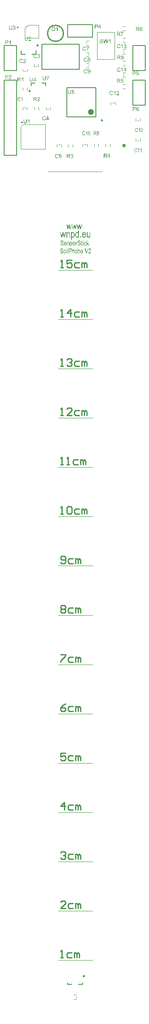
<source format=gto>
%FSLAX25Y25*%
%MOIN*%
G70*
G01*
G75*
%ADD10R,0.03937X0.02756*%
%ADD11R,0.02362X0.03937*%
%ADD12R,0.01969X0.03937*%
%ADD13R,0.02756X0.03937*%
%ADD14R,0.06299X0.07874*%
%ADD15O,0.02165X0.06496*%
%ADD16O,0.06496X0.02165*%
%ADD17R,0.02362X0.05118*%
%ADD18R,0.06299X0.02756*%
%ADD19R,0.02362X0.05906*%
%ADD20R,0.03150X0.09843*%
%ADD21R,0.03150X0.07480*%
%ADD22R,0.07480X0.03150*%
%ADD23C,0.00787*%
%ADD24C,0.07874*%
G04:AMPARAMS|DCode=25|XSize=78.74mil|YSize=78.74mil|CornerRadius=19.69mil|HoleSize=0mil|Usage=FLASHONLY|Rotation=270.000|XOffset=0mil|YOffset=0mil|HoleType=Round|Shape=RoundedRectangle|*
%AMROUNDEDRECTD25*
21,1,0.07874,0.03937,0,0,270.0*
21,1,0.03937,0.07874,0,0,270.0*
1,1,0.03937,-0.01969,-0.01969*
1,1,0.03937,-0.01969,0.01969*
1,1,0.03937,0.01969,0.01969*
1,1,0.03937,0.01969,-0.01969*
%
%ADD25ROUNDEDRECTD25*%
%ADD26C,0.07874*%
%ADD27C,0.05906*%
%ADD28R,0.05906X0.05906*%
%ADD29R,0.05906X0.05906*%
%ADD30C,0.04724*%
%ADD31C,0.02362*%
%ADD32C,0.02756*%
%ADD33R,0.04724X0.04724*%
%ADD34C,0.05906*%
%ADD35C,0.01000*%
%ADD36C,0.00984*%
%ADD37C,0.02362*%
%ADD38C,0.00394*%
G36*
X-796Y275643D02*
X-755Y275639D01*
X-706Y275635D01*
X-653Y275626D01*
X-595Y275618D01*
X-472Y275590D01*
X-407Y275569D01*
X-337Y275545D01*
X-271Y275516D01*
X-206Y275487D01*
X-140Y275446D01*
X-79Y275405D01*
X-75Y275401D01*
X-66Y275393D01*
X-46Y275380D01*
X-25Y275360D01*
X-1Y275335D01*
X32Y275307D01*
X65Y275270D01*
X102Y275229D01*
X139Y275184D01*
X176Y275134D01*
X213Y275077D01*
X249Y275020D01*
X286Y274954D01*
X319Y274884D01*
X352Y274806D01*
X377Y274729D01*
X-33Y274630D01*
Y274634D01*
X-38Y274647D01*
X-46Y274663D01*
X-54Y274688D01*
X-66Y274716D01*
X-79Y274749D01*
X-115Y274823D01*
X-161Y274905D01*
X-214Y274987D01*
X-280Y275065D01*
X-316Y275098D01*
X-353Y275130D01*
X-357D01*
X-362Y275139D01*
X-374Y275147D01*
X-390Y275155D01*
X-411Y275167D01*
X-435Y275180D01*
X-497Y275212D01*
X-575Y275241D01*
X-665Y275266D01*
X-767Y275282D01*
X-882Y275290D01*
X-919D01*
X-944Y275286D01*
X-972D01*
X-1009Y275282D01*
X-1050Y275274D01*
X-1095Y275270D01*
X-1190Y275249D01*
X-1292Y275217D01*
X-1395Y275171D01*
X-1444Y275147D01*
X-1493Y275114D01*
X-1497D01*
X-1505Y275106D01*
X-1518Y275098D01*
X-1534Y275081D01*
X-1575Y275044D01*
X-1624Y274991D01*
X-1682Y274925D01*
X-1739Y274843D01*
X-1792Y274753D01*
X-1833Y274647D01*
Y274642D01*
X-1837Y274634D01*
X-1842Y274618D01*
X-1850Y274597D01*
X-1858Y274569D01*
X-1866Y274536D01*
X-1874Y274499D01*
X-1883Y274462D01*
X-1899Y274368D01*
X-1915Y274265D01*
X-1928Y274155D01*
X-1932Y274040D01*
Y274036D01*
Y274023D01*
Y274003D01*
Y273974D01*
X-1928Y273937D01*
X-1924Y273896D01*
Y273851D01*
X-1915Y273802D01*
X-1903Y273691D01*
X-1883Y273576D01*
X-1854Y273453D01*
X-1817Y273339D01*
Y273335D01*
X-1813Y273326D01*
X-1805Y273310D01*
X-1792Y273289D01*
X-1780Y273265D01*
X-1768Y273236D01*
X-1727Y273171D01*
X-1674Y273097D01*
X-1612Y273023D01*
X-1538Y272953D01*
X-1452Y272892D01*
X-1448D01*
X-1440Y272884D01*
X-1428Y272880D01*
X-1407Y272867D01*
X-1386Y272859D01*
X-1358Y272847D01*
X-1292Y272818D01*
X-1210Y272789D01*
X-1120Y272769D01*
X-1022Y272752D01*
X-915Y272744D01*
X-882D01*
X-858Y272748D01*
X-825Y272752D01*
X-792Y272757D01*
X-751Y272761D01*
X-710Y272769D01*
X-616Y272793D01*
X-517Y272830D01*
X-464Y272851D01*
X-415Y272880D01*
X-366Y272908D01*
X-320Y272945D01*
X-316Y272949D01*
X-308Y272953D01*
X-296Y272966D01*
X-280Y272982D01*
X-263Y273003D01*
X-238Y273031D01*
X-214Y273060D01*
X-189Y273097D01*
X-161Y273134D01*
X-132Y273179D01*
X-107Y273228D01*
X-79Y273281D01*
X-54Y273343D01*
X-29Y273404D01*
X-9Y273470D01*
X12Y273544D01*
X430Y273437D01*
Y273433D01*
X422Y273417D01*
X413Y273388D01*
X405Y273351D01*
X389Y273310D01*
X368Y273261D01*
X348Y273207D01*
X319Y273146D01*
X290Y273084D01*
X253Y273019D01*
X217Y272957D01*
X172Y272892D01*
X126Y272826D01*
X73Y272765D01*
X16Y272707D01*
X-46Y272654D01*
X-50Y272650D01*
X-62Y272642D01*
X-79Y272629D01*
X-107Y272613D01*
X-140Y272592D01*
X-181Y272568D01*
X-226Y272547D01*
X-275Y272523D01*
X-337Y272494D01*
X-398Y272474D01*
X-468Y272449D01*
X-542Y272428D01*
X-620Y272412D01*
X-702Y272400D01*
X-788Y272392D01*
X-878Y272388D01*
X-927D01*
X-964Y272392D01*
X-1005Y272396D01*
X-1058Y272400D01*
X-1112Y272404D01*
X-1173Y272412D01*
X-1304Y272437D01*
X-1444Y272474D01*
X-1514Y272498D01*
X-1583Y272527D01*
X-1649Y272556D01*
X-1710Y272592D01*
X-1715Y272597D01*
X-1723Y272601D01*
X-1739Y272613D01*
X-1764Y272634D01*
X-1788Y272654D01*
X-1821Y272679D01*
X-1854Y272711D01*
X-1891Y272748D01*
X-1932Y272785D01*
X-1969Y272830D01*
X-2010Y272880D01*
X-2051Y272937D01*
X-2092Y272994D01*
X-2129Y273056D01*
X-2166Y273126D01*
X-2198Y273195D01*
Y273199D01*
X-2207Y273212D01*
X-2215Y273236D01*
X-2223Y273265D01*
X-2235Y273302D01*
X-2252Y273343D01*
X-2264Y273392D01*
X-2280Y273449D01*
X-2297Y273511D01*
X-2309Y273576D01*
X-2325Y273646D01*
X-2338Y273716D01*
X-2354Y273876D01*
X-2362Y274040D01*
Y274044D01*
Y274060D01*
Y274089D01*
X-2358Y274122D01*
Y274167D01*
X-2354Y274216D01*
X-2346Y274269D01*
X-2338Y274331D01*
X-2330Y274396D01*
X-2317Y274466D01*
X-2284Y274610D01*
X-2239Y274753D01*
X-2211Y274827D01*
X-2178Y274897D01*
X-2174Y274901D01*
X-2170Y274913D01*
X-2157Y274934D01*
X-2141Y274958D01*
X-2125Y274987D01*
X-2100Y275024D01*
X-2071Y275061D01*
X-2038Y275106D01*
X-1965Y275196D01*
X-1870Y275286D01*
X-1764Y275376D01*
X-1702Y275417D01*
X-1641Y275454D01*
X-1637Y275458D01*
X-1624Y275463D01*
X-1604Y275471D01*
X-1579Y275483D01*
X-1546Y275499D01*
X-1510Y275516D01*
X-1464Y275532D01*
X-1415Y275553D01*
X-1358Y275569D01*
X-1300Y275586D01*
X-1169Y275618D01*
X-1026Y275639D01*
X-952Y275647D01*
X-829D01*
X-796Y275643D01*
D02*
G37*
G36*
X24859Y343348D02*
X24884D01*
X24917Y343344D01*
X24991Y343332D01*
X25077Y343311D01*
X25171Y343283D01*
X25269Y343242D01*
X25368Y343184D01*
X25372D01*
X25380Y343176D01*
X25392Y343168D01*
X25409Y343156D01*
X25454Y343115D01*
X25511Y343065D01*
X25573Y342996D01*
X25638Y342918D01*
X25700Y342824D01*
X25753Y342713D01*
Y342709D01*
X25757Y342701D01*
X25765Y342680D01*
X25774Y342655D01*
X25786Y342623D01*
X25794Y342586D01*
X25806Y342541D01*
X25823Y342487D01*
X25835Y342426D01*
X25848Y342360D01*
X25856Y342290D01*
X25868Y342208D01*
X25876Y342122D01*
X25884Y342032D01*
X25888Y341934D01*
Y341827D01*
Y341819D01*
Y341803D01*
Y341770D01*
Y341729D01*
X25884Y341675D01*
X25880Y341618D01*
X25876Y341552D01*
X25872Y341479D01*
X25864Y341405D01*
X25856Y341327D01*
X25835Y341163D01*
X25802Y341007D01*
X25782Y340933D01*
X25757Y340864D01*
Y340860D01*
X25753Y340847D01*
X25745Y340831D01*
X25733Y340806D01*
X25720Y340774D01*
X25704Y340741D01*
X25659Y340663D01*
X25606Y340573D01*
X25536Y340482D01*
X25458Y340396D01*
X25364Y340318D01*
X25360D01*
X25351Y340310D01*
X25339Y340302D01*
X25319Y340290D01*
X25294Y340277D01*
X25265Y340261D01*
X25228Y340245D01*
X25192Y340228D01*
X25101Y340191D01*
X24999Y340163D01*
X24884Y340142D01*
X24823Y340138D01*
X24757Y340134D01*
X24720D01*
X24695Y340138D01*
X24663Y340142D01*
X24630Y340146D01*
X24589Y340150D01*
X24544Y340158D01*
X24449Y340183D01*
X24347Y340220D01*
X24298Y340245D01*
X24249Y340273D01*
X24199Y340302D01*
X24154Y340339D01*
X24150Y340343D01*
X24146Y340347D01*
X24134Y340359D01*
X24117Y340376D01*
X24097Y340396D01*
X24076Y340425D01*
X24056Y340454D01*
X24031Y340487D01*
X24007Y340527D01*
X23982Y340568D01*
X23961Y340618D01*
X23937Y340671D01*
X23916Y340724D01*
X23900Y340786D01*
X23888Y340847D01*
X23875Y340917D01*
X24249Y340946D01*
Y340942D01*
X24253Y340933D01*
Y340921D01*
X24257Y340905D01*
X24269Y340856D01*
X24290Y340802D01*
X24310Y340737D01*
X24343Y340675D01*
X24380Y340618D01*
X24425Y340568D01*
X24433Y340564D01*
X24449Y340552D01*
X24478Y340532D01*
X24519Y340511D01*
X24568Y340491D01*
X24626Y340470D01*
X24695Y340458D01*
X24769Y340454D01*
X24798D01*
X24831Y340458D01*
X24876Y340462D01*
X24921Y340474D01*
X24974Y340487D01*
X25027Y340507D01*
X25081Y340532D01*
X25085Y340536D01*
X25105Y340548D01*
X25130Y340564D01*
X25159Y340589D01*
X25196Y340622D01*
X25232Y340659D01*
X25269Y340700D01*
X25302Y340749D01*
X25306Y340757D01*
X25319Y340774D01*
X25331Y340806D01*
X25351Y340847D01*
X25376Y340901D01*
X25401Y340962D01*
X25425Y341036D01*
X25446Y341118D01*
Y341122D01*
X25450Y341130D01*
Y341143D01*
X25454Y341159D01*
X25458Y341179D01*
X25462Y341204D01*
X25474Y341266D01*
X25487Y341335D01*
X25495Y341417D01*
X25499Y341503D01*
X25503Y341593D01*
Y341598D01*
Y341614D01*
Y341638D01*
Y341671D01*
X25499Y341663D01*
X25483Y341643D01*
X25454Y341606D01*
X25417Y341565D01*
X25372Y341515D01*
X25319Y341466D01*
X25253Y341417D01*
X25183Y341372D01*
X25179D01*
X25175Y341368D01*
X25163Y341360D01*
X25146Y341356D01*
X25109Y341335D01*
X25052Y341315D01*
X24991Y341294D01*
X24917Y341274D01*
X24835Y341261D01*
X24749Y341257D01*
X24712D01*
X24683Y341261D01*
X24650Y341266D01*
X24609Y341274D01*
X24568Y341282D01*
X24519Y341294D01*
X24470Y341306D01*
X24417Y341327D01*
X24363Y341347D01*
X24306Y341376D01*
X24249Y341409D01*
X24195Y341446D01*
X24142Y341491D01*
X24089Y341540D01*
X24084Y341544D01*
X24076Y341552D01*
X24064Y341569D01*
X24048Y341593D01*
X24027Y341618D01*
X24002Y341655D01*
X23978Y341696D01*
X23953Y341741D01*
X23929Y341790D01*
X23904Y341848D01*
X23879Y341909D01*
X23859Y341975D01*
X23843Y342044D01*
X23830Y342122D01*
X23822Y342200D01*
X23818Y342286D01*
Y342290D01*
Y342307D01*
Y342331D01*
X23822Y342364D01*
X23826Y342405D01*
X23834Y342454D01*
X23843Y342508D01*
X23855Y342561D01*
X23888Y342684D01*
X23908Y342750D01*
X23937Y342815D01*
X23970Y342877D01*
X24007Y342942D01*
X24048Y343000D01*
X24097Y343057D01*
X24101Y343061D01*
X24109Y343070D01*
X24126Y343086D01*
X24146Y343102D01*
X24175Y343127D01*
X24207Y343151D01*
X24249Y343176D01*
X24294Y343205D01*
X24339Y343233D01*
X24396Y343258D01*
X24453Y343283D01*
X24515Y343307D01*
X24581Y343324D01*
X24654Y343340D01*
X24728Y343348D01*
X24806Y343352D01*
X24835D01*
X24859Y343348D01*
D02*
G37*
G36*
X48810Y344737D02*
X48851Y344733D01*
X48900Y344729D01*
X48954Y344721D01*
X49011Y344713D01*
X49134Y344684D01*
X49200Y344664D01*
X49269Y344639D01*
X49335Y344610D01*
X49401Y344582D01*
X49466Y344541D01*
X49528Y344500D01*
X49532Y344496D01*
X49540Y344487D01*
X49560Y344475D01*
X49581Y344455D01*
X49606Y344430D01*
X49638Y344401D01*
X49671Y344364D01*
X49708Y344323D01*
X49745Y344278D01*
X49782Y344229D01*
X49819Y344172D01*
X49856Y344114D01*
X49893Y344049D01*
X49925Y343979D01*
X49958Y343901D01*
X49983Y343823D01*
X49573Y343725D01*
Y343729D01*
X49569Y343741D01*
X49560Y343758D01*
X49552Y343782D01*
X49540Y343811D01*
X49528Y343844D01*
X49491Y343917D01*
X49446Y343999D01*
X49392Y344081D01*
X49327Y344159D01*
X49290Y344192D01*
X49253Y344225D01*
X49249D01*
X49245Y344233D01*
X49233Y344241D01*
X49216Y344250D01*
X49196Y344262D01*
X49171Y344274D01*
X49110Y344307D01*
X49032Y344336D01*
X48941Y344360D01*
X48839Y344377D01*
X48724Y344385D01*
X48687D01*
X48663Y344381D01*
X48634D01*
X48597Y344377D01*
X48556Y344368D01*
X48511Y344364D01*
X48417Y344344D01*
X48314Y344311D01*
X48212Y344266D01*
X48162Y344241D01*
X48113Y344209D01*
X48109D01*
X48101Y344200D01*
X48089Y344192D01*
X48072Y344176D01*
X48031Y344139D01*
X47982Y344086D01*
X47925Y344020D01*
X47867Y343938D01*
X47814Y343848D01*
X47773Y343741D01*
Y343737D01*
X47769Y343729D01*
X47765Y343712D01*
X47756Y343692D01*
X47748Y343663D01*
X47740Y343630D01*
X47732Y343594D01*
X47724Y343557D01*
X47707Y343462D01*
X47691Y343360D01*
X47679Y343249D01*
X47675Y343134D01*
Y343130D01*
Y343118D01*
Y343097D01*
Y343069D01*
X47679Y343032D01*
X47683Y342991D01*
Y342946D01*
X47691Y342897D01*
X47703Y342786D01*
X47724Y342671D01*
X47752Y342548D01*
X47789Y342433D01*
Y342429D01*
X47793Y342421D01*
X47802Y342405D01*
X47814Y342384D01*
X47826Y342359D01*
X47839Y342331D01*
X47879Y342265D01*
X47933Y342191D01*
X47994Y342118D01*
X48068Y342048D01*
X48154Y341986D01*
X48158D01*
X48166Y341978D01*
X48179Y341974D01*
X48199Y341962D01*
X48220Y341953D01*
X48248Y341941D01*
X48314Y341913D01*
X48396Y341884D01*
X48486Y341863D01*
X48585Y341847D01*
X48691Y341839D01*
X48724D01*
X48749Y341843D01*
X48781Y341847D01*
X48814Y341851D01*
X48855Y341855D01*
X48896Y341863D01*
X48991Y341888D01*
X49089Y341925D01*
X49142Y341945D01*
X49191Y341974D01*
X49241Y342003D01*
X49286Y342040D01*
X49290Y342044D01*
X49298Y342048D01*
X49310Y342060D01*
X49327Y342076D01*
X49343Y342097D01*
X49368Y342126D01*
X49392Y342154D01*
X49417Y342191D01*
X49446Y342228D01*
X49474Y342273D01*
X49499Y342322D01*
X49528Y342376D01*
X49552Y342437D01*
X49577Y342499D01*
X49597Y342564D01*
X49618Y342638D01*
X50036Y342532D01*
Y342528D01*
X50028Y342511D01*
X50020Y342482D01*
X50011Y342445D01*
X49995Y342405D01*
X49975Y342355D01*
X49954Y342302D01*
X49925Y342241D01*
X49897Y342179D01*
X49860Y342113D01*
X49823Y342052D01*
X49778Y341986D01*
X49733Y341921D01*
X49679Y341859D01*
X49622Y341802D01*
X49560Y341748D01*
X49556Y341744D01*
X49544Y341736D01*
X49528Y341724D01*
X49499Y341707D01*
X49466Y341687D01*
X49425Y341662D01*
X49380Y341642D01*
X49331Y341617D01*
X49269Y341589D01*
X49208Y341568D01*
X49138Y341544D01*
X49064Y341523D01*
X48987Y341507D01*
X48904Y341494D01*
X48818Y341486D01*
X48728Y341482D01*
X48679D01*
X48642Y341486D01*
X48601Y341490D01*
X48548Y341494D01*
X48494Y341498D01*
X48433Y341507D01*
X48302Y341531D01*
X48162Y341568D01*
X48093Y341593D01*
X48023Y341621D01*
X47957Y341650D01*
X47896Y341687D01*
X47892Y341691D01*
X47884Y341695D01*
X47867Y341707D01*
X47843Y341728D01*
X47818Y341748D01*
X47785Y341773D01*
X47752Y341806D01*
X47715Y341843D01*
X47675Y341880D01*
X47638Y341925D01*
X47597Y341974D01*
X47556Y342031D01*
X47515Y342089D01*
X47478Y342150D01*
X47441Y342220D01*
X47408Y342290D01*
Y342294D01*
X47400Y342306D01*
X47392Y342331D01*
X47383Y342359D01*
X47371Y342396D01*
X47355Y342437D01*
X47342Y342487D01*
X47326Y342544D01*
X47310Y342605D01*
X47297Y342671D01*
X47281Y342741D01*
X47269Y342810D01*
X47252Y342970D01*
X47244Y343134D01*
Y343138D01*
Y343155D01*
Y343183D01*
X47248Y343216D01*
Y343261D01*
X47252Y343311D01*
X47260Y343364D01*
X47269Y343425D01*
X47277Y343491D01*
X47289Y343561D01*
X47322Y343704D01*
X47367Y343848D01*
X47396Y343921D01*
X47429Y343991D01*
X47433Y343995D01*
X47437Y344008D01*
X47449Y344028D01*
X47465Y344053D01*
X47482Y344081D01*
X47506Y344118D01*
X47535Y344155D01*
X47568Y344200D01*
X47642Y344290D01*
X47736Y344381D01*
X47843Y344471D01*
X47904Y344512D01*
X47966Y344549D01*
X47970Y344553D01*
X47982Y344557D01*
X48002Y344565D01*
X48027Y344578D01*
X48060Y344594D01*
X48097Y344610D01*
X48142Y344627D01*
X48191Y344647D01*
X48248Y344664D01*
X48306Y344680D01*
X48437Y344713D01*
X48581Y344733D01*
X48654Y344742D01*
X48777D01*
X48810Y344737D01*
D02*
G37*
G36*
X2726Y275184D02*
X1467D01*
X1299Y274331D01*
X1303Y274335D01*
X1311Y274339D01*
X1328Y274351D01*
X1348Y274364D01*
X1373Y274376D01*
X1406Y274396D01*
X1438Y274413D01*
X1479Y274433D01*
X1570Y274470D01*
X1668Y274499D01*
X1779Y274524D01*
X1836Y274528D01*
X1894Y274532D01*
X1935D01*
X1963Y274528D01*
X1996Y274524D01*
X2037Y274515D01*
X2082Y274507D01*
X2135Y274495D01*
X2189Y274483D01*
X2242Y274462D01*
X2299Y274437D01*
X2361Y274413D01*
X2418Y274376D01*
X2476Y274339D01*
X2533Y274294D01*
X2586Y274245D01*
X2591Y274241D01*
X2599Y274233D01*
X2611Y274216D01*
X2631Y274191D01*
X2652Y274163D01*
X2677Y274130D01*
X2705Y274089D01*
X2730Y274044D01*
X2759Y273995D01*
X2783Y273937D01*
X2808Y273880D01*
X2828Y273814D01*
X2849Y273741D01*
X2861Y273667D01*
X2869Y273589D01*
X2873Y273507D01*
Y273503D01*
Y273486D01*
Y273466D01*
X2869Y273437D01*
X2865Y273400D01*
X2861Y273355D01*
X2853Y273306D01*
X2841Y273257D01*
X2812Y273138D01*
X2791Y273076D01*
X2767Y273015D01*
X2738Y272953D01*
X2705Y272892D01*
X2668Y272830D01*
X2623Y272769D01*
X2619Y272765D01*
X2611Y272752D01*
X2591Y272732D01*
X2566Y272711D01*
X2537Y272679D01*
X2500Y272650D01*
X2455Y272613D01*
X2406Y272580D01*
X2349Y272543D01*
X2287Y272506D01*
X2221Y272478D01*
X2148Y272449D01*
X2066Y272424D01*
X1980Y272404D01*
X1889Y272392D01*
X1795Y272388D01*
X1754D01*
X1725Y272392D01*
X1688Y272396D01*
X1643Y272400D01*
X1598Y272408D01*
X1545Y272416D01*
X1434Y272445D01*
X1377Y272465D01*
X1319Y272490D01*
X1258Y272515D01*
X1201Y272547D01*
X1147Y272584D01*
X1094Y272625D01*
X1090Y272629D01*
X1082Y272638D01*
X1069Y272650D01*
X1053Y272670D01*
X1028Y272695D01*
X1008Y272724D01*
X979Y272757D01*
X955Y272797D01*
X926Y272838D01*
X901Y272888D01*
X873Y272941D01*
X852Y272998D01*
X828Y273060D01*
X811Y273121D01*
X795Y273191D01*
X786Y273265D01*
X1192Y273294D01*
Y273289D01*
X1197Y273281D01*
Y273265D01*
X1201Y273244D01*
X1209Y273220D01*
X1217Y273191D01*
X1233Y273130D01*
X1262Y273056D01*
X1299Y272982D01*
X1344Y272912D01*
X1397Y272851D01*
X1406Y272847D01*
X1426Y272830D01*
X1463Y272806D01*
X1508Y272781D01*
X1565Y272752D01*
X1635Y272732D01*
X1709Y272715D01*
X1795Y272707D01*
X1824D01*
X1844Y272711D01*
X1865Y272715D01*
X1894Y272720D01*
X1959Y272732D01*
X2037Y272757D01*
X2115Y272797D01*
X2156Y272818D01*
X2197Y272847D01*
X2234Y272880D01*
X2271Y272916D01*
X2275Y272920D01*
X2279Y272925D01*
X2287Y272937D01*
X2299Y272953D01*
X2316Y272974D01*
X2332Y273003D01*
X2349Y273031D01*
X2369Y273064D01*
X2402Y273146D01*
X2435Y273240D01*
X2455Y273351D01*
X2463Y273408D01*
Y273474D01*
Y273478D01*
Y273490D01*
Y273507D01*
X2459Y273527D01*
Y273556D01*
X2455Y273589D01*
X2439Y273663D01*
X2418Y273749D01*
X2386Y273835D01*
X2340Y273921D01*
X2312Y273962D01*
X2279Y273999D01*
Y274003D01*
X2271Y274007D01*
X2258Y274015D01*
X2246Y274027D01*
X2205Y274060D01*
X2148Y274097D01*
X2078Y274130D01*
X1996Y274163D01*
X1898Y274183D01*
X1848Y274191D01*
X1758D01*
X1725Y274187D01*
X1676Y274179D01*
X1627Y274171D01*
X1570Y274155D01*
X1508Y274130D01*
X1451Y274101D01*
X1443Y274097D01*
X1426Y274085D01*
X1402Y274068D01*
X1369Y274040D01*
X1332Y274011D01*
X1291Y273970D01*
X1254Y273929D01*
X1221Y273880D01*
X856Y273933D01*
X1160Y275553D01*
X2726D01*
Y275184D01*
D02*
G37*
G36*
X22235Y352611D02*
X22276Y352607D01*
X22326Y352603D01*
X22379Y352595D01*
X22436Y352587D01*
X22559Y352558D01*
X22625Y352538D01*
X22695Y352513D01*
X22760Y352484D01*
X22826Y352456D01*
X22891Y352415D01*
X22953Y352374D01*
X22957Y352369D01*
X22965Y352361D01*
X22986Y352349D01*
X23006Y352328D01*
X23031Y352304D01*
X23064Y352275D01*
X23096Y352238D01*
X23133Y352197D01*
X23170Y352152D01*
X23207Y352103D01*
X23244Y352046D01*
X23281Y351988D01*
X23318Y351923D01*
X23351Y351853D01*
X23383Y351775D01*
X23408Y351697D01*
X22998Y351599D01*
Y351603D01*
X22994Y351615D01*
X22986Y351631D01*
X22977Y351656D01*
X22965Y351685D01*
X22953Y351718D01*
X22916Y351791D01*
X22871Y351873D01*
X22818Y351955D01*
X22752Y352033D01*
X22715Y352066D01*
X22678Y352099D01*
X22674D01*
X22670Y352107D01*
X22658Y352115D01*
X22641Y352123D01*
X22621Y352136D01*
X22596Y352148D01*
X22535Y352181D01*
X22457Y352210D01*
X22367Y352234D01*
X22264Y352251D01*
X22149Y352259D01*
X22112D01*
X22088Y352255D01*
X22059D01*
X22022Y352251D01*
X21981Y352242D01*
X21936Y352238D01*
X21842Y352218D01*
X21739Y352185D01*
X21637Y352140D01*
X21588Y352115D01*
X21538Y352082D01*
X21534D01*
X21526Y352074D01*
X21514Y352066D01*
X21497Y352050D01*
X21456Y352013D01*
X21407Y351959D01*
X21350Y351894D01*
X21292Y351812D01*
X21239Y351722D01*
X21198Y351615D01*
Y351611D01*
X21194Y351603D01*
X21190Y351586D01*
X21182Y351566D01*
X21173Y351537D01*
X21165Y351504D01*
X21157Y351467D01*
X21149Y351431D01*
X21133Y351336D01*
X21116Y351234D01*
X21104Y351123D01*
X21100Y351008D01*
Y351004D01*
Y350992D01*
Y350971D01*
Y350943D01*
X21104Y350906D01*
X21108Y350865D01*
Y350820D01*
X21116Y350770D01*
X21128Y350660D01*
X21149Y350545D01*
X21178Y350422D01*
X21215Y350307D01*
Y350303D01*
X21219Y350295D01*
X21227Y350278D01*
X21239Y350258D01*
X21251Y350233D01*
X21264Y350205D01*
X21305Y350139D01*
X21358Y350065D01*
X21419Y349991D01*
X21493Y349922D01*
X21579Y349860D01*
X21584D01*
X21592Y349852D01*
X21604Y349848D01*
X21624Y349836D01*
X21645Y349828D01*
X21674Y349815D01*
X21739Y349786D01*
X21821Y349758D01*
X21912Y349737D01*
X22010Y349721D01*
X22117Y349713D01*
X22149D01*
X22174Y349717D01*
X22207Y349721D01*
X22240Y349725D01*
X22280Y349729D01*
X22321Y349737D01*
X22416Y349762D01*
X22514Y349799D01*
X22568Y349819D01*
X22617Y349848D01*
X22666Y349877D01*
X22711Y349914D01*
X22715Y349918D01*
X22723Y349922D01*
X22736Y349934D01*
X22752Y349951D01*
X22768Y349971D01*
X22793Y350000D01*
X22818Y350028D01*
X22842Y350065D01*
X22871Y350102D01*
X22900Y350147D01*
X22924Y350197D01*
X22953Y350250D01*
X22977Y350311D01*
X23002Y350373D01*
X23023Y350438D01*
X23043Y350512D01*
X23461Y350406D01*
Y350401D01*
X23453Y350385D01*
X23445Y350356D01*
X23437Y350320D01*
X23420Y350278D01*
X23400Y350229D01*
X23379Y350176D01*
X23351Y350114D01*
X23322Y350053D01*
X23285Y349987D01*
X23248Y349926D01*
X23203Y349860D01*
X23158Y349795D01*
X23105Y349733D01*
X23047Y349676D01*
X22986Y349623D01*
X22982Y349618D01*
X22969Y349610D01*
X22953Y349598D01*
X22924Y349582D01*
X22891Y349561D01*
X22850Y349536D01*
X22805Y349516D01*
X22756Y349491D01*
X22695Y349463D01*
X22633Y349442D01*
X22563Y349417D01*
X22490Y349397D01*
X22412Y349381D01*
X22330Y349368D01*
X22244Y349360D01*
X22153Y349356D01*
X22104D01*
X22067Y349360D01*
X22026Y349364D01*
X21973Y349368D01*
X21920Y349372D01*
X21858Y349381D01*
X21727Y349405D01*
X21588Y349442D01*
X21518Y349467D01*
X21448Y349495D01*
X21383Y349524D01*
X21321Y349561D01*
X21317Y349565D01*
X21309Y349569D01*
X21292Y349582D01*
X21268Y349602D01*
X21243Y349623D01*
X21210Y349647D01*
X21178Y349680D01*
X21141Y349717D01*
X21100Y349754D01*
X21063Y349799D01*
X21022Y349848D01*
X20981Y349905D01*
X20940Y349963D01*
X20903Y350024D01*
X20866Y350094D01*
X20833Y350164D01*
Y350168D01*
X20825Y350180D01*
X20817Y350205D01*
X20809Y350233D01*
X20796Y350270D01*
X20780Y350311D01*
X20768Y350360D01*
X20751Y350418D01*
X20735Y350479D01*
X20722Y350545D01*
X20706Y350615D01*
X20694Y350684D01*
X20677Y350844D01*
X20669Y351008D01*
Y351012D01*
Y351029D01*
Y351058D01*
X20673Y351090D01*
Y351135D01*
X20677Y351185D01*
X20686Y351238D01*
X20694Y351299D01*
X20702Y351365D01*
X20714Y351435D01*
X20747Y351578D01*
X20792Y351722D01*
X20821Y351796D01*
X20854Y351865D01*
X20858Y351869D01*
X20862Y351882D01*
X20874Y351902D01*
X20891Y351927D01*
X20907Y351955D01*
X20932Y351992D01*
X20960Y352029D01*
X20993Y352074D01*
X21067Y352165D01*
X21161Y352255D01*
X21268Y352345D01*
X21329Y352386D01*
X21391Y352423D01*
X21395Y352427D01*
X21407Y352431D01*
X21428Y352439D01*
X21452Y352451D01*
X21485Y352468D01*
X21522Y352484D01*
X21567Y352501D01*
X21616Y352521D01*
X21674Y352538D01*
X21731Y352554D01*
X21862Y352587D01*
X22006Y352607D01*
X22080Y352615D01*
X22203D01*
X22235Y352611D01*
D02*
G37*
G36*
X51848Y360236D02*
X51463D01*
Y362700D01*
X51455Y362696D01*
X51438Y362680D01*
X51406Y362651D01*
X51364Y362618D01*
X51311Y362577D01*
X51246Y362532D01*
X51176Y362483D01*
X51094Y362434D01*
X51090D01*
X51086Y362430D01*
X51073Y362421D01*
X51057Y362413D01*
X51012Y362389D01*
X50959Y362360D01*
X50897Y362327D01*
X50827Y362294D01*
X50758Y362262D01*
X50688Y362233D01*
Y362610D01*
X50692D01*
X50704Y362618D01*
X50721Y362626D01*
X50741Y362639D01*
X50770Y362651D01*
X50803Y362671D01*
X50881Y362713D01*
X50967Y362766D01*
X51065Y362831D01*
X51160Y362901D01*
X51254Y362979D01*
X51258Y362983D01*
X51266Y362987D01*
X51278Y363000D01*
X51295Y363016D01*
X51336Y363057D01*
X51389Y363114D01*
X51442Y363176D01*
X51500Y363250D01*
X51553Y363323D01*
X51598Y363401D01*
X51848D01*
Y360236D01*
D02*
G37*
G36*
X22235Y343389D02*
X22276Y343385D01*
X22326Y343381D01*
X22379Y343373D01*
X22436Y343365D01*
X22559Y343336D01*
X22625Y343316D01*
X22695Y343291D01*
X22760Y343262D01*
X22826Y343233D01*
X22891Y343193D01*
X22953Y343151D01*
X22957Y343147D01*
X22965Y343139D01*
X22986Y343127D01*
X23006Y343106D01*
X23031Y343082D01*
X23064Y343053D01*
X23096Y343016D01*
X23133Y342975D01*
X23170Y342930D01*
X23207Y342881D01*
X23244Y342824D01*
X23281Y342766D01*
X23318Y342701D01*
X23351Y342631D01*
X23383Y342553D01*
X23408Y342475D01*
X22998Y342376D01*
Y342381D01*
X22994Y342393D01*
X22986Y342409D01*
X22977Y342434D01*
X22965Y342463D01*
X22953Y342495D01*
X22916Y342569D01*
X22871Y342651D01*
X22818Y342733D01*
X22752Y342811D01*
X22715Y342844D01*
X22678Y342877D01*
X22674D01*
X22670Y342885D01*
X22658Y342893D01*
X22641Y342901D01*
X22621Y342914D01*
X22596Y342926D01*
X22535Y342959D01*
X22457Y342987D01*
X22367Y343012D01*
X22264Y343028D01*
X22149Y343037D01*
X22112D01*
X22088Y343033D01*
X22059D01*
X22022Y343028D01*
X21981Y343020D01*
X21936Y343016D01*
X21842Y342996D01*
X21739Y342963D01*
X21637Y342918D01*
X21588Y342893D01*
X21538Y342860D01*
X21534D01*
X21526Y342852D01*
X21514Y342844D01*
X21497Y342828D01*
X21456Y342791D01*
X21407Y342737D01*
X21350Y342672D01*
X21292Y342590D01*
X21239Y342499D01*
X21198Y342393D01*
Y342389D01*
X21194Y342381D01*
X21190Y342364D01*
X21182Y342344D01*
X21173Y342315D01*
X21165Y342282D01*
X21157Y342245D01*
X21149Y342208D01*
X21133Y342114D01*
X21116Y342012D01*
X21104Y341901D01*
X21100Y341786D01*
Y341782D01*
Y341770D01*
Y341749D01*
Y341721D01*
X21104Y341684D01*
X21108Y341643D01*
Y341598D01*
X21116Y341548D01*
X21128Y341438D01*
X21149Y341323D01*
X21178Y341200D01*
X21215Y341085D01*
Y341081D01*
X21219Y341073D01*
X21227Y341056D01*
X21239Y341036D01*
X21251Y341011D01*
X21264Y340983D01*
X21305Y340917D01*
X21358Y340843D01*
X21419Y340769D01*
X21493Y340700D01*
X21579Y340638D01*
X21584D01*
X21592Y340630D01*
X21604Y340626D01*
X21624Y340614D01*
X21645Y340605D01*
X21674Y340593D01*
X21739Y340564D01*
X21821Y340536D01*
X21912Y340515D01*
X22010Y340499D01*
X22117Y340491D01*
X22149D01*
X22174Y340495D01*
X22207Y340499D01*
X22240Y340503D01*
X22280Y340507D01*
X22321Y340515D01*
X22416Y340540D01*
X22514Y340577D01*
X22568Y340597D01*
X22617Y340626D01*
X22666Y340655D01*
X22711Y340691D01*
X22715Y340696D01*
X22723Y340700D01*
X22736Y340712D01*
X22752Y340728D01*
X22768Y340749D01*
X22793Y340778D01*
X22818Y340806D01*
X22842Y340843D01*
X22871Y340880D01*
X22900Y340925D01*
X22924Y340974D01*
X22953Y341028D01*
X22977Y341089D01*
X23002Y341151D01*
X23023Y341216D01*
X23043Y341290D01*
X23461Y341183D01*
Y341179D01*
X23453Y341163D01*
X23445Y341134D01*
X23437Y341097D01*
X23420Y341056D01*
X23400Y341007D01*
X23379Y340954D01*
X23351Y340892D01*
X23322Y340831D01*
X23285Y340765D01*
X23248Y340704D01*
X23203Y340638D01*
X23158Y340573D01*
X23105Y340511D01*
X23047Y340454D01*
X22986Y340400D01*
X22982Y340396D01*
X22969Y340388D01*
X22953Y340376D01*
X22924Y340359D01*
X22891Y340339D01*
X22850Y340314D01*
X22805Y340294D01*
X22756Y340269D01*
X22695Y340241D01*
X22633Y340220D01*
X22563Y340195D01*
X22490Y340175D01*
X22412Y340158D01*
X22330Y340146D01*
X22244Y340138D01*
X22153Y340134D01*
X22104D01*
X22067Y340138D01*
X22026Y340142D01*
X21973Y340146D01*
X21920Y340150D01*
X21858Y340158D01*
X21727Y340183D01*
X21588Y340220D01*
X21518Y340245D01*
X21448Y340273D01*
X21383Y340302D01*
X21321Y340339D01*
X21317Y340343D01*
X21309Y340347D01*
X21292Y340359D01*
X21268Y340380D01*
X21243Y340400D01*
X21210Y340425D01*
X21178Y340458D01*
X21141Y340495D01*
X21100Y340532D01*
X21063Y340577D01*
X21022Y340626D01*
X20981Y340683D01*
X20940Y340741D01*
X20903Y340802D01*
X20866Y340872D01*
X20833Y340942D01*
Y340946D01*
X20825Y340958D01*
X20817Y340983D01*
X20809Y341011D01*
X20796Y341048D01*
X20780Y341089D01*
X20768Y341138D01*
X20751Y341196D01*
X20735Y341257D01*
X20722Y341323D01*
X20706Y341392D01*
X20694Y341462D01*
X20677Y341622D01*
X20669Y341786D01*
Y341790D01*
Y341807D01*
Y341835D01*
X20673Y341868D01*
Y341913D01*
X20677Y341962D01*
X20686Y342016D01*
X20694Y342077D01*
X20702Y342143D01*
X20714Y342213D01*
X20747Y342356D01*
X20792Y342499D01*
X20821Y342573D01*
X20854Y342643D01*
X20858Y342647D01*
X20862Y342659D01*
X20874Y342680D01*
X20891Y342705D01*
X20907Y342733D01*
X20932Y342770D01*
X20960Y342807D01*
X20993Y342852D01*
X21067Y342942D01*
X21161Y343033D01*
X21268Y343123D01*
X21329Y343164D01*
X21391Y343201D01*
X21395Y343205D01*
X21407Y343209D01*
X21428Y343217D01*
X21452Y343229D01*
X21485Y343246D01*
X21522Y343262D01*
X21567Y343279D01*
X21616Y343299D01*
X21674Y343316D01*
X21731Y343332D01*
X21862Y343365D01*
X22006Y343385D01*
X22080Y343393D01*
X22203D01*
X22235Y343389D01*
D02*
G37*
G36*
X24913Y352570D02*
X24946Y352566D01*
X24986Y352562D01*
X25032Y352554D01*
X25081Y352546D01*
X25187Y352517D01*
X25241Y352497D01*
X25298Y352472D01*
X25351Y352443D01*
X25409Y352415D01*
X25458Y352374D01*
X25507Y352333D01*
X25511Y352328D01*
X25519Y352320D01*
X25532Y352308D01*
X25548Y352292D01*
X25565Y352267D01*
X25589Y352238D01*
X25610Y352205D01*
X25634Y352173D01*
X25679Y352087D01*
X25720Y351988D01*
X25737Y351931D01*
X25749Y351873D01*
X25757Y351812D01*
X25761Y351750D01*
Y351746D01*
Y351742D01*
Y351730D01*
Y351713D01*
X25757Y351673D01*
X25745Y351619D01*
X25733Y351558D01*
X25712Y351496D01*
X25684Y351431D01*
X25642Y351365D01*
X25638Y351357D01*
X25622Y351340D01*
X25593Y351312D01*
X25556Y351275D01*
X25507Y351234D01*
X25446Y351193D01*
X25376Y351152D01*
X25294Y351115D01*
X25298D01*
X25306Y351111D01*
X25323Y351107D01*
X25343Y351098D01*
X25368Y351086D01*
X25392Y351074D01*
X25458Y351041D01*
X25532Y351000D01*
X25606Y350947D01*
X25675Y350885D01*
X25737Y350812D01*
Y350807D01*
X25745Y350803D01*
X25749Y350791D01*
X25761Y350775D01*
X25774Y350754D01*
X25786Y350729D01*
X25815Y350672D01*
X25839Y350598D01*
X25864Y350512D01*
X25880Y350414D01*
X25888Y350307D01*
Y350303D01*
Y350291D01*
Y350270D01*
X25884Y350242D01*
X25880Y350205D01*
X25872Y350164D01*
X25864Y350123D01*
X25852Y350074D01*
X25839Y350020D01*
X25819Y349967D01*
X25794Y349909D01*
X25770Y349852D01*
X25733Y349795D01*
X25696Y349737D01*
X25651Y349684D01*
X25602Y349631D01*
X25597Y349627D01*
X25589Y349618D01*
X25573Y349606D01*
X25548Y349590D01*
X25519Y349565D01*
X25487Y349545D01*
X25446Y349520D01*
X25401Y349495D01*
X25347Y349467D01*
X25294Y349442D01*
X25232Y349422D01*
X25163Y349401D01*
X25093Y349381D01*
X25015Y349368D01*
X24937Y349360D01*
X24851Y349356D01*
X24806D01*
X24773Y349360D01*
X24732Y349364D01*
X24687Y349372D01*
X24638Y349381D01*
X24581Y349389D01*
X24462Y349422D01*
X24400Y349446D01*
X24335Y349471D01*
X24273Y349504D01*
X24212Y349540D01*
X24154Y349582D01*
X24097Y349631D01*
X24093Y349635D01*
X24084Y349643D01*
X24072Y349659D01*
X24052Y349680D01*
X24031Y349709D01*
X24007Y349741D01*
X23982Y349778D01*
X23957Y349819D01*
X23929Y349868D01*
X23904Y349918D01*
X23879Y349975D01*
X23859Y350037D01*
X23839Y350102D01*
X23826Y350172D01*
X23818Y350246D01*
X23814Y350320D01*
Y350324D01*
Y350332D01*
Y350348D01*
X23818Y350373D01*
Y350397D01*
X23822Y350426D01*
X23834Y350500D01*
X23851Y350582D01*
X23879Y350664D01*
X23916Y350750D01*
X23970Y350832D01*
Y350836D01*
X23978Y350840D01*
X23998Y350865D01*
X24035Y350902D01*
X24084Y350947D01*
X24146Y350992D01*
X24224Y351041D01*
X24310Y351082D01*
X24412Y351115D01*
X24408D01*
X24400Y351119D01*
X24388Y351123D01*
X24372Y351131D01*
X24330Y351152D01*
X24277Y351181D01*
X24220Y351217D01*
X24158Y351258D01*
X24105Y351312D01*
X24056Y351369D01*
X24052Y351377D01*
X24039Y351398D01*
X24019Y351435D01*
X23998Y351480D01*
X23978Y351537D01*
X23957Y351603D01*
X23945Y351677D01*
X23941Y351759D01*
Y351763D01*
Y351775D01*
Y351791D01*
X23945Y351816D01*
X23949Y351845D01*
X23953Y351882D01*
X23974Y351959D01*
X24002Y352050D01*
X24023Y352099D01*
X24044Y352148D01*
X24072Y352197D01*
X24105Y352246D01*
X24142Y352292D01*
X24187Y352337D01*
X24191Y352341D01*
X24199Y352349D01*
X24212Y352357D01*
X24232Y352374D01*
X24257Y352390D01*
X24285Y352411D01*
X24322Y352435D01*
X24363Y352456D01*
X24404Y352476D01*
X24453Y352501D01*
X24511Y352521D01*
X24568Y352538D01*
X24630Y352554D01*
X24695Y352566D01*
X24769Y352570D01*
X24843Y352574D01*
X24884D01*
X24913Y352570D01*
D02*
G37*
G36*
X-11032Y305958D02*
X-10991Y305954D01*
X-10942Y305950D01*
X-10889Y305942D01*
X-10831Y305933D01*
X-10708Y305905D01*
X-10643Y305884D01*
X-10573Y305859D01*
X-10508Y305831D01*
X-10442Y305802D01*
X-10376Y305761D01*
X-10315Y305720D01*
X-10311Y305716D01*
X-10302Y305708D01*
X-10282Y305696D01*
X-10261Y305675D01*
X-10237Y305650D01*
X-10204Y305622D01*
X-10171Y305585D01*
X-10134Y305544D01*
X-10097Y305499D01*
X-10061Y305450D01*
X-10024Y305392D01*
X-9987Y305335D01*
X-9950Y305269D01*
X-9917Y305199D01*
X-9884Y305121D01*
X-9860Y305044D01*
X-10270Y304945D01*
Y304949D01*
X-10274Y304962D01*
X-10282Y304978D01*
X-10290Y305003D01*
X-10302Y305031D01*
X-10315Y305064D01*
X-10352Y305138D01*
X-10397Y305220D01*
X-10450Y305302D01*
X-10516Y305380D01*
X-10553Y305413D01*
X-10589Y305445D01*
X-10594D01*
X-10598Y305454D01*
X-10610Y305462D01*
X-10626Y305470D01*
X-10647Y305482D01*
X-10672Y305495D01*
X-10733Y305527D01*
X-10811Y305556D01*
X-10901Y305581D01*
X-11004Y305597D01*
X-11118Y305605D01*
X-11155D01*
X-11180Y305601D01*
X-11209D01*
X-11246Y305597D01*
X-11287Y305589D01*
X-11332Y305585D01*
X-11426Y305564D01*
X-11528Y305532D01*
X-11631Y305486D01*
X-11680Y305462D01*
X-11729Y305429D01*
X-11733D01*
X-11742Y305421D01*
X-11754Y305413D01*
X-11770Y305396D01*
X-11811Y305359D01*
X-11861Y305306D01*
X-11918Y305240D01*
X-11975Y305158D01*
X-12029Y305068D01*
X-12070Y304962D01*
Y304958D01*
X-12074Y304949D01*
X-12078Y304933D01*
X-12086Y304912D01*
X-12094Y304884D01*
X-12102Y304851D01*
X-12111Y304814D01*
X-12119Y304777D01*
X-12135Y304683D01*
X-12152Y304580D01*
X-12164Y304470D01*
X-12168Y304355D01*
Y304351D01*
Y304338D01*
Y304318D01*
Y304289D01*
X-12164Y304252D01*
X-12160Y304211D01*
Y304166D01*
X-12152Y304117D01*
X-12139Y304006D01*
X-12119Y303891D01*
X-12090Y303768D01*
X-12053Y303654D01*
Y303650D01*
X-12049Y303641D01*
X-12041Y303625D01*
X-12029Y303605D01*
X-12016Y303580D01*
X-12004Y303551D01*
X-11963Y303486D01*
X-11910Y303412D01*
X-11848Y303338D01*
X-11774Y303268D01*
X-11688Y303207D01*
X-11684D01*
X-11676Y303199D01*
X-11664Y303194D01*
X-11643Y303182D01*
X-11623Y303174D01*
X-11594Y303162D01*
X-11528Y303133D01*
X-11446Y303104D01*
X-11356Y303084D01*
X-11258Y303067D01*
X-11151Y303059D01*
X-11118D01*
X-11094Y303063D01*
X-11061Y303067D01*
X-11028Y303071D01*
X-10987Y303076D01*
X-10946Y303084D01*
X-10852Y303108D01*
X-10753Y303145D01*
X-10700Y303166D01*
X-10651Y303194D01*
X-10602Y303223D01*
X-10557Y303260D01*
X-10553Y303264D01*
X-10544Y303268D01*
X-10532Y303281D01*
X-10516Y303297D01*
X-10499Y303317D01*
X-10475Y303346D01*
X-10450Y303375D01*
X-10425Y303412D01*
X-10397Y303449D01*
X-10368Y303494D01*
X-10344Y303543D01*
X-10315Y303596D01*
X-10290Y303658D01*
X-10266Y303719D01*
X-10245Y303785D01*
X-10225Y303859D01*
X-9806Y303752D01*
Y303748D01*
X-9815Y303732D01*
X-9823Y303703D01*
X-9831Y303666D01*
X-9847Y303625D01*
X-9868Y303576D01*
X-9888Y303522D01*
X-9917Y303461D01*
X-9946Y303399D01*
X-9983Y303334D01*
X-10020Y303272D01*
X-10065Y303207D01*
X-10110Y303141D01*
X-10163Y303080D01*
X-10221Y303022D01*
X-10282Y302969D01*
X-10286Y302965D01*
X-10298Y302957D01*
X-10315Y302944D01*
X-10344Y302928D01*
X-10376Y302907D01*
X-10417Y302883D01*
X-10462Y302862D01*
X-10512Y302838D01*
X-10573Y302809D01*
X-10635Y302789D01*
X-10704Y302764D01*
X-10778Y302744D01*
X-10856Y302727D01*
X-10938Y302715D01*
X-11024Y302707D01*
X-11114Y302702D01*
X-11163D01*
X-11200Y302707D01*
X-11241Y302711D01*
X-11295Y302715D01*
X-11348Y302719D01*
X-11410Y302727D01*
X-11541Y302752D01*
X-11680Y302789D01*
X-11750Y302813D01*
X-11819Y302842D01*
X-11885Y302871D01*
X-11947Y302907D01*
X-11951Y302912D01*
X-11959Y302916D01*
X-11975Y302928D01*
X-12000Y302948D01*
X-12025Y302969D01*
X-12057Y302994D01*
X-12090Y303026D01*
X-12127Y303063D01*
X-12168Y303100D01*
X-12205Y303145D01*
X-12246Y303194D01*
X-12287Y303252D01*
X-12328Y303309D01*
X-12365Y303371D01*
X-12402Y303440D01*
X-12434Y303510D01*
Y303514D01*
X-12443Y303527D01*
X-12451Y303551D01*
X-12459Y303580D01*
X-12471Y303617D01*
X-12488Y303658D01*
X-12500Y303707D01*
X-12517Y303764D01*
X-12533Y303826D01*
X-12545Y303891D01*
X-12562Y303961D01*
X-12574Y304031D01*
X-12590Y304191D01*
X-12598Y304355D01*
Y304359D01*
Y304375D01*
Y304404D01*
X-12594Y304437D01*
Y304482D01*
X-12590Y304531D01*
X-12582Y304584D01*
X-12574Y304646D01*
X-12566Y304712D01*
X-12553Y304781D01*
X-12521Y304925D01*
X-12476Y305068D01*
X-12447Y305142D01*
X-12414Y305212D01*
X-12410Y305216D01*
X-12406Y305228D01*
X-12393Y305249D01*
X-12377Y305273D01*
X-12361Y305302D01*
X-12336Y305339D01*
X-12307Y305376D01*
X-12275Y305421D01*
X-12201Y305511D01*
X-12106Y305601D01*
X-12000Y305691D01*
X-11938Y305732D01*
X-11877Y305769D01*
X-11873Y305773D01*
X-11861Y305778D01*
X-11840Y305786D01*
X-11815Y305798D01*
X-11783Y305814D01*
X-11746Y305831D01*
X-11701Y305847D01*
X-11651Y305868D01*
X-11594Y305884D01*
X-11537Y305901D01*
X-11405Y305933D01*
X-11262Y305954D01*
X-11188Y305962D01*
X-11065D01*
X-11032Y305958D01*
D02*
G37*
G36*
X45943Y322834D02*
X45557D01*
Y325299D01*
X45549Y325294D01*
X45533Y325278D01*
X45500Y325249D01*
X45459Y325217D01*
X45406Y325176D01*
X45340Y325131D01*
X45270Y325081D01*
X45188Y325032D01*
X45184D01*
X45180Y325028D01*
X45168Y325020D01*
X45151Y325012D01*
X45106Y324987D01*
X45053Y324958D01*
X44992Y324925D01*
X44922Y324893D01*
X44852Y324860D01*
X44783Y324831D01*
Y325208D01*
X44787D01*
X44799Y325217D01*
X44815Y325225D01*
X44836Y325237D01*
X44864Y325249D01*
X44897Y325270D01*
X44975Y325311D01*
X45061Y325364D01*
X45160Y325430D01*
X45254Y325500D01*
X45348Y325577D01*
X45352Y325582D01*
X45361Y325586D01*
X45373Y325598D01*
X45389Y325614D01*
X45430Y325655D01*
X45484Y325713D01*
X45537Y325774D01*
X45594Y325848D01*
X45648Y325922D01*
X45693Y326000D01*
X45943D01*
Y322834D01*
D02*
G37*
G36*
X20308Y206016D02*
X19928D01*
Y206551D01*
X20308D01*
Y206016D01*
D02*
G37*
G36*
X-7826Y303867D02*
X-7400D01*
Y303510D01*
X-7826D01*
Y302756D01*
X-8212D01*
Y303510D01*
X-9581D01*
Y303867D01*
X-8142Y305909D01*
X-7826D01*
Y303867D01*
D02*
G37*
G36*
X51848Y341535D02*
X51463D01*
Y343999D01*
X51455Y343995D01*
X51438Y343979D01*
X51406Y343950D01*
X51364Y343917D01*
X51311Y343876D01*
X51246Y343831D01*
X51176Y343782D01*
X51094Y343733D01*
X51090D01*
X51086Y343729D01*
X51073Y343721D01*
X51057Y343712D01*
X51012Y343688D01*
X50959Y343659D01*
X50897Y343626D01*
X50827Y343594D01*
X50758Y343561D01*
X50688Y343532D01*
Y343909D01*
X50692D01*
X50704Y343917D01*
X50721Y343926D01*
X50741Y343938D01*
X50770Y343950D01*
X50803Y343971D01*
X50881Y344012D01*
X50967Y344065D01*
X51065Y344131D01*
X51160Y344200D01*
X51254Y344278D01*
X51258Y344282D01*
X51266Y344286D01*
X51278Y344299D01*
X51295Y344315D01*
X51336Y344356D01*
X51389Y344413D01*
X51442Y344475D01*
X51500Y344549D01*
X51553Y344623D01*
X51598Y344701D01*
X51848D01*
Y341535D01*
D02*
G37*
G36*
X54464Y342646D02*
X54891D01*
Y342290D01*
X54464D01*
Y341535D01*
X54079D01*
Y342290D01*
X52709D01*
Y342646D01*
X54148Y344688D01*
X54464D01*
Y342646D01*
D02*
G37*
G36*
X48046Y325996D02*
X48087Y325992D01*
X48132Y325987D01*
X48181Y325979D01*
X48235Y325967D01*
X48349Y325938D01*
X48407Y325918D01*
X48468Y325893D01*
X48530Y325864D01*
X48587Y325828D01*
X48641Y325791D01*
X48694Y325746D01*
X48698Y325741D01*
X48706Y325733D01*
X48719Y325721D01*
X48735Y325700D01*
X48755Y325676D01*
X48780Y325647D01*
X48801Y325614D01*
X48829Y325573D01*
X48854Y325532D01*
X48874Y325483D01*
X48919Y325377D01*
X48936Y325319D01*
X48948Y325258D01*
X48956Y325192D01*
X48960Y325122D01*
Y325114D01*
Y325090D01*
X48956Y325053D01*
X48952Y325003D01*
X48940Y324950D01*
X48928Y324885D01*
X48907Y324819D01*
X48882Y324749D01*
X48878Y324741D01*
X48866Y324716D01*
X48850Y324679D01*
X48821Y324634D01*
X48784Y324577D01*
X48739Y324511D01*
X48686Y324438D01*
X48624Y324364D01*
Y324360D01*
X48616Y324356D01*
X48604Y324343D01*
X48591Y324327D01*
X48571Y324306D01*
X48546Y324282D01*
X48518Y324253D01*
X48481Y324220D01*
X48444Y324183D01*
X48399Y324142D01*
X48349Y324093D01*
X48296Y324044D01*
X48235Y323991D01*
X48173Y323937D01*
X48099Y323876D01*
X48026Y323810D01*
X48022Y323806D01*
X48009Y323798D01*
X47993Y323782D01*
X47968Y323765D01*
X47944Y323741D01*
X47911Y323712D01*
X47841Y323650D01*
X47763Y323585D01*
X47689Y323519D01*
X47657Y323491D01*
X47628Y323462D01*
X47599Y323433D01*
X47579Y323413D01*
X47575Y323409D01*
X47562Y323396D01*
X47546Y323376D01*
X47521Y323347D01*
X47497Y323318D01*
X47468Y323281D01*
X47415Y323208D01*
X48965D01*
Y322834D01*
X46878D01*
Y322843D01*
Y322859D01*
Y322884D01*
X46882Y322921D01*
X46886Y322962D01*
X46894Y323007D01*
X46906Y323052D01*
X46923Y323101D01*
Y323105D01*
X46927Y323109D01*
X46931Y323122D01*
X46939Y323138D01*
X46955Y323179D01*
X46984Y323232D01*
X47021Y323298D01*
X47062Y323368D01*
X47115Y323441D01*
X47177Y323519D01*
X47181Y323523D01*
X47185Y323527D01*
X47197Y323540D01*
X47210Y323556D01*
X47251Y323601D01*
X47308Y323659D01*
X47378Y323728D01*
X47464Y323810D01*
X47566Y323901D01*
X47685Y323999D01*
X47689Y324003D01*
X47706Y324019D01*
X47734Y324040D01*
X47767Y324069D01*
X47808Y324106D01*
X47857Y324147D01*
X47911Y324192D01*
X47964Y324241D01*
X48079Y324347D01*
X48194Y324458D01*
X48247Y324516D01*
X48296Y324569D01*
X48341Y324618D01*
X48378Y324667D01*
X48382Y324671D01*
X48386Y324679D01*
X48395Y324692D01*
X48407Y324708D01*
X48419Y324733D01*
X48436Y324757D01*
X48472Y324819D01*
X48505Y324889D01*
X48534Y324967D01*
X48555Y325053D01*
X48563Y325094D01*
Y325135D01*
Y325139D01*
Y325147D01*
Y325155D01*
X48559Y325171D01*
X48555Y325217D01*
X48542Y325270D01*
X48522Y325331D01*
X48493Y325393D01*
X48452Y325459D01*
X48395Y325520D01*
X48386Y325528D01*
X48366Y325545D01*
X48329Y325569D01*
X48280Y325602D01*
X48218Y325631D01*
X48145Y325655D01*
X48058Y325672D01*
X47964Y325680D01*
X47935D01*
X47919Y325676D01*
X47894D01*
X47866Y325672D01*
X47804Y325659D01*
X47734Y325639D01*
X47657Y325610D01*
X47583Y325569D01*
X47517Y325512D01*
X47509Y325504D01*
X47493Y325483D01*
X47464Y325442D01*
X47435Y325393D01*
X47402Y325323D01*
X47374Y325245D01*
X47357Y325155D01*
X47349Y325048D01*
X46951Y325090D01*
Y325094D01*
X46955Y325110D01*
Y325131D01*
X46960Y325163D01*
X46968Y325200D01*
X46976Y325241D01*
X46988Y325290D01*
X47005Y325340D01*
X47042Y325450D01*
X47066Y325508D01*
X47095Y325561D01*
X47128Y325618D01*
X47165Y325672D01*
X47206Y325721D01*
X47255Y325766D01*
X47259Y325770D01*
X47267Y325774D01*
X47284Y325786D01*
X47304Y325803D01*
X47333Y325819D01*
X47365Y325840D01*
X47402Y325860D01*
X47447Y325885D01*
X47497Y325905D01*
X47550Y325926D01*
X47607Y325946D01*
X47673Y325963D01*
X47739Y325979D01*
X47812Y325992D01*
X47890Y325996D01*
X47972Y326000D01*
X48017D01*
X48046Y325996D01*
D02*
G37*
G36*
X42905Y326037D02*
X42946Y326032D01*
X42995Y326028D01*
X43048Y326020D01*
X43106Y326012D01*
X43229Y325983D01*
X43294Y325963D01*
X43364Y325938D01*
X43429Y325909D01*
X43495Y325881D01*
X43561Y325840D01*
X43622Y325799D01*
X43626Y325795D01*
X43635Y325786D01*
X43655Y325774D01*
X43676Y325754D01*
X43700Y325729D01*
X43733Y325700D01*
X43766Y325663D01*
X43803Y325623D01*
X43839Y325577D01*
X43876Y325528D01*
X43913Y325471D01*
X43950Y325413D01*
X43987Y325348D01*
X44020Y325278D01*
X44053Y325200D01*
X44077Y325122D01*
X43667Y325024D01*
Y325028D01*
X43663Y325040D01*
X43655Y325057D01*
X43647Y325081D01*
X43635Y325110D01*
X43622Y325143D01*
X43585Y325217D01*
X43540Y325299D01*
X43487Y325381D01*
X43421Y325459D01*
X43384Y325491D01*
X43347Y325524D01*
X43343D01*
X43339Y325532D01*
X43327Y325540D01*
X43311Y325549D01*
X43290Y325561D01*
X43266Y325573D01*
X43204Y325606D01*
X43126Y325635D01*
X43036Y325659D01*
X42933Y325676D01*
X42819Y325684D01*
X42782D01*
X42757Y325680D01*
X42728D01*
X42691Y325676D01*
X42650Y325668D01*
X42605Y325663D01*
X42511Y325643D01*
X42409Y325610D01*
X42306Y325565D01*
X42257Y325540D01*
X42208Y325508D01*
X42204D01*
X42195Y325500D01*
X42183Y325491D01*
X42167Y325475D01*
X42126Y325438D01*
X42077Y325385D01*
X42019Y325319D01*
X41962Y325237D01*
X41908Y325147D01*
X41867Y325040D01*
Y325036D01*
X41863Y325028D01*
X41859Y325012D01*
X41851Y324991D01*
X41843Y324962D01*
X41835Y324930D01*
X41826Y324893D01*
X41818Y324856D01*
X41802Y324762D01*
X41785Y324659D01*
X41773Y324548D01*
X41769Y324433D01*
Y324429D01*
Y324417D01*
Y324397D01*
Y324368D01*
X41773Y324331D01*
X41777Y324290D01*
Y324245D01*
X41785Y324196D01*
X41798Y324085D01*
X41818Y323970D01*
X41847Y323847D01*
X41884Y323732D01*
Y323728D01*
X41888Y323720D01*
X41896Y323704D01*
X41908Y323683D01*
X41921Y323659D01*
X41933Y323630D01*
X41974Y323564D01*
X42027Y323491D01*
X42089Y323417D01*
X42163Y323347D01*
X42249Y323286D01*
X42253D01*
X42261Y323277D01*
X42273Y323273D01*
X42294Y323261D01*
X42314Y323253D01*
X42343Y323240D01*
X42409Y323212D01*
X42491Y323183D01*
X42581Y323163D01*
X42679Y323146D01*
X42786Y323138D01*
X42819D01*
X42843Y323142D01*
X42876Y323146D01*
X42909Y323150D01*
X42950Y323154D01*
X42991Y323163D01*
X43085Y323187D01*
X43183Y323224D01*
X43237Y323245D01*
X43286Y323273D01*
X43335Y323302D01*
X43380Y323339D01*
X43384Y323343D01*
X43393Y323347D01*
X43405Y323359D01*
X43421Y323376D01*
X43438Y323396D01*
X43462Y323425D01*
X43487Y323454D01*
X43512Y323491D01*
X43540Y323527D01*
X43569Y323572D01*
X43593Y323622D01*
X43622Y323675D01*
X43647Y323737D01*
X43671Y323798D01*
X43692Y323864D01*
X43712Y323937D01*
X44131Y323831D01*
Y323827D01*
X44122Y323810D01*
X44114Y323782D01*
X44106Y323745D01*
X44090Y323704D01*
X44069Y323655D01*
X44049Y323601D01*
X44020Y323540D01*
X43991Y323478D01*
X43954Y323413D01*
X43917Y323351D01*
X43872Y323286D01*
X43827Y323220D01*
X43774Y323158D01*
X43716Y323101D01*
X43655Y323048D01*
X43651Y323044D01*
X43639Y323035D01*
X43622Y323023D01*
X43593Y323007D01*
X43561Y322986D01*
X43520Y322962D01*
X43475Y322941D01*
X43425Y322917D01*
X43364Y322888D01*
X43302Y322867D01*
X43233Y322843D01*
X43159Y322822D01*
X43081Y322806D01*
X42999Y322794D01*
X42913Y322785D01*
X42823Y322781D01*
X42774D01*
X42737Y322785D01*
X42696Y322789D01*
X42642Y322794D01*
X42589Y322798D01*
X42527Y322806D01*
X42396Y322830D01*
X42257Y322867D01*
X42187Y322892D01*
X42118Y322921D01*
X42052Y322949D01*
X41990Y322986D01*
X41986Y322990D01*
X41978Y322994D01*
X41962Y323007D01*
X41937Y323027D01*
X41912Y323048D01*
X41880Y323072D01*
X41847Y323105D01*
X41810Y323142D01*
X41769Y323179D01*
X41732Y323224D01*
X41691Y323273D01*
X41650Y323331D01*
X41609Y323388D01*
X41572Y323449D01*
X41535Y323519D01*
X41502Y323589D01*
Y323593D01*
X41494Y323605D01*
X41486Y323630D01*
X41478Y323659D01*
X41466Y323695D01*
X41449Y323737D01*
X41437Y323786D01*
X41421Y323843D01*
X41404Y323905D01*
X41392Y323970D01*
X41375Y324040D01*
X41363Y324110D01*
X41347Y324270D01*
X41339Y324433D01*
Y324438D01*
Y324454D01*
Y324483D01*
X41343Y324516D01*
Y324561D01*
X41347Y324610D01*
X41355Y324663D01*
X41363Y324725D01*
X41371Y324790D01*
X41384Y324860D01*
X41416Y325003D01*
X41462Y325147D01*
X41490Y325221D01*
X41523Y325290D01*
X41527Y325294D01*
X41531Y325307D01*
X41543Y325327D01*
X41560Y325352D01*
X41576Y325381D01*
X41601Y325417D01*
X41630Y325454D01*
X41662Y325500D01*
X41736Y325590D01*
X41831Y325680D01*
X41937Y325770D01*
X41999Y325811D01*
X42060Y325848D01*
X42064Y325852D01*
X42077Y325856D01*
X42097Y325864D01*
X42122Y325877D01*
X42154Y325893D01*
X42191Y325909D01*
X42236Y325926D01*
X42286Y325946D01*
X42343Y325963D01*
X42400Y325979D01*
X42532Y326012D01*
X42675Y326032D01*
X42749Y326041D01*
X42872D01*
X42905Y326037D01*
D02*
G37*
G36*
X30893Y379133D02*
X30967Y379129D01*
X31049Y379125D01*
X31126Y379117D01*
X31192Y379104D01*
X31204D01*
X31212Y379100D01*
X31229Y379096D01*
X31274Y379088D01*
X31327Y379071D01*
X31389Y379051D01*
X31450Y379026D01*
X31516Y378994D01*
X31577Y378957D01*
X31586Y378953D01*
X31602Y378936D01*
X31635Y378911D01*
X31668Y378879D01*
X31709Y378838D01*
X31754Y378784D01*
X31795Y378723D01*
X31832Y378653D01*
Y378649D01*
X31836Y378645D01*
X31840Y378633D01*
X31848Y378620D01*
X31864Y378579D01*
X31881Y378526D01*
X31897Y378461D01*
X31914Y378387D01*
X31926Y378309D01*
X31930Y378223D01*
Y378219D01*
Y378206D01*
Y378186D01*
X31926Y378157D01*
X31922Y378120D01*
X31918Y378079D01*
X31910Y378034D01*
X31897Y377989D01*
X31868Y377878D01*
X31848Y377825D01*
X31819Y377768D01*
X31791Y377710D01*
X31758Y377653D01*
X31717Y377595D01*
X31672Y377542D01*
X31668Y377538D01*
X31659Y377530D01*
X31643Y377518D01*
X31623Y377497D01*
X31594Y377477D01*
X31557Y377456D01*
X31512Y377427D01*
X31463Y377403D01*
X31401Y377378D01*
X31336Y377354D01*
X31258Y377329D01*
X31176Y377308D01*
X31081Y377288D01*
X30979Y377276D01*
X30868Y377267D01*
X30749Y377263D01*
X29946D01*
Y375984D01*
X29527D01*
Y379137D01*
X30823D01*
X30893Y379133D01*
D02*
G37*
G36*
X33931Y377095D02*
X34357D01*
Y376739D01*
X33931D01*
Y375984D01*
X33545D01*
Y376739D01*
X32176D01*
Y377095D01*
X33615Y379137D01*
X33931D01*
Y377095D01*
D02*
G37*
G36*
X-3708Y377164D02*
X-3630D01*
X-3540Y377156D01*
X-3445Y377148D01*
X-3355Y377136D01*
X-3277Y377119D01*
X-3273D01*
X-3265Y377115D01*
X-3249Y377111D01*
X-3232Y377107D01*
X-3208Y377099D01*
X-3179Y377091D01*
X-3117Y377070D01*
X-3044Y377037D01*
X-2966Y377000D01*
X-2888Y376951D01*
X-2814Y376894D01*
X-2810Y376890D01*
X-2802Y376886D01*
X-2789Y376873D01*
X-2773Y376857D01*
X-2753Y376836D01*
X-2728Y376812D01*
X-2703Y376783D01*
X-2675Y376750D01*
X-2613Y376672D01*
X-2552Y376578D01*
X-2490Y376476D01*
X-2441Y376357D01*
Y376353D01*
X-2437Y376340D01*
X-2429Y376324D01*
X-2420Y376299D01*
X-2412Y376267D01*
X-2400Y376230D01*
X-2388Y376189D01*
X-2375Y376139D01*
X-2367Y376086D01*
X-2355Y376029D01*
X-2342Y375967D01*
X-2334Y375902D01*
X-2318Y375758D01*
X-2314Y375606D01*
Y375602D01*
Y375590D01*
Y375574D01*
Y375545D01*
X-2318Y375516D01*
Y375479D01*
X-2322Y375438D01*
X-2326Y375393D01*
X-2334Y375295D01*
X-2351Y375188D01*
X-2371Y375078D01*
X-2400Y374971D01*
Y374967D01*
X-2404Y374959D01*
X-2408Y374942D01*
X-2416Y374926D01*
X-2424Y374901D01*
X-2433Y374872D01*
X-2457Y374811D01*
X-2486Y374737D01*
X-2523Y374659D01*
X-2568Y374581D01*
X-2613Y374512D01*
X-2617Y374503D01*
X-2638Y374483D01*
X-2662Y374450D01*
X-2699Y374409D01*
X-2740Y374364D01*
X-2789Y374315D01*
X-2847Y374270D01*
X-2904Y374225D01*
X-2912Y374221D01*
X-2933Y374208D01*
X-2966Y374188D01*
X-3011Y374167D01*
X-3064Y374143D01*
X-3130Y374114D01*
X-3204Y374089D01*
X-3281Y374069D01*
X-3286D01*
X-3290Y374065D01*
X-3302D01*
X-3318Y374061D01*
X-3339Y374057D01*
X-3363Y374053D01*
X-3425Y374044D01*
X-3499Y374032D01*
X-3585Y374024D01*
X-3683Y374020D01*
X-3786Y374016D01*
X-4921D01*
Y377168D01*
X-3745D01*
X-3708Y377164D01*
D02*
G37*
G36*
X-440Y374016D02*
X-826D01*
Y376480D01*
X-834Y376476D01*
X-850Y376459D01*
X-883Y376431D01*
X-924Y376398D01*
X-977Y376357D01*
X-1043Y376312D01*
X-1113Y376262D01*
X-1194Y376213D01*
X-1199D01*
X-1203Y376209D01*
X-1215Y376201D01*
X-1231Y376193D01*
X-1276Y376168D01*
X-1330Y376139D01*
X-1391Y376107D01*
X-1461Y376074D01*
X-1531Y376041D01*
X-1600Y376012D01*
Y376390D01*
X-1596D01*
X-1584Y376398D01*
X-1568Y376406D01*
X-1547Y376418D01*
X-1518Y376431D01*
X-1486Y376451D01*
X-1408Y376492D01*
X-1322Y376545D01*
X-1223Y376611D01*
X-1129Y376681D01*
X-1035Y376759D01*
X-1030Y376763D01*
X-1022Y376767D01*
X-1010Y376779D01*
X-994Y376795D01*
X-953Y376836D01*
X-899Y376894D01*
X-846Y376955D01*
X-789Y377029D01*
X-735Y377103D01*
X-690Y377181D01*
X-440D01*
Y374016D01*
D02*
G37*
G36*
X-40958Y338779D02*
X-40884Y338774D01*
X-40802Y338770D01*
X-40724Y338762D01*
X-40658Y338750D01*
X-40646D01*
X-40638Y338746D01*
X-40621Y338742D01*
X-40576Y338734D01*
X-40523Y338717D01*
X-40462Y338697D01*
X-40400Y338672D01*
X-40334Y338639D01*
X-40273Y338602D01*
X-40265Y338598D01*
X-40248Y338582D01*
X-40216Y338557D01*
X-40183Y338524D01*
X-40142Y338483D01*
X-40097Y338430D01*
X-40056Y338369D01*
X-40019Y338299D01*
Y338295D01*
X-40015Y338291D01*
X-40011Y338278D01*
X-40002Y338266D01*
X-39986Y338225D01*
X-39970Y338172D01*
X-39953Y338106D01*
X-39937Y338032D01*
X-39924Y337954D01*
X-39920Y337868D01*
Y337864D01*
Y337852D01*
Y337831D01*
X-39924Y337803D01*
X-39929Y337766D01*
X-39933Y337725D01*
X-39941Y337680D01*
X-39953Y337635D01*
X-39982Y337524D01*
X-40002Y337471D01*
X-40031Y337413D01*
X-40060Y337356D01*
X-40093Y337298D01*
X-40134Y337241D01*
X-40179Y337188D01*
X-40183Y337184D01*
X-40191Y337175D01*
X-40207Y337163D01*
X-40228Y337143D01*
X-40257Y337122D01*
X-40293Y337102D01*
X-40339Y337073D01*
X-40388Y337048D01*
X-40449Y337024D01*
X-40515Y336999D01*
X-40593Y336975D01*
X-40675Y336954D01*
X-40769Y336934D01*
X-40872Y336921D01*
X-40982Y336913D01*
X-41101Y336909D01*
X-41905D01*
Y335630D01*
X-42323D01*
Y338783D01*
X-41027D01*
X-40958Y338779D01*
D02*
G37*
G36*
X-38432Y338791D02*
X-38391Y338787D01*
X-38346Y338783D01*
X-38297Y338774D01*
X-38243Y338762D01*
X-38129Y338734D01*
X-38071Y338713D01*
X-38010Y338688D01*
X-37948Y338660D01*
X-37891Y338623D01*
X-37837Y338586D01*
X-37784Y338541D01*
X-37780Y338537D01*
X-37772Y338528D01*
X-37760Y338516D01*
X-37743Y338496D01*
X-37723Y338471D01*
X-37698Y338442D01*
X-37678Y338410D01*
X-37649Y338369D01*
X-37624Y338328D01*
X-37604Y338278D01*
X-37559Y338172D01*
X-37542Y338114D01*
X-37530Y338053D01*
X-37522Y337987D01*
X-37518Y337918D01*
Y337909D01*
Y337885D01*
X-37522Y337848D01*
X-37526Y337799D01*
X-37538Y337745D01*
X-37551Y337680D01*
X-37571Y337614D01*
X-37596Y337544D01*
X-37600Y337536D01*
X-37612Y337512D01*
X-37628Y337475D01*
X-37657Y337430D01*
X-37694Y337372D01*
X-37739Y337307D01*
X-37793Y337233D01*
X-37854Y337159D01*
Y337155D01*
X-37862Y337151D01*
X-37874Y337139D01*
X-37887Y337122D01*
X-37907Y337102D01*
X-37932Y337077D01*
X-37961Y337048D01*
X-37997Y337016D01*
X-38034Y336979D01*
X-38080Y336938D01*
X-38129Y336889D01*
X-38182Y336839D01*
X-38243Y336786D01*
X-38305Y336733D01*
X-38379Y336671D01*
X-38453Y336606D01*
X-38457Y336601D01*
X-38469Y336593D01*
X-38485Y336577D01*
X-38510Y336561D01*
X-38535Y336536D01*
X-38567Y336507D01*
X-38637Y336446D01*
X-38715Y336380D01*
X-38789Y336315D01*
X-38822Y336286D01*
X-38850Y336257D01*
X-38879Y336228D01*
X-38899Y336208D01*
X-38904Y336204D01*
X-38916Y336192D01*
X-38932Y336171D01*
X-38957Y336142D01*
X-38982Y336114D01*
X-39010Y336077D01*
X-39064Y336003D01*
X-37514D01*
Y335630D01*
X-39601D01*
Y335638D01*
Y335654D01*
Y335679D01*
X-39596Y335716D01*
X-39592Y335757D01*
X-39584Y335802D01*
X-39572Y335847D01*
X-39555Y335896D01*
Y335900D01*
X-39551Y335905D01*
X-39547Y335917D01*
X-39539Y335933D01*
X-39523Y335974D01*
X-39494Y336028D01*
X-39457Y336093D01*
X-39416Y336163D01*
X-39363Y336237D01*
X-39301Y336315D01*
X-39297Y336319D01*
X-39293Y336323D01*
X-39281Y336335D01*
X-39268Y336351D01*
X-39227Y336397D01*
X-39170Y336454D01*
X-39100Y336524D01*
X-39014Y336606D01*
X-38912Y336696D01*
X-38793Y336794D01*
X-38789Y336798D01*
X-38772Y336815D01*
X-38744Y336835D01*
X-38711Y336864D01*
X-38670Y336901D01*
X-38621Y336942D01*
X-38567Y336987D01*
X-38514Y337036D01*
X-38399Y337143D01*
X-38284Y337253D01*
X-38231Y337311D01*
X-38182Y337364D01*
X-38137Y337413D01*
X-38100Y337462D01*
X-38096Y337467D01*
X-38092Y337475D01*
X-38084Y337487D01*
X-38071Y337504D01*
X-38059Y337528D01*
X-38043Y337553D01*
X-38006Y337614D01*
X-37973Y337684D01*
X-37944Y337762D01*
X-37924Y337848D01*
X-37915Y337889D01*
Y337930D01*
Y337934D01*
Y337942D01*
Y337950D01*
X-37920Y337967D01*
X-37924Y338012D01*
X-37936Y338065D01*
X-37957Y338127D01*
X-37985Y338188D01*
X-38026Y338254D01*
X-38084Y338315D01*
X-38092Y338323D01*
X-38112Y338340D01*
X-38149Y338365D01*
X-38198Y338397D01*
X-38260Y338426D01*
X-38334Y338451D01*
X-38420Y338467D01*
X-38514Y338475D01*
X-38543D01*
X-38559Y338471D01*
X-38584D01*
X-38612Y338467D01*
X-38674Y338455D01*
X-38744Y338434D01*
X-38822Y338405D01*
X-38895Y338365D01*
X-38961Y338307D01*
X-38969Y338299D01*
X-38986Y338278D01*
X-39014Y338237D01*
X-39043Y338188D01*
X-39076Y338119D01*
X-39105Y338041D01*
X-39121Y337950D01*
X-39129Y337844D01*
X-39527Y337885D01*
Y337889D01*
X-39523Y337905D01*
Y337926D01*
X-39518Y337959D01*
X-39510Y337996D01*
X-39502Y338036D01*
X-39490Y338086D01*
X-39474Y338135D01*
X-39437Y338246D01*
X-39412Y338303D01*
X-39383Y338356D01*
X-39351Y338414D01*
X-39314Y338467D01*
X-39273Y338516D01*
X-39223Y338561D01*
X-39219Y338565D01*
X-39211Y338569D01*
X-39195Y338582D01*
X-39174Y338598D01*
X-39145Y338615D01*
X-39113Y338635D01*
X-39076Y338656D01*
X-39031Y338680D01*
X-38982Y338701D01*
X-38928Y338721D01*
X-38871Y338742D01*
X-38805Y338758D01*
X-38740Y338774D01*
X-38666Y338787D01*
X-38588Y338791D01*
X-38506Y338795D01*
X-38461D01*
X-38432Y338791D01*
D02*
G37*
G36*
X61405Y313188D02*
X61478Y313184D01*
X61560Y313180D01*
X61638Y313172D01*
X61704Y313159D01*
X61716D01*
X61724Y313155D01*
X61741Y313151D01*
X61786Y313143D01*
X61839Y313127D01*
X61901Y313106D01*
X61962Y313082D01*
X62028Y313049D01*
X62089Y313012D01*
X62098Y313008D01*
X62114Y312991D01*
X62147Y312967D01*
X62179Y312934D01*
X62221Y312893D01*
X62266Y312840D01*
X62307Y312778D01*
X62344Y312708D01*
Y312704D01*
X62348Y312700D01*
X62352Y312688D01*
X62360Y312676D01*
X62376Y312635D01*
X62393Y312581D01*
X62409Y312516D01*
X62426Y312442D01*
X62438Y312364D01*
X62442Y312278D01*
Y312274D01*
Y312262D01*
Y312241D01*
X62438Y312212D01*
X62434Y312175D01*
X62430Y312134D01*
X62421Y312089D01*
X62409Y312044D01*
X62380Y311933D01*
X62360Y311880D01*
X62331Y311823D01*
X62303Y311765D01*
X62270Y311708D01*
X62229Y311651D01*
X62184Y311597D01*
X62179Y311593D01*
X62171Y311585D01*
X62155Y311573D01*
X62134Y311552D01*
X62106Y311532D01*
X62069Y311511D01*
X62024Y311483D01*
X61975Y311458D01*
X61913Y311433D01*
X61847Y311409D01*
X61769Y311384D01*
X61687Y311364D01*
X61593Y311343D01*
X61491Y311331D01*
X61380Y311323D01*
X61261Y311318D01*
X60457D01*
Y310039D01*
X60039D01*
Y313192D01*
X61335D01*
X61405Y313188D01*
D02*
G37*
G36*
X63992Y313200D02*
X64025Y313196D01*
X64061Y313192D01*
X64102Y313188D01*
X64148Y313180D01*
X64242Y313155D01*
X64344Y313118D01*
X64398Y313094D01*
X64447Y313065D01*
X64496Y313032D01*
X64541Y312995D01*
X64545Y312991D01*
X64553Y312987D01*
X64562Y312975D01*
X64578Y312959D01*
X64599Y312934D01*
X64619Y312909D01*
X64644Y312881D01*
X64668Y312844D01*
X64693Y312807D01*
X64717Y312762D01*
X64738Y312717D01*
X64763Y312663D01*
X64803Y312553D01*
X64816Y312487D01*
X64828Y312421D01*
X64443Y312393D01*
Y312397D01*
X64439Y312401D01*
Y312413D01*
X64434Y312430D01*
X64422Y312471D01*
X64406Y312520D01*
X64385Y312573D01*
X64357Y312626D01*
X64328Y312676D01*
X64295Y312721D01*
X64287Y312729D01*
X64266Y312745D01*
X64234Y312774D01*
X64188Y312803D01*
X64131Y312831D01*
X64065Y312860D01*
X63988Y312877D01*
X63906Y312885D01*
X63873D01*
X63840Y312881D01*
X63795Y312872D01*
X63746Y312860D01*
X63688Y312840D01*
X63635Y312815D01*
X63578Y312778D01*
X63569Y312774D01*
X63549Y312754D01*
X63516Y312725D01*
X63475Y312680D01*
X63430Y312626D01*
X63381Y312561D01*
X63336Y312483D01*
X63291Y312393D01*
Y312389D01*
X63287Y312380D01*
X63282Y312368D01*
X63274Y312348D01*
X63266Y312319D01*
X63258Y312286D01*
X63250Y312249D01*
X63237Y312208D01*
X63229Y312159D01*
X63221Y312102D01*
X63213Y312044D01*
X63204Y311979D01*
X63196Y311909D01*
X63188Y311831D01*
X63184Y311749D01*
Y311667D01*
X63192Y311671D01*
X63209Y311700D01*
X63237Y311737D01*
X63278Y311782D01*
X63327Y311835D01*
X63385Y311884D01*
X63450Y311938D01*
X63524Y311979D01*
X63528D01*
X63533Y311983D01*
X63545Y311987D01*
X63561Y311995D01*
X63598Y312011D01*
X63651Y312032D01*
X63717Y312052D01*
X63787Y312069D01*
X63865Y312081D01*
X63947Y312085D01*
X63984D01*
X64012Y312081D01*
X64045Y312077D01*
X64086Y312069D01*
X64127Y312061D01*
X64176Y312048D01*
X64225Y312036D01*
X64279Y312016D01*
X64332Y311991D01*
X64389Y311966D01*
X64447Y311929D01*
X64500Y311893D01*
X64553Y311847D01*
X64607Y311798D01*
X64611Y311794D01*
X64619Y311786D01*
X64631Y311770D01*
X64652Y311745D01*
X64672Y311716D01*
X64693Y311683D01*
X64717Y311642D01*
X64746Y311597D01*
X64771Y311548D01*
X64795Y311491D01*
X64816Y311433D01*
X64840Y311368D01*
X64857Y311294D01*
X64869Y311220D01*
X64877Y311142D01*
X64881Y311060D01*
Y311056D01*
Y311048D01*
Y311032D01*
Y311011D01*
X64877Y310982D01*
X64873Y310954D01*
X64865Y310880D01*
X64849Y310798D01*
X64828Y310703D01*
X64795Y310609D01*
X64750Y310511D01*
Y310507D01*
X64746Y310498D01*
X64738Y310486D01*
X64726Y310470D01*
X64697Y310425D01*
X64660Y310367D01*
X64607Y310306D01*
X64549Y310240D01*
X64480Y310179D01*
X64398Y310121D01*
X64394D01*
X64389Y310117D01*
X64377Y310109D01*
X64361Y310101D01*
X64336Y310088D01*
X64311Y310080D01*
X64250Y310056D01*
X64176Y310027D01*
X64090Y310006D01*
X63996Y309990D01*
X63893Y309986D01*
X63873D01*
X63848Y309990D01*
X63811D01*
X63770Y309998D01*
X63725Y310006D01*
X63672Y310015D01*
X63614Y310031D01*
X63553Y310048D01*
X63487Y310072D01*
X63422Y310101D01*
X63356Y310134D01*
X63291Y310175D01*
X63225Y310224D01*
X63164Y310277D01*
X63102Y310339D01*
X63098Y310343D01*
X63090Y310355D01*
X63073Y310375D01*
X63053Y310408D01*
X63032Y310445D01*
X63008Y310494D01*
X62979Y310552D01*
X62950Y310617D01*
X62922Y310695D01*
X62893Y310781D01*
X62868Y310880D01*
X62848Y310982D01*
X62827Y311101D01*
X62811Y311228D01*
X62803Y311364D01*
X62799Y311511D01*
Y311515D01*
Y311524D01*
Y311536D01*
Y311552D01*
Y311573D01*
X62803Y311597D01*
Y311659D01*
X62811Y311737D01*
X62815Y311823D01*
X62827Y311917D01*
X62840Y312020D01*
X62860Y312126D01*
X62881Y312237D01*
X62909Y312348D01*
X62942Y312458D01*
X62979Y312565D01*
X63024Y312663D01*
X63077Y312758D01*
X63135Y312840D01*
X63139Y312844D01*
X63147Y312856D01*
X63164Y312872D01*
X63188Y312897D01*
X63217Y312926D01*
X63254Y312954D01*
X63299Y312987D01*
X63344Y313024D01*
X63397Y313057D01*
X63459Y313090D01*
X63524Y313118D01*
X63594Y313147D01*
X63672Y313172D01*
X63754Y313188D01*
X63840Y313200D01*
X63930Y313205D01*
X63967D01*
X63992Y313200D01*
D02*
G37*
G36*
X-15487Y355523D02*
X-15458D01*
X-15396Y355515D01*
X-15323Y355499D01*
X-15245Y355482D01*
X-15163Y355453D01*
X-15081Y355417D01*
X-15077D01*
X-15073Y355413D01*
X-15060Y355404D01*
X-15044Y355396D01*
X-15007Y355371D01*
X-14958Y355339D01*
X-14905Y355294D01*
X-14847Y355240D01*
X-14794Y355183D01*
X-14749Y355113D01*
Y355109D01*
X-14745Y355105D01*
X-14728Y355080D01*
X-14712Y355039D01*
X-14687Y354990D01*
X-14667Y354929D01*
X-14646Y354859D01*
X-14634Y354785D01*
X-14630Y354707D01*
Y354703D01*
Y354699D01*
Y354675D01*
X-14634Y354633D01*
X-14642Y354584D01*
X-14659Y354527D01*
X-14675Y354465D01*
X-14704Y354400D01*
X-14740Y354334D01*
X-14745Y354326D01*
X-14761Y354306D01*
X-14786Y354277D01*
X-14823Y354240D01*
X-14868Y354195D01*
X-14925Y354150D01*
X-14991Y354109D01*
X-15064Y354068D01*
X-15060D01*
X-15052Y354064D01*
X-15036Y354060D01*
X-15019Y354055D01*
X-14995Y354047D01*
X-14966Y354035D01*
X-14905Y354010D01*
X-14835Y353973D01*
X-14765Y353924D01*
X-14691Y353867D01*
X-14630Y353797D01*
Y353793D01*
X-14622Y353789D01*
X-14614Y353777D01*
X-14605Y353760D01*
X-14593Y353740D01*
X-14581Y353719D01*
X-14552Y353658D01*
X-14523Y353584D01*
X-14499Y353498D01*
X-14482Y353403D01*
X-14474Y353293D01*
Y353289D01*
Y353276D01*
Y353252D01*
X-14478Y353223D01*
X-14482Y353186D01*
X-14491Y353145D01*
X-14499Y353100D01*
X-14511Y353051D01*
X-14527Y352998D01*
X-14548Y352940D01*
X-14572Y352883D01*
X-14601Y352821D01*
X-14638Y352764D01*
X-14679Y352702D01*
X-14724Y352645D01*
X-14777Y352592D01*
X-14782Y352588D01*
X-14790Y352579D01*
X-14806Y352567D01*
X-14831Y352547D01*
X-14860Y352526D01*
X-14896Y352502D01*
X-14937Y352477D01*
X-14983Y352452D01*
X-15036Y352424D01*
X-15093Y352399D01*
X-15155Y352374D01*
X-15224Y352354D01*
X-15294Y352333D01*
X-15372Y352321D01*
X-15450Y352313D01*
X-15536Y352309D01*
X-15577D01*
X-15606Y352313D01*
X-15639Y352317D01*
X-15679Y352321D01*
X-15729Y352329D01*
X-15778Y352342D01*
X-15885Y352370D01*
X-15942Y352391D01*
X-15999Y352411D01*
X-16061Y352440D01*
X-16118Y352473D01*
X-16171Y352510D01*
X-16225Y352555D01*
X-16229Y352559D01*
X-16237Y352567D01*
X-16249Y352579D01*
X-16270Y352600D01*
X-16290Y352625D01*
X-16315Y352653D01*
X-16340Y352690D01*
X-16368Y352727D01*
X-16393Y352772D01*
X-16421Y352821D01*
X-16446Y352875D01*
X-16471Y352932D01*
X-16495Y352993D01*
X-16512Y353055D01*
X-16528Y353125D01*
X-16536Y353199D01*
X-16151Y353252D01*
Y353248D01*
X-16147Y353235D01*
X-16143Y353219D01*
X-16139Y353199D01*
X-16130Y353170D01*
X-16122Y353141D01*
X-16098Y353067D01*
X-16069Y352989D01*
X-16028Y352911D01*
X-15983Y352834D01*
X-15958Y352801D01*
X-15930Y352772D01*
X-15921Y352768D01*
X-15901Y352752D01*
X-15868Y352727D01*
X-15819Y352702D01*
X-15761Y352674D01*
X-15696Y352653D01*
X-15618Y352637D01*
X-15536Y352629D01*
X-15507D01*
X-15491Y352633D01*
X-15466D01*
X-15438Y352637D01*
X-15376Y352653D01*
X-15302Y352674D01*
X-15224Y352707D01*
X-15146Y352756D01*
X-15110Y352784D01*
X-15073Y352817D01*
X-15068Y352821D01*
X-15064Y352825D01*
X-15056Y352838D01*
X-15044Y352850D01*
X-15011Y352891D01*
X-14978Y352948D01*
X-14946Y353014D01*
X-14913Y353096D01*
X-14892Y353186D01*
X-14884Y353235D01*
Y353285D01*
Y353289D01*
Y353297D01*
Y353309D01*
X-14888Y353330D01*
Y353350D01*
X-14892Y353379D01*
X-14905Y353440D01*
X-14925Y353510D01*
X-14958Y353584D01*
X-15003Y353654D01*
X-15028Y353691D01*
X-15060Y353723D01*
X-15068Y353731D01*
X-15093Y353752D01*
X-15130Y353777D01*
X-15179Y353809D01*
X-15245Y353842D01*
X-15319Y353867D01*
X-15405Y353887D01*
X-15503Y353895D01*
X-15548D01*
X-15577Y353891D01*
X-15618Y353887D01*
X-15667Y353879D01*
X-15720Y353867D01*
X-15778Y353854D01*
X-15733Y354195D01*
X-15724D01*
X-15712Y354191D01*
X-15692Y354187D01*
X-15647D01*
X-15630Y354191D01*
X-15581Y354195D01*
X-15524Y354203D01*
X-15454Y354219D01*
X-15380Y354240D01*
X-15302Y354273D01*
X-15228Y354314D01*
X-15224D01*
X-15220Y354322D01*
X-15196Y354338D01*
X-15163Y354371D01*
X-15126Y354412D01*
X-15089Y354469D01*
X-15060Y354539D01*
X-15036Y354621D01*
X-15032Y354666D01*
X-15028Y354715D01*
Y354720D01*
Y354724D01*
X-15032Y354752D01*
X-15036Y354789D01*
X-15044Y354838D01*
X-15064Y354892D01*
X-15089Y354949D01*
X-15126Y355011D01*
X-15175Y355064D01*
X-15183Y355072D01*
X-15200Y355089D01*
X-15233Y355109D01*
X-15274Y355138D01*
X-15327Y355162D01*
X-15392Y355187D01*
X-15462Y355203D01*
X-15544Y355207D01*
X-15565D01*
X-15581Y355203D01*
X-15626Y355199D01*
X-15679Y355191D01*
X-15737Y355171D01*
X-15802Y355146D01*
X-15864Y355113D01*
X-15925Y355064D01*
X-15934Y355056D01*
X-15950Y355039D01*
X-15975Y355007D01*
X-16003Y354957D01*
X-16036Y354900D01*
X-16069Y354826D01*
X-16093Y354740D01*
X-16114Y354642D01*
X-16499Y354711D01*
Y354715D01*
X-16495Y354728D01*
X-16491Y354748D01*
X-16483Y354777D01*
X-16475Y354806D01*
X-16463Y354847D01*
X-16450Y354888D01*
X-16434Y354933D01*
X-16389Y355027D01*
X-16335Y355125D01*
X-16266Y355224D01*
X-16225Y355269D01*
X-16180Y355310D01*
X-16176Y355314D01*
X-16167Y355318D01*
X-16155Y355330D01*
X-16135Y355343D01*
X-16110Y355359D01*
X-16081Y355380D01*
X-16044Y355400D01*
X-16007Y355421D01*
X-15962Y355437D01*
X-15917Y355458D01*
X-15811Y355494D01*
X-15688Y355519D01*
X-15622Y355523D01*
X-15552Y355527D01*
X-15507D01*
X-15487Y355523D01*
D02*
G37*
G36*
X-18119Y355564D02*
X-18078Y355560D01*
X-18029Y355556D01*
X-17976Y355548D01*
X-17918Y355540D01*
X-17795Y355511D01*
X-17729Y355490D01*
X-17660Y355466D01*
X-17594Y355437D01*
X-17529Y355408D01*
X-17463Y355367D01*
X-17401Y355326D01*
X-17397Y355322D01*
X-17389Y355314D01*
X-17369Y355302D01*
X-17348Y355281D01*
X-17324Y355257D01*
X-17291Y355228D01*
X-17258Y355191D01*
X-17221Y355150D01*
X-17184Y355105D01*
X-17147Y355056D01*
X-17110Y354998D01*
X-17073Y354941D01*
X-17037Y354875D01*
X-17004Y354806D01*
X-16971Y354728D01*
X-16946Y354650D01*
X-17356Y354552D01*
Y354556D01*
X-17360Y354568D01*
X-17369Y354584D01*
X-17377Y354609D01*
X-17389Y354638D01*
X-17401Y354670D01*
X-17438Y354744D01*
X-17483Y354826D01*
X-17537Y354908D01*
X-17602Y354986D01*
X-17639Y355019D01*
X-17676Y355052D01*
X-17680D01*
X-17684Y355060D01*
X-17697Y355068D01*
X-17713Y355076D01*
X-17733Y355089D01*
X-17758Y355101D01*
X-17820Y355134D01*
X-17898Y355162D01*
X-17988Y355187D01*
X-18090Y355203D01*
X-18205Y355212D01*
X-18242D01*
X-18267Y355207D01*
X-18295D01*
X-18332Y355203D01*
X-18373Y355195D01*
X-18418Y355191D01*
X-18512Y355171D01*
X-18615Y355138D01*
X-18718Y355093D01*
X-18767Y355068D01*
X-18816Y355035D01*
X-18820D01*
X-18828Y355027D01*
X-18841Y355019D01*
X-18857Y355002D01*
X-18898Y354966D01*
X-18947Y354912D01*
X-19005Y354847D01*
X-19062Y354765D01*
X-19115Y354675D01*
X-19156Y354568D01*
Y354564D01*
X-19160Y354556D01*
X-19164Y354539D01*
X-19173Y354519D01*
X-19181Y354490D01*
X-19189Y354457D01*
X-19197Y354420D01*
X-19205Y354383D01*
X-19222Y354289D01*
X-19238Y354187D01*
X-19251Y354076D01*
X-19255Y353961D01*
Y353957D01*
Y353945D01*
Y353924D01*
Y353895D01*
X-19251Y353859D01*
X-19246Y353818D01*
Y353772D01*
X-19238Y353723D01*
X-19226Y353613D01*
X-19205Y353498D01*
X-19177Y353375D01*
X-19140Y353260D01*
Y353256D01*
X-19136Y353248D01*
X-19128Y353231D01*
X-19115Y353211D01*
X-19103Y353186D01*
X-19091Y353157D01*
X-19050Y353092D01*
X-18996Y353018D01*
X-18935Y352944D01*
X-18861Y352875D01*
X-18775Y352813D01*
X-18771D01*
X-18763Y352805D01*
X-18750Y352801D01*
X-18730Y352788D01*
X-18709Y352780D01*
X-18681Y352768D01*
X-18615Y352739D01*
X-18533Y352711D01*
X-18443Y352690D01*
X-18345Y352674D01*
X-18238Y352665D01*
X-18205D01*
X-18180Y352670D01*
X-18148Y352674D01*
X-18115Y352678D01*
X-18074Y352682D01*
X-18033Y352690D01*
X-17939Y352715D01*
X-17840Y352752D01*
X-17787Y352772D01*
X-17738Y352801D01*
X-17688Y352830D01*
X-17643Y352866D01*
X-17639Y352870D01*
X-17631Y352875D01*
X-17619Y352887D01*
X-17602Y352903D01*
X-17586Y352924D01*
X-17561Y352953D01*
X-17537Y352981D01*
X-17512Y353018D01*
X-17483Y353055D01*
X-17455Y353100D01*
X-17430Y353149D01*
X-17401Y353203D01*
X-17377Y353264D01*
X-17352Y353326D01*
X-17332Y353391D01*
X-17311Y353465D01*
X-16893Y353358D01*
Y353354D01*
X-16901Y353338D01*
X-16909Y353309D01*
X-16918Y353272D01*
X-16934Y353231D01*
X-16955Y353182D01*
X-16975Y353129D01*
X-17004Y353067D01*
X-17032Y353006D01*
X-17069Y352940D01*
X-17106Y352879D01*
X-17151Y352813D01*
X-17196Y352748D01*
X-17250Y352686D01*
X-17307Y352629D01*
X-17369Y352575D01*
X-17373Y352571D01*
X-17385Y352563D01*
X-17401Y352551D01*
X-17430Y352534D01*
X-17463Y352514D01*
X-17504Y352489D01*
X-17549Y352469D01*
X-17598Y352444D01*
X-17660Y352415D01*
X-17721Y352395D01*
X-17791Y352370D01*
X-17865Y352350D01*
X-17943Y352333D01*
X-18025Y352321D01*
X-18111Y352313D01*
X-18201Y352309D01*
X-18250D01*
X-18287Y352313D01*
X-18328Y352317D01*
X-18381Y352321D01*
X-18435Y352325D01*
X-18496Y352333D01*
X-18627Y352358D01*
X-18767Y352395D01*
X-18836Y352419D01*
X-18906Y352448D01*
X-18972Y352477D01*
X-19033Y352514D01*
X-19037Y352518D01*
X-19046Y352522D01*
X-19062Y352534D01*
X-19086Y352555D01*
X-19111Y352575D01*
X-19144Y352600D01*
X-19177Y352633D01*
X-19214Y352670D01*
X-19255Y352707D01*
X-19292Y352752D01*
X-19333Y352801D01*
X-19374Y352858D01*
X-19414Y352916D01*
X-19451Y352977D01*
X-19488Y353047D01*
X-19521Y353116D01*
Y353121D01*
X-19529Y353133D01*
X-19537Y353157D01*
X-19546Y353186D01*
X-19558Y353223D01*
X-19574Y353264D01*
X-19587Y353313D01*
X-19603Y353371D01*
X-19620Y353432D01*
X-19632Y353498D01*
X-19648Y353568D01*
X-19661Y353637D01*
X-19677Y353797D01*
X-19685Y353961D01*
Y353965D01*
Y353982D01*
Y354010D01*
X-19681Y354043D01*
Y354088D01*
X-19677Y354137D01*
X-19669Y354191D01*
X-19661Y354252D01*
X-19652Y354318D01*
X-19640Y354387D01*
X-19607Y354531D01*
X-19562Y354675D01*
X-19533Y354748D01*
X-19501Y354818D01*
X-19497Y354822D01*
X-19492Y354834D01*
X-19480Y354855D01*
X-19464Y354879D01*
X-19447Y354908D01*
X-19423Y354945D01*
X-19394Y354982D01*
X-19361Y355027D01*
X-19287Y355117D01*
X-19193Y355207D01*
X-19086Y355298D01*
X-19025Y355339D01*
X-18964Y355376D01*
X-18959Y355380D01*
X-18947Y355384D01*
X-18927Y355392D01*
X-18902Y355404D01*
X-18869Y355421D01*
X-18832Y355437D01*
X-18787Y355453D01*
X-18738Y355474D01*
X-18681Y355490D01*
X-18623Y355507D01*
X-18492Y355540D01*
X-18349Y355560D01*
X-18275Y355568D01*
X-18152D01*
X-18119Y355564D01*
D02*
G37*
G36*
X53890Y363397D02*
X53919D01*
X53980Y363389D01*
X54054Y363373D01*
X54132Y363356D01*
X54214Y363328D01*
X54296Y363291D01*
X54300D01*
X54304Y363286D01*
X54317Y363278D01*
X54333Y363270D01*
X54370Y363246D01*
X54419Y363213D01*
X54472Y363168D01*
X54530Y363114D01*
X54583Y363057D01*
X54628Y362987D01*
Y362983D01*
X54632Y362979D01*
X54649Y362954D01*
X54665Y362913D01*
X54690Y362864D01*
X54710Y362803D01*
X54731Y362733D01*
X54743Y362659D01*
X54747Y362581D01*
Y362577D01*
Y362573D01*
Y362548D01*
X54743Y362508D01*
X54735Y362458D01*
X54718Y362401D01*
X54702Y362339D01*
X54673Y362274D01*
X54636Y362208D01*
X54632Y362200D01*
X54616Y362179D01*
X54591Y362151D01*
X54554Y362114D01*
X54509Y362069D01*
X54452Y362024D01*
X54386Y361983D01*
X54312Y361942D01*
X54317D01*
X54325Y361938D01*
X54341Y361933D01*
X54357Y361929D01*
X54382Y361921D01*
X54411Y361909D01*
X54472Y361884D01*
X54542Y361847D01*
X54612Y361798D01*
X54685Y361741D01*
X54747Y361671D01*
Y361667D01*
X54755Y361663D01*
X54763Y361651D01*
X54772Y361634D01*
X54784Y361614D01*
X54796Y361593D01*
X54825Y361532D01*
X54854Y361458D01*
X54878Y361372D01*
X54895Y361278D01*
X54903Y361167D01*
Y361163D01*
Y361150D01*
Y361126D01*
X54899Y361097D01*
X54895Y361060D01*
X54886Y361019D01*
X54878Y360974D01*
X54866Y360925D01*
X54849Y360872D01*
X54829Y360814D01*
X54804Y360757D01*
X54776Y360695D01*
X54739Y360638D01*
X54698Y360576D01*
X54653Y360519D01*
X54599Y360466D01*
X54595Y360462D01*
X54587Y360453D01*
X54571Y360441D01*
X54546Y360421D01*
X54517Y360400D01*
X54480Y360375D01*
X54440Y360351D01*
X54394Y360326D01*
X54341Y360298D01*
X54284Y360273D01*
X54222Y360248D01*
X54153Y360228D01*
X54083Y360207D01*
X54005Y360195D01*
X53927Y360187D01*
X53841Y360183D01*
X53800D01*
X53771Y360187D01*
X53738Y360191D01*
X53697Y360195D01*
X53648Y360203D01*
X53599Y360216D01*
X53492Y360244D01*
X53435Y360265D01*
X53378Y360285D01*
X53316Y360314D01*
X53259Y360347D01*
X53205Y360384D01*
X53152Y360429D01*
X53148Y360433D01*
X53140Y360441D01*
X53127Y360453D01*
X53107Y360474D01*
X53087Y360498D01*
X53062Y360527D01*
X53037Y360564D01*
X53009Y360601D01*
X52984Y360646D01*
X52955Y360695D01*
X52931Y360749D01*
X52906Y360806D01*
X52881Y360868D01*
X52865Y360929D01*
X52849Y360999D01*
X52841Y361072D01*
X53226Y361126D01*
Y361122D01*
X53230Y361109D01*
X53234Y361093D01*
X53238Y361072D01*
X53246Y361044D01*
X53255Y361015D01*
X53279Y360941D01*
X53308Y360863D01*
X53349Y360786D01*
X53394Y360708D01*
X53419Y360675D01*
X53447Y360646D01*
X53456Y360642D01*
X53476Y360626D01*
X53509Y360601D01*
X53558Y360576D01*
X53615Y360548D01*
X53681Y360527D01*
X53759Y360511D01*
X53841Y360503D01*
X53870D01*
X53886Y360507D01*
X53911D01*
X53939Y360511D01*
X54001Y360527D01*
X54075Y360548D01*
X54153Y360580D01*
X54230Y360630D01*
X54267Y360658D01*
X54304Y360691D01*
X54308Y360695D01*
X54312Y360699D01*
X54321Y360712D01*
X54333Y360724D01*
X54366Y360765D01*
X54399Y360822D01*
X54431Y360888D01*
X54464Y360970D01*
X54485Y361060D01*
X54493Y361109D01*
Y361159D01*
Y361163D01*
Y361171D01*
Y361183D01*
X54489Y361204D01*
Y361224D01*
X54485Y361253D01*
X54472Y361314D01*
X54452Y361384D01*
X54419Y361458D01*
X54374Y361528D01*
X54349Y361564D01*
X54317Y361597D01*
X54308Y361606D01*
X54284Y361626D01*
X54247Y361651D01*
X54198Y361683D01*
X54132Y361716D01*
X54058Y361741D01*
X53972Y361761D01*
X53874Y361770D01*
X53829D01*
X53800Y361765D01*
X53759Y361761D01*
X53710Y361753D01*
X53656Y361741D01*
X53599Y361729D01*
X53644Y362069D01*
X53652D01*
X53665Y362065D01*
X53685Y362061D01*
X53730D01*
X53747Y362065D01*
X53796Y362069D01*
X53853Y362077D01*
X53923Y362093D01*
X53997Y362114D01*
X54075Y362147D01*
X54148Y362188D01*
X54153D01*
X54157Y362196D01*
X54181Y362212D01*
X54214Y362245D01*
X54251Y362286D01*
X54288Y362344D01*
X54317Y362413D01*
X54341Y362495D01*
X54345Y362540D01*
X54349Y362590D01*
Y362594D01*
Y362598D01*
X54345Y362626D01*
X54341Y362663D01*
X54333Y362713D01*
X54312Y362766D01*
X54288Y362823D01*
X54251Y362885D01*
X54202Y362938D01*
X54194Y362946D01*
X54177Y362963D01*
X54144Y362983D01*
X54103Y363012D01*
X54050Y363036D01*
X53984Y363061D01*
X53915Y363077D01*
X53833Y363082D01*
X53812D01*
X53796Y363077D01*
X53751Y363073D01*
X53697Y363065D01*
X53640Y363045D01*
X53574Y363020D01*
X53513Y362987D01*
X53451Y362938D01*
X53443Y362930D01*
X53427Y362913D01*
X53402Y362881D01*
X53373Y362831D01*
X53341Y362774D01*
X53308Y362700D01*
X53283Y362614D01*
X53263Y362516D01*
X52877Y362585D01*
Y362590D01*
X52881Y362602D01*
X52886Y362622D01*
X52894Y362651D01*
X52902Y362680D01*
X52914Y362721D01*
X52927Y362762D01*
X52943Y362807D01*
X52988Y362901D01*
X53041Y363000D01*
X53111Y363098D01*
X53152Y363143D01*
X53197Y363184D01*
X53201Y363188D01*
X53210Y363192D01*
X53222Y363205D01*
X53242Y363217D01*
X53267Y363233D01*
X53296Y363254D01*
X53333Y363274D01*
X53369Y363295D01*
X53414Y363311D01*
X53460Y363332D01*
X53566Y363369D01*
X53689Y363393D01*
X53755Y363397D01*
X53825Y363401D01*
X53870D01*
X53890Y363397D01*
D02*
G37*
G36*
X48810Y363438D02*
X48851Y363434D01*
X48900Y363430D01*
X48954Y363422D01*
X49011Y363414D01*
X49134Y363385D01*
X49200Y363364D01*
X49269Y363340D01*
X49335Y363311D01*
X49401Y363282D01*
X49466Y363241D01*
X49528Y363200D01*
X49532Y363196D01*
X49540Y363188D01*
X49560Y363176D01*
X49581Y363155D01*
X49606Y363131D01*
X49638Y363102D01*
X49671Y363065D01*
X49708Y363024D01*
X49745Y362979D01*
X49782Y362930D01*
X49819Y362872D01*
X49856Y362815D01*
X49893Y362749D01*
X49925Y362680D01*
X49958Y362602D01*
X49983Y362524D01*
X49573Y362425D01*
Y362430D01*
X49569Y362442D01*
X49560Y362458D01*
X49552Y362483D01*
X49540Y362512D01*
X49528Y362544D01*
X49491Y362618D01*
X49446Y362700D01*
X49392Y362782D01*
X49327Y362860D01*
X49290Y362893D01*
X49253Y362926D01*
X49249D01*
X49245Y362934D01*
X49233Y362942D01*
X49216Y362950D01*
X49196Y362963D01*
X49171Y362975D01*
X49110Y363008D01*
X49032Y363036D01*
X48941Y363061D01*
X48839Y363077D01*
X48724Y363086D01*
X48687D01*
X48663Y363082D01*
X48634D01*
X48597Y363077D01*
X48556Y363069D01*
X48511Y363065D01*
X48417Y363045D01*
X48314Y363012D01*
X48212Y362967D01*
X48162Y362942D01*
X48113Y362909D01*
X48109D01*
X48101Y362901D01*
X48089Y362893D01*
X48072Y362877D01*
X48031Y362840D01*
X47982Y362786D01*
X47925Y362721D01*
X47867Y362639D01*
X47814Y362548D01*
X47773Y362442D01*
Y362438D01*
X47769Y362430D01*
X47765Y362413D01*
X47756Y362393D01*
X47748Y362364D01*
X47740Y362331D01*
X47732Y362294D01*
X47724Y362257D01*
X47707Y362163D01*
X47691Y362061D01*
X47679Y361950D01*
X47675Y361835D01*
Y361831D01*
Y361819D01*
Y361798D01*
Y361770D01*
X47679Y361733D01*
X47683Y361692D01*
Y361647D01*
X47691Y361597D01*
X47703Y361487D01*
X47724Y361372D01*
X47752Y361249D01*
X47789Y361134D01*
Y361130D01*
X47793Y361122D01*
X47802Y361105D01*
X47814Y361085D01*
X47826Y361060D01*
X47839Y361032D01*
X47879Y360966D01*
X47933Y360892D01*
X47994Y360818D01*
X48068Y360749D01*
X48154Y360687D01*
X48158D01*
X48166Y360679D01*
X48179Y360675D01*
X48199Y360663D01*
X48220Y360654D01*
X48248Y360642D01*
X48314Y360613D01*
X48396Y360585D01*
X48486Y360564D01*
X48585Y360548D01*
X48691Y360540D01*
X48724D01*
X48749Y360544D01*
X48781Y360548D01*
X48814Y360552D01*
X48855Y360556D01*
X48896Y360564D01*
X48991Y360589D01*
X49089Y360626D01*
X49142Y360646D01*
X49191Y360675D01*
X49241Y360703D01*
X49286Y360740D01*
X49290Y360745D01*
X49298Y360749D01*
X49310Y360761D01*
X49327Y360777D01*
X49343Y360798D01*
X49368Y360826D01*
X49392Y360855D01*
X49417Y360892D01*
X49446Y360929D01*
X49474Y360974D01*
X49499Y361023D01*
X49528Y361077D01*
X49552Y361138D01*
X49577Y361200D01*
X49597Y361265D01*
X49618Y361339D01*
X50036Y361232D01*
Y361228D01*
X50028Y361212D01*
X50020Y361183D01*
X50011Y361146D01*
X49995Y361105D01*
X49975Y361056D01*
X49954Y361003D01*
X49925Y360941D01*
X49897Y360880D01*
X49860Y360814D01*
X49823Y360753D01*
X49778Y360687D01*
X49733Y360622D01*
X49679Y360560D01*
X49622Y360503D01*
X49560Y360449D01*
X49556Y360445D01*
X49544Y360437D01*
X49528Y360425D01*
X49499Y360408D01*
X49466Y360388D01*
X49425Y360363D01*
X49380Y360343D01*
X49331Y360318D01*
X49269Y360289D01*
X49208Y360269D01*
X49138Y360244D01*
X49064Y360224D01*
X48987Y360207D01*
X48904Y360195D01*
X48818Y360187D01*
X48728Y360183D01*
X48679D01*
X48642Y360187D01*
X48601Y360191D01*
X48548Y360195D01*
X48494Y360199D01*
X48433Y360207D01*
X48302Y360232D01*
X48162Y360269D01*
X48093Y360294D01*
X48023Y360322D01*
X47957Y360351D01*
X47896Y360388D01*
X47892Y360392D01*
X47884Y360396D01*
X47867Y360408D01*
X47843Y360429D01*
X47818Y360449D01*
X47785Y360474D01*
X47752Y360507D01*
X47715Y360544D01*
X47675Y360580D01*
X47638Y360626D01*
X47597Y360675D01*
X47556Y360732D01*
X47515Y360790D01*
X47478Y360851D01*
X47441Y360921D01*
X47408Y360991D01*
Y360995D01*
X47400Y361007D01*
X47392Y361032D01*
X47383Y361060D01*
X47371Y361097D01*
X47355Y361138D01*
X47342Y361187D01*
X47326Y361245D01*
X47310Y361306D01*
X47297Y361372D01*
X47281Y361441D01*
X47269Y361511D01*
X47252Y361671D01*
X47244Y361835D01*
Y361839D01*
Y361856D01*
Y361884D01*
X47248Y361917D01*
Y361962D01*
X47252Y362011D01*
X47260Y362065D01*
X47269Y362126D01*
X47277Y362192D01*
X47289Y362262D01*
X47322Y362405D01*
X47367Y362548D01*
X47396Y362622D01*
X47429Y362692D01*
X47433Y362696D01*
X47437Y362708D01*
X47449Y362729D01*
X47465Y362754D01*
X47482Y362782D01*
X47506Y362819D01*
X47535Y362856D01*
X47568Y362901D01*
X47642Y362991D01*
X47736Y363082D01*
X47843Y363172D01*
X47904Y363213D01*
X47966Y363250D01*
X47970Y363254D01*
X47982Y363258D01*
X48002Y363266D01*
X48027Y363278D01*
X48060Y363295D01*
X48097Y363311D01*
X48142Y363328D01*
X48191Y363348D01*
X48248Y363364D01*
X48306Y363381D01*
X48437Y363414D01*
X48581Y363434D01*
X48654Y363442D01*
X48777D01*
X48810Y363438D01*
D02*
G37*
G36*
X24896Y361076D02*
X24892Y361072D01*
X24884Y361060D01*
X24867Y361043D01*
X24843Y361019D01*
X24818Y360986D01*
X24785Y360945D01*
X24748Y360900D01*
X24707Y360851D01*
X24662Y360793D01*
X24617Y360728D01*
X24568Y360658D01*
X24515Y360580D01*
X24461Y360502D01*
X24408Y360412D01*
X24355Y360322D01*
X24297Y360223D01*
X24293Y360219D01*
X24285Y360199D01*
X24269Y360170D01*
X24248Y360133D01*
X24224Y360084D01*
X24199Y360027D01*
X24166Y359961D01*
X24133Y359887D01*
X24096Y359809D01*
X24060Y359723D01*
X24023Y359633D01*
X23986Y359539D01*
X23912Y359342D01*
X23846Y359133D01*
Y359129D01*
X23842Y359116D01*
X23834Y359092D01*
X23826Y359063D01*
X23818Y359026D01*
X23805Y358981D01*
X23797Y358932D01*
X23785Y358874D01*
X23773Y358813D01*
X23756Y358747D01*
X23744Y358674D01*
X23736Y358600D01*
X23715Y358440D01*
X23699Y358268D01*
X23301D01*
Y358272D01*
Y358284D01*
Y358305D01*
X23305Y358333D01*
Y358370D01*
X23309Y358411D01*
X23313Y358460D01*
X23322Y358518D01*
X23330Y358579D01*
X23338Y358649D01*
X23350Y358723D01*
X23363Y358801D01*
X23379Y358883D01*
X23400Y358973D01*
X23420Y359063D01*
X23445Y359161D01*
Y359170D01*
X23453Y359186D01*
X23461Y359215D01*
X23469Y359252D01*
X23486Y359301D01*
X23502Y359354D01*
X23523Y359416D01*
X23547Y359485D01*
X23572Y359563D01*
X23605Y359641D01*
X23670Y359813D01*
X23752Y359994D01*
X23842Y360178D01*
X23846Y360182D01*
X23855Y360199D01*
X23867Y360227D01*
X23887Y360260D01*
X23912Y360301D01*
X23941Y360350D01*
X23974Y360408D01*
X24010Y360465D01*
X24092Y360596D01*
X24187Y360736D01*
X24293Y360875D01*
X24400Y361006D01*
X22858D01*
Y361380D01*
X24896D01*
Y361076D01*
D02*
G37*
G36*
X21251Y361470D02*
X21292Y361466D01*
X21341Y361461D01*
X21395Y361453D01*
X21452Y361445D01*
X21575Y361416D01*
X21641Y361396D01*
X21710Y361371D01*
X21776Y361343D01*
X21842Y361314D01*
X21907Y361273D01*
X21969Y361232D01*
X21973Y361228D01*
X21981Y361220D01*
X22001Y361207D01*
X22022Y361187D01*
X22047Y361162D01*
X22079Y361134D01*
X22112Y361097D01*
X22149Y361056D01*
X22186Y361011D01*
X22223Y360961D01*
X22260Y360904D01*
X22297Y360846D01*
X22333Y360781D01*
X22366Y360711D01*
X22399Y360633D01*
X22424Y360555D01*
X22014Y360457D01*
Y360461D01*
X22010Y360473D01*
X22001Y360490D01*
X21993Y360514D01*
X21981Y360543D01*
X21969Y360576D01*
X21932Y360650D01*
X21887Y360732D01*
X21833Y360814D01*
X21768Y360892D01*
X21731Y360924D01*
X21694Y360957D01*
X21690D01*
X21686Y360965D01*
X21673Y360974D01*
X21657Y360982D01*
X21636Y360994D01*
X21612Y361006D01*
X21550Y361039D01*
X21473Y361068D01*
X21382Y361092D01*
X21280Y361109D01*
X21165Y361117D01*
X21128D01*
X21103Y361113D01*
X21075D01*
X21038Y361109D01*
X20997Y361101D01*
X20952Y361097D01*
X20857Y361076D01*
X20755Y361043D01*
X20652Y360998D01*
X20603Y360974D01*
X20554Y360941D01*
X20550D01*
X20542Y360933D01*
X20529Y360924D01*
X20513Y360908D01*
X20472Y360871D01*
X20423Y360818D01*
X20366Y360752D01*
X20308Y360670D01*
X20255Y360580D01*
X20214Y360473D01*
Y360469D01*
X20210Y360461D01*
X20206Y360445D01*
X20197Y360424D01*
X20189Y360396D01*
X20181Y360363D01*
X20173Y360326D01*
X20165Y360289D01*
X20148Y360195D01*
X20132Y360092D01*
X20120Y359981D01*
X20115Y359867D01*
Y359862D01*
Y359850D01*
Y359830D01*
Y359801D01*
X20120Y359764D01*
X20124Y359723D01*
Y359678D01*
X20132Y359629D01*
X20144Y359518D01*
X20165Y359403D01*
X20193Y359280D01*
X20230Y359166D01*
Y359161D01*
X20234Y359153D01*
X20243Y359137D01*
X20255Y359116D01*
X20267Y359092D01*
X20279Y359063D01*
X20320Y358997D01*
X20374Y358924D01*
X20435Y358850D01*
X20509Y358780D01*
X20595Y358719D01*
X20599D01*
X20607Y358710D01*
X20620Y358706D01*
X20640Y358694D01*
X20661Y358686D01*
X20689Y358674D01*
X20755Y358645D01*
X20837Y358616D01*
X20927Y358596D01*
X21026Y358579D01*
X21132Y358571D01*
X21165D01*
X21190Y358575D01*
X21222Y358579D01*
X21255Y358583D01*
X21296Y358587D01*
X21337Y358596D01*
X21431Y358620D01*
X21530Y358657D01*
X21583Y358678D01*
X21632Y358706D01*
X21682Y358735D01*
X21727Y358772D01*
X21731Y358776D01*
X21739Y358780D01*
X21751Y358792D01*
X21768Y358809D01*
X21784Y358829D01*
X21809Y358858D01*
X21833Y358887D01*
X21858Y358924D01*
X21887Y358961D01*
X21915Y359006D01*
X21940Y359055D01*
X21969Y359108D01*
X21993Y359170D01*
X22018Y359231D01*
X22038Y359297D01*
X22059Y359370D01*
X22477Y359264D01*
Y359260D01*
X22469Y359243D01*
X22461Y359215D01*
X22452Y359178D01*
X22436Y359137D01*
X22415Y359088D01*
X22395Y359034D01*
X22366Y358973D01*
X22338Y358911D01*
X22301Y358846D01*
X22264Y358784D01*
X22219Y358719D01*
X22174Y358653D01*
X22120Y358592D01*
X22063Y358534D01*
X22001Y358481D01*
X21997Y358477D01*
X21985Y358469D01*
X21969Y358456D01*
X21940Y358440D01*
X21907Y358419D01*
X21866Y358395D01*
X21821Y358374D01*
X21772Y358350D01*
X21710Y358321D01*
X21649Y358300D01*
X21579Y358276D01*
X21505Y358255D01*
X21427Y358239D01*
X21345Y358227D01*
X21259Y358218D01*
X21169Y358214D01*
X21120D01*
X21083Y358218D01*
X21042Y358223D01*
X20989Y358227D01*
X20935Y358231D01*
X20874Y358239D01*
X20743Y358263D01*
X20603Y358300D01*
X20534Y358325D01*
X20464Y358354D01*
X20398Y358382D01*
X20337Y358419D01*
X20333Y358423D01*
X20324Y358428D01*
X20308Y358440D01*
X20283Y358460D01*
X20259Y358481D01*
X20226Y358505D01*
X20193Y358538D01*
X20156Y358575D01*
X20115Y358612D01*
X20078Y358657D01*
X20038Y358706D01*
X19997Y358764D01*
X19955Y358821D01*
X19919Y358883D01*
X19882Y358952D01*
X19849Y359022D01*
Y359026D01*
X19841Y359038D01*
X19832Y359063D01*
X19824Y359092D01*
X19812Y359129D01*
X19796Y359170D01*
X19783Y359219D01*
X19767Y359276D01*
X19750Y359338D01*
X19738Y359403D01*
X19722Y359473D01*
X19710Y359543D01*
X19693Y359703D01*
X19685Y359867D01*
Y359871D01*
Y359887D01*
Y359916D01*
X19689Y359949D01*
Y359994D01*
X19693Y360043D01*
X19701Y360096D01*
X19710Y360158D01*
X19718Y360223D01*
X19730Y360293D01*
X19763Y360437D01*
X19808Y360580D01*
X19837Y360654D01*
X19869Y360723D01*
X19873Y360728D01*
X19878Y360740D01*
X19890Y360760D01*
X19906Y360785D01*
X19923Y360814D01*
X19947Y360851D01*
X19976Y360888D01*
X20009Y360933D01*
X20083Y361023D01*
X20177Y361113D01*
X20283Y361203D01*
X20345Y361244D01*
X20406Y361281D01*
X20411Y361285D01*
X20423Y361289D01*
X20443Y361297D01*
X20468Y361310D01*
X20501Y361326D01*
X20538Y361343D01*
X20583Y361359D01*
X20632Y361380D01*
X20689Y361396D01*
X20747Y361412D01*
X20878Y361445D01*
X21022Y361466D01*
X21095Y361474D01*
X21218D01*
X21251Y361470D01*
D02*
G37*
G36*
X-26843Y351586D02*
X-26802Y351582D01*
X-26757Y351578D01*
X-26707Y351570D01*
X-26654Y351557D01*
X-26539Y351529D01*
X-26482Y351508D01*
X-26420Y351484D01*
X-26359Y351455D01*
X-26301Y351418D01*
X-26248Y351381D01*
X-26195Y351336D01*
X-26191Y351332D01*
X-26182Y351324D01*
X-26170Y351311D01*
X-26154Y351291D01*
X-26133Y351266D01*
X-26109Y351238D01*
X-26088Y351205D01*
X-26059Y351164D01*
X-26035Y351123D01*
X-26014Y351074D01*
X-25969Y350967D01*
X-25953Y350910D01*
X-25941Y350848D01*
X-25932Y350783D01*
X-25928Y350713D01*
Y350705D01*
Y350680D01*
X-25932Y350643D01*
X-25936Y350594D01*
X-25949Y350541D01*
X-25961Y350475D01*
X-25982Y350410D01*
X-26006Y350340D01*
X-26010Y350332D01*
X-26023Y350307D01*
X-26039Y350270D01*
X-26068Y350225D01*
X-26105Y350168D01*
X-26150Y350102D01*
X-26203Y350028D01*
X-26265Y349954D01*
Y349950D01*
X-26273Y349946D01*
X-26285Y349934D01*
X-26297Y349918D01*
X-26318Y349897D01*
X-26342Y349872D01*
X-26371Y349844D01*
X-26408Y349811D01*
X-26445Y349774D01*
X-26490Y349733D01*
X-26539Y349684D01*
X-26592Y349635D01*
X-26654Y349581D01*
X-26715Y349528D01*
X-26789Y349466D01*
X-26863Y349401D01*
X-26867Y349397D01*
X-26880Y349389D01*
X-26896Y349372D01*
X-26921Y349356D01*
X-26945Y349331D01*
X-26978Y349303D01*
X-27048Y349241D01*
X-27125Y349175D01*
X-27199Y349110D01*
X-27232Y349081D01*
X-27261Y349052D01*
X-27290Y349024D01*
X-27310Y349003D01*
X-27314Y348999D01*
X-27326Y348987D01*
X-27343Y348966D01*
X-27367Y348938D01*
X-27392Y348909D01*
X-27421Y348872D01*
X-27474Y348798D01*
X-25924D01*
Y348425D01*
X-28011D01*
Y348433D01*
Y348450D01*
Y348474D01*
X-28007Y348511D01*
X-28003Y348552D01*
X-27995Y348597D01*
X-27982Y348642D01*
X-27966Y348692D01*
Y348696D01*
X-27962Y348700D01*
X-27958Y348712D01*
X-27950Y348728D01*
X-27933Y348769D01*
X-27904Y348823D01*
X-27868Y348888D01*
X-27827Y348958D01*
X-27773Y349032D01*
X-27712Y349110D01*
X-27708Y349114D01*
X-27704Y349118D01*
X-27691Y349130D01*
X-27679Y349147D01*
X-27638Y349192D01*
X-27581Y349249D01*
X-27511Y349319D01*
X-27425Y349401D01*
X-27322Y349491D01*
X-27203Y349589D01*
X-27199Y349594D01*
X-27183Y349610D01*
X-27154Y349630D01*
X-27121Y349659D01*
X-27080Y349696D01*
X-27031Y349737D01*
X-26978Y349782D01*
X-26925Y349831D01*
X-26810Y349938D01*
X-26695Y350049D01*
X-26642Y350106D01*
X-26592Y350159D01*
X-26547Y350209D01*
X-26511Y350258D01*
X-26506Y350262D01*
X-26502Y350270D01*
X-26494Y350282D01*
X-26482Y350299D01*
X-26469Y350323D01*
X-26453Y350348D01*
X-26416Y350410D01*
X-26383Y350479D01*
X-26355Y350557D01*
X-26334Y350643D01*
X-26326Y350684D01*
Y350725D01*
Y350729D01*
Y350738D01*
Y350746D01*
X-26330Y350762D01*
X-26334Y350807D01*
X-26346Y350861D01*
X-26367Y350922D01*
X-26396Y350984D01*
X-26437Y351049D01*
X-26494Y351111D01*
X-26502Y351119D01*
X-26523Y351135D01*
X-26560Y351160D01*
X-26609Y351193D01*
X-26670Y351221D01*
X-26744Y351246D01*
X-26830Y351262D01*
X-26925Y351271D01*
X-26953D01*
X-26970Y351266D01*
X-26994D01*
X-27023Y351262D01*
X-27084Y351250D01*
X-27154Y351230D01*
X-27232Y351201D01*
X-27306Y351160D01*
X-27371Y351102D01*
X-27380Y351094D01*
X-27396Y351074D01*
X-27425Y351033D01*
X-27454Y350984D01*
X-27486Y350914D01*
X-27515Y350836D01*
X-27531Y350746D01*
X-27540Y350639D01*
X-27937Y350680D01*
Y350684D01*
X-27933Y350701D01*
Y350721D01*
X-27929Y350754D01*
X-27921Y350791D01*
X-27913Y350832D01*
X-27900Y350881D01*
X-27884Y350930D01*
X-27847Y351041D01*
X-27823Y351098D01*
X-27794Y351152D01*
X-27761Y351209D01*
X-27724Y351262D01*
X-27683Y351311D01*
X-27634Y351357D01*
X-27630Y351361D01*
X-27622Y351365D01*
X-27605Y351377D01*
X-27585Y351394D01*
X-27556Y351410D01*
X-27523Y351430D01*
X-27486Y351451D01*
X-27441Y351476D01*
X-27392Y351496D01*
X-27339Y351517D01*
X-27281Y351537D01*
X-27216Y351553D01*
X-27150Y351570D01*
X-27076Y351582D01*
X-26998Y351586D01*
X-26916Y351590D01*
X-26871D01*
X-26843Y351586D01*
D02*
G37*
G36*
X-29536Y351627D02*
X-29495Y351623D01*
X-29446Y351619D01*
X-29393Y351611D01*
X-29335Y351603D01*
X-29212Y351574D01*
X-29147Y351553D01*
X-29077Y351529D01*
X-29011Y351500D01*
X-28946Y351471D01*
X-28880Y351430D01*
X-28819Y351389D01*
X-28815Y351385D01*
X-28806Y351377D01*
X-28786Y351365D01*
X-28765Y351344D01*
X-28741Y351320D01*
X-28708Y351291D01*
X-28675Y351254D01*
X-28638Y351213D01*
X-28602Y351168D01*
X-28565Y351119D01*
X-28528Y351061D01*
X-28491Y351004D01*
X-28454Y350938D01*
X-28421Y350869D01*
X-28388Y350791D01*
X-28364Y350713D01*
X-28774Y350615D01*
Y350619D01*
X-28778Y350631D01*
X-28786Y350647D01*
X-28794Y350672D01*
X-28806Y350701D01*
X-28819Y350733D01*
X-28856Y350807D01*
X-28901Y350889D01*
X-28954Y350971D01*
X-29020Y351049D01*
X-29057Y351082D01*
X-29094Y351115D01*
X-29098D01*
X-29102Y351123D01*
X-29114Y351131D01*
X-29130Y351139D01*
X-29151Y351152D01*
X-29175Y351164D01*
X-29237Y351197D01*
X-29315Y351225D01*
X-29405Y351250D01*
X-29508Y351266D01*
X-29622Y351275D01*
X-29659D01*
X-29684Y351271D01*
X-29713D01*
X-29750Y351266D01*
X-29790Y351258D01*
X-29836Y351254D01*
X-29930Y351234D01*
X-30032Y351201D01*
X-30135Y351156D01*
X-30184Y351131D01*
X-30233Y351098D01*
X-30237D01*
X-30246Y351090D01*
X-30258Y351082D01*
X-30274Y351065D01*
X-30315Y351029D01*
X-30365Y350975D01*
X-30422Y350910D01*
X-30479Y350828D01*
X-30533Y350738D01*
X-30574Y350631D01*
Y350627D01*
X-30578Y350619D01*
X-30582Y350602D01*
X-30590Y350582D01*
X-30598Y350553D01*
X-30606Y350520D01*
X-30615Y350483D01*
X-30623Y350446D01*
X-30639Y350352D01*
X-30656Y350250D01*
X-30668Y350139D01*
X-30672Y350024D01*
Y350020D01*
Y350008D01*
Y349987D01*
Y349958D01*
X-30668Y349922D01*
X-30664Y349881D01*
Y349835D01*
X-30656Y349786D01*
X-30643Y349676D01*
X-30623Y349561D01*
X-30594Y349438D01*
X-30557Y349323D01*
Y349319D01*
X-30553Y349311D01*
X-30545Y349294D01*
X-30533Y349274D01*
X-30520Y349249D01*
X-30508Y349220D01*
X-30467Y349155D01*
X-30414Y349081D01*
X-30352Y349007D01*
X-30278Y348938D01*
X-30192Y348876D01*
X-30188D01*
X-30180Y348868D01*
X-30168Y348864D01*
X-30147Y348851D01*
X-30127Y348843D01*
X-30098Y348831D01*
X-30032Y348802D01*
X-29950Y348774D01*
X-29860Y348753D01*
X-29762Y348737D01*
X-29655Y348728D01*
X-29622D01*
X-29598Y348733D01*
X-29565Y348737D01*
X-29532Y348741D01*
X-29491Y348745D01*
X-29450Y348753D01*
X-29356Y348778D01*
X-29258Y348815D01*
X-29204Y348835D01*
X-29155Y348864D01*
X-29106Y348892D01*
X-29061Y348929D01*
X-29057Y348934D01*
X-29048Y348938D01*
X-29036Y348950D01*
X-29020Y348966D01*
X-29003Y348987D01*
X-28979Y349015D01*
X-28954Y349044D01*
X-28929Y349081D01*
X-28901Y349118D01*
X-28872Y349163D01*
X-28848Y349212D01*
X-28819Y349266D01*
X-28794Y349327D01*
X-28770Y349389D01*
X-28749Y349454D01*
X-28729Y349528D01*
X-28310Y349421D01*
Y349417D01*
X-28319Y349401D01*
X-28327Y349372D01*
X-28335Y349335D01*
X-28351Y349294D01*
X-28372Y349245D01*
X-28392Y349192D01*
X-28421Y349130D01*
X-28450Y349069D01*
X-28487Y349003D01*
X-28524Y348942D01*
X-28569Y348876D01*
X-28614Y348811D01*
X-28667Y348749D01*
X-28725Y348692D01*
X-28786Y348638D01*
X-28790Y348634D01*
X-28802Y348626D01*
X-28819Y348614D01*
X-28848Y348597D01*
X-28880Y348577D01*
X-28921Y348552D01*
X-28966Y348532D01*
X-29016Y348507D01*
X-29077Y348478D01*
X-29139Y348458D01*
X-29208Y348433D01*
X-29282Y348413D01*
X-29360Y348396D01*
X-29442Y348384D01*
X-29528Y348376D01*
X-29618Y348372D01*
X-29667D01*
X-29704Y348376D01*
X-29745Y348380D01*
X-29799Y348384D01*
X-29852Y348388D01*
X-29913Y348396D01*
X-30045Y348421D01*
X-30184Y348458D01*
X-30254Y348482D01*
X-30323Y348511D01*
X-30389Y348540D01*
X-30451Y348577D01*
X-30455Y348581D01*
X-30463Y348585D01*
X-30479Y348597D01*
X-30504Y348618D01*
X-30529Y348638D01*
X-30561Y348663D01*
X-30594Y348696D01*
X-30631Y348733D01*
X-30672Y348769D01*
X-30709Y348815D01*
X-30750Y348864D01*
X-30791Y348921D01*
X-30832Y348979D01*
X-30869Y349040D01*
X-30906Y349110D01*
X-30939Y349180D01*
Y349184D01*
X-30947Y349196D01*
X-30955Y349220D01*
X-30963Y349249D01*
X-30975Y349286D01*
X-30992Y349327D01*
X-31004Y349376D01*
X-31021Y349434D01*
X-31037Y349495D01*
X-31049Y349561D01*
X-31066Y349630D01*
X-31078Y349700D01*
X-31094Y349860D01*
X-31102Y350024D01*
Y350028D01*
Y350045D01*
Y350073D01*
X-31098Y350106D01*
Y350151D01*
X-31094Y350200D01*
X-31086Y350254D01*
X-31078Y350315D01*
X-31070Y350381D01*
X-31057Y350450D01*
X-31025Y350594D01*
X-30979Y350738D01*
X-30951Y350811D01*
X-30918Y350881D01*
X-30914Y350885D01*
X-30910Y350897D01*
X-30898Y350918D01*
X-30881Y350942D01*
X-30865Y350971D01*
X-30840Y351008D01*
X-30811Y351045D01*
X-30779Y351090D01*
X-30705Y351180D01*
X-30610Y351271D01*
X-30504Y351361D01*
X-30442Y351402D01*
X-30381Y351439D01*
X-30377Y351443D01*
X-30365Y351447D01*
X-30344Y351455D01*
X-30319Y351467D01*
X-30287Y351484D01*
X-30250Y351500D01*
X-30205Y351517D01*
X-30155Y351537D01*
X-30098Y351553D01*
X-30041Y351570D01*
X-29909Y351603D01*
X-29766Y351623D01*
X-29692Y351631D01*
X-29569D01*
X-29536Y351627D01*
D02*
G37*
G36*
X17043Y206611D02*
X17078D01*
X17158Y206601D01*
X17253Y206581D01*
X17353Y206556D01*
X17458Y206521D01*
X17558Y206476D01*
X17563D01*
X17568Y206471D01*
X17603Y206451D01*
X17648Y206421D01*
X17708Y206376D01*
X17768Y206321D01*
X17838Y206251D01*
X17903Y206171D01*
X17958Y206081D01*
Y206076D01*
X17963Y206071D01*
X17973Y206056D01*
X17983Y206036D01*
X17993Y206011D01*
X18003Y205981D01*
X18033Y205911D01*
X18063Y205821D01*
X18088Y205721D01*
X18108Y205606D01*
X18118Y205481D01*
X17728Y205446D01*
Y205451D01*
Y205461D01*
X17723Y205481D01*
X17718Y205506D01*
X17713Y205536D01*
X17708Y205571D01*
X17688Y205651D01*
X17658Y205741D01*
X17618Y205831D01*
X17568Y205916D01*
X17503Y205991D01*
X17493Y206001D01*
X17468Y206021D01*
X17423Y206046D01*
X17363Y206081D01*
X17288Y206116D01*
X17198Y206141D01*
X17088Y206161D01*
X16968Y206171D01*
X16908D01*
X16878Y206166D01*
X16848Y206161D01*
X16768Y206151D01*
X16678Y206131D01*
X16593Y206106D01*
X16503Y206066D01*
X16428Y206011D01*
X16418Y206006D01*
X16398Y205981D01*
X16373Y205951D01*
X16338Y205901D01*
X16303Y205846D01*
X16278Y205776D01*
X16258Y205696D01*
X16248Y205606D01*
Y205596D01*
Y205571D01*
X16253Y205526D01*
X16263Y205476D01*
X16278Y205421D01*
X16303Y205361D01*
X16333Y205306D01*
X16378Y205251D01*
X16383Y205246D01*
X16408Y205231D01*
X16448Y205206D01*
X16473Y205191D01*
X16503Y205171D01*
X16543Y205156D01*
X16588Y205136D01*
X16638Y205111D01*
X16693Y205091D01*
X16753Y205066D01*
X16828Y205046D01*
X16903Y205021D01*
X16988Y204996D01*
X16993D01*
X17008Y204991D01*
X17033Y204986D01*
X17063Y204976D01*
X17098Y204966D01*
X17143Y204951D01*
X17243Y204921D01*
X17348Y204886D01*
X17453Y204851D01*
X17553Y204811D01*
X17593Y204796D01*
X17633Y204776D01*
X17638D01*
X17648Y204771D01*
X17658Y204761D01*
X17678Y204751D01*
X17733Y204716D01*
X17793Y204676D01*
X17863Y204616D01*
X17933Y204551D01*
X18003Y204476D01*
X18063Y204391D01*
Y204386D01*
X18068Y204381D01*
X18078Y204366D01*
X18088Y204351D01*
X18113Y204301D01*
X18138Y204231D01*
X18168Y204151D01*
X18188Y204056D01*
X18208Y203951D01*
X18213Y203831D01*
Y203826D01*
Y203816D01*
Y203801D01*
Y203776D01*
X18208Y203746D01*
X18203Y203711D01*
X18193Y203631D01*
X18173Y203541D01*
X18148Y203441D01*
X18108Y203336D01*
X18058Y203231D01*
Y203226D01*
X18053Y203221D01*
X18043Y203206D01*
X18028Y203186D01*
X17993Y203141D01*
X17948Y203081D01*
X17888Y203016D01*
X17818Y202951D01*
X17733Y202886D01*
X17638Y202826D01*
X17633D01*
X17628Y202821D01*
X17613Y202816D01*
X17593Y202806D01*
X17568Y202796D01*
X17538Y202781D01*
X17463Y202761D01*
X17368Y202736D01*
X17263Y202711D01*
X17143Y202696D01*
X17008Y202691D01*
X16953D01*
X16913Y202696D01*
X16863Y202701D01*
X16808Y202711D01*
X16743Y202721D01*
X16673Y202736D01*
X16603Y202751D01*
X16528Y202776D01*
X16453Y202801D01*
X16373Y202836D01*
X16298Y202876D01*
X16223Y202921D01*
X16148Y202976D01*
X16083Y203036D01*
X16078Y203041D01*
X16068Y203051D01*
X16053Y203071D01*
X16028Y203101D01*
X16003Y203136D01*
X15973Y203181D01*
X15943Y203231D01*
X15913Y203286D01*
X15878Y203351D01*
X15848Y203421D01*
X15818Y203501D01*
X15793Y203586D01*
X15768Y203676D01*
X15753Y203771D01*
X15738Y203876D01*
X15733Y203986D01*
X16123Y204021D01*
Y204016D01*
Y204006D01*
X16128Y203991D01*
Y203971D01*
X16138Y203911D01*
X16153Y203841D01*
X16173Y203761D01*
X16193Y203681D01*
X16228Y203601D01*
X16263Y203531D01*
X16268Y203521D01*
X16283Y203501D01*
X16308Y203471D01*
X16343Y203431D01*
X16388Y203386D01*
X16438Y203341D01*
X16503Y203291D01*
X16573Y203251D01*
X16583Y203246D01*
X16608Y203236D01*
X16653Y203216D01*
X16708Y203201D01*
X16778Y203181D01*
X16858Y203161D01*
X16943Y203151D01*
X17038Y203146D01*
X17073D01*
X17098Y203151D01*
X17128D01*
X17163Y203156D01*
X17248Y203166D01*
X17338Y203191D01*
X17433Y203221D01*
X17523Y203261D01*
X17608Y203321D01*
X17618Y203331D01*
X17638Y203356D01*
X17673Y203391D01*
X17713Y203446D01*
X17748Y203516D01*
X17783Y203591D01*
X17803Y203686D01*
X17813Y203786D01*
Y203796D01*
Y203816D01*
X17808Y203846D01*
X17803Y203886D01*
X17793Y203931D01*
X17783Y203981D01*
X17763Y204031D01*
X17738Y204081D01*
X17733Y204086D01*
X17723Y204101D01*
X17708Y204126D01*
X17683Y204156D01*
X17648Y204186D01*
X17613Y204221D01*
X17568Y204256D01*
X17513Y204286D01*
X17508Y204291D01*
X17483Y204301D01*
X17463Y204311D01*
X17438Y204321D01*
X17413Y204331D01*
X17378Y204346D01*
X17338Y204361D01*
X17288Y204376D01*
X17238Y204396D01*
X17178Y204416D01*
X17113Y204436D01*
X17038Y204461D01*
X16958Y204486D01*
X16868Y204511D01*
X16863D01*
X16848Y204516D01*
X16828Y204526D01*
X16798Y204536D01*
X16758Y204546D01*
X16718Y204561D01*
X16623Y204591D01*
X16523Y204631D01*
X16418Y204676D01*
X16323Y204721D01*
X16283Y204746D01*
X16243Y204771D01*
X16233Y204776D01*
X16213Y204796D01*
X16178Y204826D01*
X16138Y204866D01*
X16093Y204911D01*
X16043Y204971D01*
X15998Y205036D01*
X15953Y205106D01*
X15948Y205116D01*
X15938Y205141D01*
X15923Y205186D01*
X15903Y205241D01*
X15883Y205311D01*
X15868Y205386D01*
X15858Y205471D01*
X15853Y205566D01*
Y205571D01*
Y205586D01*
Y205611D01*
X15858Y205641D01*
X15863Y205681D01*
X15868Y205731D01*
X15878Y205781D01*
X15888Y205836D01*
X15923Y205956D01*
X15948Y206016D01*
X15978Y206081D01*
X16013Y206146D01*
X16053Y206206D01*
X16098Y206266D01*
X16148Y206321D01*
X16153Y206326D01*
X16163Y206336D01*
X16178Y206346D01*
X16203Y206366D01*
X16233Y206391D01*
X16268Y206416D01*
X16313Y206441D01*
X16363Y206471D01*
X16418Y206496D01*
X16478Y206521D01*
X16543Y206546D01*
X16613Y206571D01*
X16693Y206591D01*
X16773Y206601D01*
X16863Y206611D01*
X16953Y206616D01*
X17013D01*
X17043Y206611D01*
D02*
G37*
G36*
X5545Y199262D02*
X5585Y199257D01*
X5625Y199247D01*
X5675Y199237D01*
X5730Y199222D01*
X5790Y199202D01*
X5850Y199177D01*
X5910Y199147D01*
X5975Y199112D01*
X6040Y199072D01*
X6100Y199022D01*
X6160Y198967D01*
X6220Y198902D01*
X6225Y198897D01*
X6235Y198887D01*
X6250Y198862D01*
X6270Y198837D01*
X6290Y198797D01*
X6315Y198752D01*
X6345Y198697D01*
X6375Y198637D01*
X6400Y198567D01*
X6430Y198487D01*
X6455Y198402D01*
X6480Y198307D01*
X6495Y198207D01*
X6510Y198097D01*
X6520Y197982D01*
X6525Y197857D01*
Y197847D01*
Y197827D01*
Y197787D01*
X6520Y197737D01*
X6515Y197672D01*
X6510Y197602D01*
X6500Y197527D01*
X6490Y197442D01*
X6450Y197262D01*
X6430Y197172D01*
X6400Y197077D01*
X6365Y196992D01*
X6325Y196902D01*
X6280Y196827D01*
X6225Y196752D01*
X6220Y196747D01*
X6210Y196737D01*
X6195Y196717D01*
X6170Y196697D01*
X6145Y196667D01*
X6110Y196637D01*
X6065Y196607D01*
X6020Y196572D01*
X5970Y196537D01*
X5910Y196507D01*
X5850Y196477D01*
X5780Y196447D01*
X5710Y196427D01*
X5635Y196407D01*
X5555Y196397D01*
X5470Y196392D01*
X5450D01*
X5425Y196397D01*
X5395D01*
X5355Y196402D01*
X5310Y196412D01*
X5260Y196422D01*
X5205Y196437D01*
X5145Y196457D01*
X5085Y196482D01*
X5025Y196507D01*
X4960Y196542D01*
X4895Y196587D01*
X4835Y196632D01*
X4775Y196687D01*
X4715Y196752D01*
X4710Y196757D01*
X4700Y196767D01*
X4685Y196792D01*
X4670Y196822D01*
X4645Y196857D01*
X4620Y196907D01*
X4595Y196962D01*
X4565Y197022D01*
X4535Y197097D01*
X4510Y197177D01*
X4485Y197262D01*
X4460Y197362D01*
X4445Y197462D01*
X4430Y197577D01*
X4420Y197697D01*
X4415Y197827D01*
Y197837D01*
Y197857D01*
Y197897D01*
X4420Y197942D01*
X4425Y198002D01*
X4430Y198072D01*
X4440Y198147D01*
X4450Y198227D01*
X4485Y198402D01*
X4510Y198492D01*
X4540Y198582D01*
X4575Y198667D01*
X4615Y198752D01*
X4660Y198832D01*
X4710Y198902D01*
X4715Y198907D01*
X4725Y198917D01*
X4740Y198937D01*
X4765Y198957D01*
X4795Y198987D01*
X4830Y199017D01*
X4870Y199052D01*
X4920Y199087D01*
X4970Y199117D01*
X5030Y199152D01*
X5155Y199212D01*
X5230Y199232D01*
X5305Y199252D01*
X5385Y199262D01*
X5470Y199267D01*
X5515D01*
X5545Y199262D01*
D02*
G37*
G36*
X14235D02*
X14275Y199257D01*
X14315Y199247D01*
X14365Y199237D01*
X14420Y199222D01*
X14480Y199202D01*
X14540Y199177D01*
X14600Y199147D01*
X14665Y199112D01*
X14730Y199072D01*
X14790Y199022D01*
X14850Y198967D01*
X14910Y198902D01*
X14915Y198897D01*
X14925Y198887D01*
X14940Y198862D01*
X14960Y198837D01*
X14980Y198797D01*
X15005Y198752D01*
X15035Y198697D01*
X15065Y198637D01*
X15090Y198567D01*
X15120Y198487D01*
X15145Y198402D01*
X15170Y198307D01*
X15185Y198207D01*
X15200Y198097D01*
X15210Y197982D01*
X15215Y197857D01*
Y197847D01*
Y197827D01*
Y197787D01*
X15210Y197737D01*
X15205Y197672D01*
X15200Y197602D01*
X15190Y197527D01*
X15180Y197442D01*
X15140Y197262D01*
X15120Y197172D01*
X15090Y197077D01*
X15055Y196992D01*
X15015Y196902D01*
X14970Y196827D01*
X14915Y196752D01*
X14910Y196747D01*
X14900Y196737D01*
X14885Y196717D01*
X14860Y196697D01*
X14835Y196667D01*
X14800Y196637D01*
X14755Y196607D01*
X14710Y196572D01*
X14660Y196537D01*
X14600Y196507D01*
X14540Y196477D01*
X14470Y196447D01*
X14400Y196427D01*
X14325Y196407D01*
X14245Y196397D01*
X14160Y196392D01*
X14140D01*
X14115Y196397D01*
X14085D01*
X14045Y196402D01*
X14000Y196412D01*
X13950Y196422D01*
X13895Y196437D01*
X13835Y196457D01*
X13775Y196482D01*
X13715Y196507D01*
X13650Y196542D01*
X13585Y196587D01*
X13525Y196632D01*
X13465Y196687D01*
X13405Y196752D01*
X13400Y196757D01*
X13390Y196767D01*
X13375Y196792D01*
X13360Y196822D01*
X13335Y196857D01*
X13310Y196907D01*
X13285Y196962D01*
X13255Y197022D01*
X13225Y197097D01*
X13200Y197177D01*
X13175Y197262D01*
X13150Y197362D01*
X13135Y197462D01*
X13120Y197577D01*
X13110Y197697D01*
X13105Y197827D01*
Y197837D01*
Y197857D01*
Y197897D01*
X13110Y197942D01*
X13115Y198002D01*
X13120Y198072D01*
X13130Y198147D01*
X13140Y198227D01*
X13175Y198402D01*
X13200Y198492D01*
X13230Y198582D01*
X13265Y198667D01*
X13305Y198752D01*
X13350Y198832D01*
X13400Y198902D01*
X13405Y198907D01*
X13415Y198917D01*
X13430Y198937D01*
X13455Y198957D01*
X13485Y198987D01*
X13520Y199017D01*
X13560Y199052D01*
X13610Y199087D01*
X13660Y199117D01*
X13720Y199152D01*
X13845Y199212D01*
X13920Y199232D01*
X13995Y199252D01*
X14075Y199262D01*
X14160Y199267D01*
X14205D01*
X14235Y199262D01*
D02*
G37*
G36*
X12003Y213277D02*
X12100Y213262D01*
X12214Y213232D01*
X12334Y213194D01*
X12462Y213134D01*
X12583Y213051D01*
X12591D01*
X12598Y213044D01*
X12636Y213006D01*
X12696Y212946D01*
X12772Y212870D01*
X12855Y212765D01*
X12937Y212644D01*
X13028Y212493D01*
X13103Y212320D01*
Y212312D01*
X13111Y212297D01*
X13126Y212275D01*
X13134Y212237D01*
X13149Y212184D01*
X13171Y212131D01*
X13186Y212064D01*
X13209Y211996D01*
X13224Y211913D01*
X13239Y211822D01*
X13277Y211626D01*
X13299Y211400D01*
X13307Y211159D01*
Y211144D01*
Y211113D01*
Y211061D01*
X13299Y210985D01*
X13292Y210895D01*
X13284Y210789D01*
X13269Y210676D01*
X13254Y210556D01*
X13201Y210292D01*
X13164Y210156D01*
X13118Y210020D01*
X13066Y209884D01*
X13013Y209756D01*
X12937Y209636D01*
X12862Y209523D01*
X12855Y209515D01*
X12839Y209500D01*
X12817Y209470D01*
X12787Y209432D01*
X12741Y209394D01*
X12689Y209342D01*
X12628Y209296D01*
X12568Y209243D01*
X12410Y209138D01*
X12236Y209048D01*
X12138Y209010D01*
X12040Y208980D01*
X11935Y208964D01*
X11822Y208957D01*
X11776D01*
X11723Y208964D01*
X11663Y208972D01*
X11588Y208987D01*
X11497Y209017D01*
X11414Y209048D01*
X11324Y209093D01*
X11316Y209100D01*
X11286Y209115D01*
X11241Y209145D01*
X11188Y209191D01*
X11128Y209243D01*
X11060Y209311D01*
X11000Y209387D01*
X10932Y209477D01*
Y207464D01*
X10359D01*
Y213202D01*
X10887D01*
Y212667D01*
X10894Y212674D01*
X10917Y212712D01*
X10962Y212772D01*
X11007Y212848D01*
X11075Y212923D01*
X11143Y213006D01*
X11226Y213081D01*
X11309Y213142D01*
X11316Y213149D01*
X11354Y213164D01*
X11399Y213187D01*
X11467Y213217D01*
X11550Y213247D01*
X11641Y213270D01*
X11746Y213285D01*
X11859Y213293D01*
X11927D01*
X12003Y213277D01*
D02*
G37*
G36*
X16738Y209055D02*
X16202D01*
Y209575D01*
X16195Y209560D01*
X16172Y209523D01*
X16142Y209470D01*
X16089Y209402D01*
X16036Y209334D01*
X15961Y209251D01*
X15886Y209183D01*
X15795Y209115D01*
X15788Y209108D01*
X15750Y209093D01*
X15705Y209063D01*
X15637Y209040D01*
X15561Y209010D01*
X15471Y208980D01*
X15373Y208964D01*
X15267Y208957D01*
X15237D01*
X15207Y208964D01*
X15169D01*
X15116Y208972D01*
X15056Y208987D01*
X14913Y209025D01*
X14830Y209055D01*
X14747Y209093D01*
X14664Y209138D01*
X14574Y209198D01*
X14483Y209259D01*
X14400Y209334D01*
X14310Y209424D01*
X14227Y209523D01*
X14219Y209530D01*
X14212Y209553D01*
X14189Y209583D01*
X14159Y209628D01*
X14129Y209688D01*
X14091Y209756D01*
X14046Y209839D01*
X14008Y209937D01*
X13970Y210043D01*
X13925Y210163D01*
X13887Y210292D01*
X13857Y210435D01*
X13827Y210593D01*
X13812Y210759D01*
X13797Y210932D01*
X13790Y211121D01*
Y211128D01*
Y211151D01*
Y211189D01*
Y211242D01*
X13797Y211302D01*
Y211370D01*
X13805Y211453D01*
X13812Y211536D01*
X13835Y211724D01*
X13872Y211928D01*
X13918Y212131D01*
X13978Y212320D01*
Y212327D01*
X13985Y212342D01*
X14001Y212365D01*
X14016Y212403D01*
X14061Y212486D01*
X14114Y212599D01*
X14189Y212712D01*
X14280Y212832D01*
X14385Y212953D01*
X14498Y213051D01*
X14506D01*
X14513Y213059D01*
X14559Y213089D01*
X14619Y213127D01*
X14709Y213172D01*
X14815Y213217D01*
X14943Y213255D01*
X15079Y213285D01*
X15222Y213293D01*
X15267D01*
X15328Y213285D01*
X15395Y213270D01*
X15479Y213255D01*
X15569Y213225D01*
X15659Y213187D01*
X15750Y213134D01*
X15757Y213127D01*
X15788Y213104D01*
X15833Y213074D01*
X15893Y213029D01*
X15954Y212968D01*
X16021Y212893D01*
X16089Y212810D01*
X16157Y212719D01*
Y214778D01*
X16738D01*
Y209055D01*
D02*
G37*
G36*
X7355Y196457D02*
X6975D01*
Y199207D01*
X7355D01*
Y196457D01*
D02*
G37*
G36*
X8310D02*
X7930D01*
Y200252D01*
X8310D01*
Y196457D01*
D02*
G37*
G36*
X16050Y198892D02*
X16055Y198902D01*
X16070Y198922D01*
X16095Y198957D01*
X16130Y198997D01*
X16170Y199042D01*
X16215Y199092D01*
X16265Y199132D01*
X16320Y199172D01*
X16325Y199177D01*
X16345Y199187D01*
X16380Y199202D01*
X16420Y199222D01*
X16475Y199237D01*
X16530Y199252D01*
X16595Y199262D01*
X16665Y199267D01*
X16710D01*
X16760Y199257D01*
X16825Y199247D01*
X16900Y199227D01*
X16980Y199202D01*
X17065Y199162D01*
X17145Y199107D01*
X17150D01*
X17155Y199102D01*
X17180Y199077D01*
X17220Y199042D01*
X17270Y198987D01*
X17325Y198922D01*
X17380Y198837D01*
X17440Y198742D01*
X17490Y198627D01*
Y198622D01*
X17495Y198612D01*
X17500Y198597D01*
X17510Y198572D01*
X17520Y198537D01*
X17530Y198502D01*
X17545Y198457D01*
X17555Y198412D01*
X17565Y198357D01*
X17580Y198297D01*
X17600Y198162D01*
X17615Y198012D01*
X17620Y197847D01*
Y197837D01*
Y197817D01*
Y197782D01*
X17615Y197732D01*
X17610Y197672D01*
X17605Y197607D01*
X17595Y197532D01*
X17585Y197452D01*
X17550Y197277D01*
X17525Y197187D01*
X17495Y197097D01*
X17460Y197007D01*
X17425Y196922D01*
X17375Y196842D01*
X17325Y196767D01*
X17320Y196762D01*
X17310Y196752D01*
X17295Y196732D01*
X17275Y196707D01*
X17245Y196682D01*
X17210Y196647D01*
X17175Y196617D01*
X17130Y196582D01*
X17030Y196512D01*
X16910Y196452D01*
X16850Y196427D01*
X16780Y196407D01*
X16710Y196397D01*
X16640Y196392D01*
X16605D01*
X16570Y196397D01*
X16525Y196407D01*
X16470Y196417D01*
X16410Y196432D01*
X16345Y196457D01*
X16285Y196492D01*
X16280Y196497D01*
X16260Y196512D01*
X16230Y196537D01*
X16195Y196572D01*
X16150Y196612D01*
X16110Y196667D01*
X16065Y196727D01*
X16020Y196797D01*
Y196457D01*
X15665D01*
Y200252D01*
X16050D01*
Y198892D01*
D02*
G37*
G36*
X19080Y199262D02*
X19115Y199257D01*
X19160Y199247D01*
X19205Y199237D01*
X19260Y199222D01*
X19315Y199202D01*
X19375Y199177D01*
X19435Y199147D01*
X19495Y199112D01*
X19555Y199067D01*
X19615Y199017D01*
X19675Y198962D01*
X19730Y198897D01*
X19735Y198892D01*
X19745Y198882D01*
X19755Y198857D01*
X19775Y198827D01*
X19800Y198792D01*
X19825Y198747D01*
X19850Y198692D01*
X19880Y198627D01*
X19905Y198557D01*
X19930Y198477D01*
X19955Y198387D01*
X19980Y198292D01*
X20000Y198192D01*
X20010Y198077D01*
X20020Y197957D01*
X20025Y197832D01*
Y197712D01*
X18345D01*
Y197707D01*
Y197692D01*
X18350Y197667D01*
Y197637D01*
X18355Y197597D01*
X18360Y197552D01*
X18380Y197452D01*
X18405Y197337D01*
X18440Y197222D01*
X18490Y197112D01*
X18520Y197057D01*
X18555Y197012D01*
X18565Y197002D01*
X18590Y196977D01*
X18630Y196937D01*
X18685Y196897D01*
X18755Y196852D01*
X18835Y196812D01*
X18925Y196787D01*
X18970Y196782D01*
X19020Y196777D01*
X19040D01*
X19060Y196782D01*
X19090Y196787D01*
X19125Y196792D01*
X19165Y196807D01*
X19210Y196822D01*
X19255Y196847D01*
X19305Y196877D01*
X19355Y196917D01*
X19405Y196962D01*
X19455Y197017D01*
X19500Y197082D01*
X19545Y197157D01*
X19585Y197242D01*
X19620Y197342D01*
X20015Y197282D01*
Y197277D01*
X20010Y197262D01*
X20005Y197242D01*
X19995Y197207D01*
X19985Y197172D01*
X19970Y197127D01*
X19935Y197032D01*
X19885Y196922D01*
X19820Y196812D01*
X19745Y196707D01*
X19700Y196657D01*
X19655Y196612D01*
X19650D01*
X19645Y196602D01*
X19630Y196592D01*
X19610Y196577D01*
X19585Y196562D01*
X19555Y196542D01*
X19480Y196502D01*
X19390Y196462D01*
X19280Y196427D01*
X19155Y196402D01*
X19090Y196397D01*
X19020Y196392D01*
X19000D01*
X18975Y196397D01*
X18940D01*
X18900Y196402D01*
X18855Y196412D01*
X18800Y196422D01*
X18745Y196437D01*
X18685Y196457D01*
X18620Y196482D01*
X18555Y196507D01*
X18490Y196542D01*
X18425Y196587D01*
X18365Y196632D01*
X18300Y196687D01*
X18245Y196752D01*
X18240Y196757D01*
X18230Y196767D01*
X18220Y196792D01*
X18200Y196822D01*
X18175Y196857D01*
X18150Y196902D01*
X18125Y196957D01*
X18100Y197022D01*
X18070Y197092D01*
X18045Y197167D01*
X18020Y197257D01*
X17995Y197347D01*
X17975Y197452D01*
X17965Y197562D01*
X17955Y197677D01*
X17950Y197802D01*
Y197812D01*
Y197832D01*
Y197872D01*
X17955Y197922D01*
X17960Y197977D01*
X17965Y198047D01*
X17975Y198122D01*
X17985Y198207D01*
X18020Y198382D01*
X18045Y198472D01*
X18075Y198562D01*
X18110Y198652D01*
X18150Y198737D01*
X18195Y198817D01*
X18245Y198892D01*
X18250Y198897D01*
X18260Y198907D01*
X18275Y198927D01*
X18300Y198952D01*
X18330Y198977D01*
X18365Y199012D01*
X18405Y199047D01*
X18455Y199082D01*
X18505Y199117D01*
X18565Y199147D01*
X18690Y199207D01*
X18765Y199232D01*
X18840Y199252D01*
X18920Y199262D01*
X19005Y199267D01*
X19045D01*
X19080Y199262D01*
D02*
G37*
G36*
X17924Y215748D02*
X17392D01*
X17281Y217873D01*
Y217886D01*
Y217919D01*
X17274Y217972D01*
Y218057D01*
Y218103D01*
Y218162D01*
X17268Y218221D01*
Y218293D01*
Y218372D01*
Y218457D01*
Y218549D01*
Y218641D01*
X17261Y218628D01*
X17255Y218608D01*
X17248Y218582D01*
X17235Y218549D01*
X17222Y218510D01*
X17189Y218411D01*
X17150Y218287D01*
X17104Y218155D01*
X17051Y218011D01*
X16992Y217854D01*
X16211Y215748D01*
X15674D01*
X15359Y219376D01*
X15844D01*
X15982Y217742D01*
Y217736D01*
Y217716D01*
X15988Y217683D01*
Y217637D01*
X15995Y217585D01*
Y217519D01*
X16002Y217440D01*
X16008Y217355D01*
X16015Y217263D01*
X16021Y217158D01*
X16028Y217053D01*
X16034Y216935D01*
X16041Y216686D01*
X16054Y216417D01*
Y216424D01*
X16061Y216443D01*
X16067Y216470D01*
X16080Y216509D01*
X16093Y216555D01*
X16106Y216614D01*
X16126Y216679D01*
X16146Y216752D01*
X16192Y216916D01*
X16251Y217093D01*
X16310Y217283D01*
X16382Y217480D01*
X17090Y219376D01*
X17641D01*
X17740Y217559D01*
Y217552D01*
Y217539D01*
Y217519D01*
X17747Y217486D01*
Y217447D01*
Y217401D01*
Y217342D01*
X17753Y217276D01*
Y217204D01*
X17760Y217119D01*
Y217027D01*
Y216929D01*
X17766Y216824D01*
Y216712D01*
X17773Y216588D01*
Y216463D01*
X17779Y216476D01*
X17786Y216502D01*
X17799Y216542D01*
X17812Y216588D01*
X17832Y216647D01*
X17858Y216712D01*
X17884Y216784D01*
X17910Y216870D01*
X17943Y216968D01*
X17983Y217073D01*
X18022Y217185D01*
X18068Y217309D01*
X18114Y217434D01*
X18166Y217578D01*
X18225Y217723D01*
X18862Y219376D01*
X19373D01*
X17924Y215748D01*
D02*
G37*
G36*
X20975Y213285D02*
X21028Y213277D01*
X21096Y213262D01*
X21164Y213247D01*
X21247Y213225D01*
X21329Y213194D01*
X21420Y213157D01*
X21510Y213111D01*
X21601Y213059D01*
X21691Y212991D01*
X21782Y212915D01*
X21872Y212832D01*
X21955Y212735D01*
X21963Y212727D01*
X21978Y212712D01*
X21993Y212674D01*
X22023Y212629D01*
X22061Y212576D01*
X22099Y212508D01*
X22136Y212425D01*
X22182Y212327D01*
X22219Y212222D01*
X22257Y212101D01*
X22295Y211965D01*
X22332Y211822D01*
X22363Y211671D01*
X22377Y211498D01*
X22393Y211317D01*
X22400Y211128D01*
Y210947D01*
X19867D01*
Y210940D01*
Y210917D01*
X19874Y210880D01*
Y210834D01*
X19882Y210774D01*
X19889Y210706D01*
X19919Y210556D01*
X19957Y210382D01*
X20010Y210209D01*
X20085Y210043D01*
X20131Y209960D01*
X20183Y209892D01*
X20199Y209877D01*
X20236Y209839D01*
X20297Y209779D01*
X20379Y209718D01*
X20485Y209651D01*
X20606Y209590D01*
X20741Y209553D01*
X20809Y209545D01*
X20885Y209538D01*
X20915D01*
X20945Y209545D01*
X20990Y209553D01*
X21043Y209560D01*
X21103Y209583D01*
X21171Y209605D01*
X21239Y209643D01*
X21314Y209688D01*
X21390Y209749D01*
X21465Y209817D01*
X21541Y209899D01*
X21609Y209998D01*
X21676Y210111D01*
X21737Y210239D01*
X21789Y210390D01*
X22385Y210299D01*
Y210292D01*
X22377Y210269D01*
X22370Y210239D01*
X22355Y210186D01*
X22340Y210133D01*
X22317Y210065D01*
X22264Y209922D01*
X22189Y209756D01*
X22091Y209590D01*
X21978Y209432D01*
X21910Y209357D01*
X21842Y209289D01*
X21835D01*
X21827Y209274D01*
X21804Y209259D01*
X21774Y209236D01*
X21737Y209213D01*
X21691Y209183D01*
X21578Y209123D01*
X21443Y209063D01*
X21277Y209010D01*
X21088Y208972D01*
X20990Y208964D01*
X20885Y208957D01*
X20854D01*
X20817Y208964D01*
X20764D01*
X20704Y208972D01*
X20636Y208987D01*
X20553Y209002D01*
X20470Y209025D01*
X20379Y209055D01*
X20281Y209093D01*
X20183Y209130D01*
X20085Y209183D01*
X19987Y209251D01*
X19897Y209319D01*
X19799Y209402D01*
X19716Y209500D01*
X19708Y209507D01*
X19693Y209523D01*
X19678Y209560D01*
X19648Y209605D01*
X19610Y209658D01*
X19573Y209726D01*
X19535Y209809D01*
X19497Y209907D01*
X19452Y210013D01*
X19414Y210126D01*
X19377Y210261D01*
X19339Y210397D01*
X19309Y210556D01*
X19294Y210721D01*
X19279Y210895D01*
X19271Y211083D01*
Y211098D01*
Y211128D01*
Y211189D01*
X19279Y211264D01*
X19286Y211347D01*
X19294Y211453D01*
X19309Y211566D01*
X19324Y211694D01*
X19377Y211958D01*
X19414Y212094D01*
X19460Y212229D01*
X19512Y212365D01*
X19573Y212493D01*
X19640Y212614D01*
X19716Y212727D01*
X19724Y212735D01*
X19739Y212750D01*
X19761Y212780D01*
X19799Y212818D01*
X19844Y212855D01*
X19897Y212908D01*
X19957Y212961D01*
X20033Y213014D01*
X20108Y213066D01*
X20199Y213111D01*
X20387Y213202D01*
X20500Y213240D01*
X20613Y213270D01*
X20734Y213285D01*
X20862Y213293D01*
X20922D01*
X20975Y213285D01*
D02*
G37*
G36*
X9645Y215748D02*
X9114D01*
X9002Y217873D01*
Y217886D01*
Y217919D01*
X8996Y217972D01*
Y218057D01*
Y218103D01*
Y218162D01*
X8989Y218221D01*
Y218293D01*
Y218372D01*
Y218457D01*
Y218549D01*
Y218641D01*
X8982Y218628D01*
X8976Y218608D01*
X8969Y218582D01*
X8956Y218549D01*
X8943Y218510D01*
X8910Y218411D01*
X8871Y218287D01*
X8825Y218155D01*
X8772Y218011D01*
X8713Y217854D01*
X7933Y215748D01*
X7395D01*
X7080Y219376D01*
X7565D01*
X7703Y217742D01*
Y217736D01*
Y217716D01*
X7710Y217683D01*
Y217637D01*
X7716Y217585D01*
Y217519D01*
X7723Y217440D01*
X7729Y217355D01*
X7736Y217263D01*
X7743Y217158D01*
X7749Y217053D01*
X7756Y216935D01*
X7762Y216686D01*
X7775Y216417D01*
Y216424D01*
X7782Y216443D01*
X7788Y216470D01*
X7801Y216509D01*
X7815Y216555D01*
X7828Y216614D01*
X7847Y216679D01*
X7867Y216752D01*
X7913Y216916D01*
X7972Y217093D01*
X8031Y217283D01*
X8103Y217480D01*
X8812Y219376D01*
X9363D01*
X9461Y217559D01*
Y217552D01*
Y217539D01*
Y217519D01*
X9468Y217486D01*
Y217447D01*
Y217401D01*
Y217342D01*
X9474Y217276D01*
Y217204D01*
X9481Y217119D01*
Y217027D01*
Y216929D01*
X9488Y216824D01*
Y216712D01*
X9494Y216588D01*
Y216463D01*
X9501Y216476D01*
X9507Y216502D01*
X9520Y216542D01*
X9533Y216588D01*
X9553Y216647D01*
X9579Y216712D01*
X9606Y216784D01*
X9632Y216870D01*
X9665Y216968D01*
X9704Y217073D01*
X9743Y217185D01*
X9789Y217309D01*
X9835Y217434D01*
X9888Y217578D01*
X9947Y217723D01*
X10583Y219376D01*
X11095D01*
X9645Y215748D01*
D02*
G37*
G36*
X13784D02*
X13253D01*
X13141Y217873D01*
Y217886D01*
Y217919D01*
X13135Y217972D01*
Y218057D01*
Y218103D01*
Y218162D01*
X13128Y218221D01*
Y218293D01*
Y218372D01*
Y218457D01*
Y218549D01*
Y218641D01*
X13122Y218628D01*
X13115Y218608D01*
X13109Y218582D01*
X13095Y218549D01*
X13082Y218510D01*
X13049Y218411D01*
X13010Y218287D01*
X12964Y218155D01*
X12912Y218011D01*
X12853Y217854D01*
X12072Y215748D01*
X11534D01*
X11219Y219376D01*
X11705D01*
X11842Y217742D01*
Y217736D01*
Y217716D01*
X11849Y217683D01*
Y217637D01*
X11856Y217585D01*
Y217519D01*
X11862Y217440D01*
X11869Y217355D01*
X11875Y217263D01*
X11882Y217158D01*
X11888Y217053D01*
X11895Y216935D01*
X11902Y216686D01*
X11915Y216417D01*
Y216424D01*
X11921Y216443D01*
X11928Y216470D01*
X11941Y216509D01*
X11954Y216555D01*
X11967Y216614D01*
X11987Y216679D01*
X12007Y216752D01*
X12052Y216916D01*
X12111Y217093D01*
X12171Y217283D01*
X12243Y217480D01*
X12951Y219376D01*
X13502D01*
X13601Y217559D01*
Y217552D01*
Y217539D01*
Y217519D01*
X13607Y217486D01*
Y217447D01*
Y217401D01*
Y217342D01*
X13614Y217276D01*
Y217204D01*
X13620Y217119D01*
Y217027D01*
Y216929D01*
X13627Y216824D01*
Y216712D01*
X13633Y216588D01*
Y216463D01*
X13640Y216476D01*
X13646Y216502D01*
X13660Y216542D01*
X13673Y216588D01*
X13692Y216647D01*
X13719Y216712D01*
X13745Y216784D01*
X13771Y216870D01*
X13804Y216968D01*
X13843Y217073D01*
X13883Y217185D01*
X13929Y217309D01*
X13974Y217434D01*
X14027Y217578D01*
X14086Y217723D01*
X14722Y219376D01*
X15234D01*
X13784Y215748D01*
D02*
G37*
G36*
X5179Y209055D02*
X4576D01*
X4033Y211536D01*
X3904Y212244D01*
X3226Y209055D01*
X2608D01*
X1575Y213202D01*
X2170D01*
X2713Y210804D01*
X2909Y209915D01*
X3090Y210767D01*
X3618Y213202D01*
X4229D01*
X4726Y210789D01*
X4900Y209998D01*
X5096Y210797D01*
X5676Y213202D01*
X6242D01*
X5179Y209055D01*
D02*
G37*
G36*
X8414Y213285D02*
X8481Y213277D01*
X8557Y213262D01*
X8640Y213247D01*
X8730Y213217D01*
X8813Y213179D01*
X8821Y213172D01*
X8851Y213157D01*
X8896Y213134D01*
X8949Y213104D01*
X9009Y213066D01*
X9070Y213021D01*
X9130Y212961D01*
X9190Y212900D01*
X9198Y212893D01*
X9213Y212870D01*
X9243Y212832D01*
X9273Y212780D01*
X9303Y212712D01*
X9341Y212636D01*
X9371Y212546D01*
X9401Y212448D01*
Y212433D01*
X9416Y212395D01*
X9424Y212335D01*
X9439Y212237D01*
X9454Y212124D01*
X9461Y211973D01*
X9477Y211800D01*
Y211596D01*
Y209055D01*
X8904D01*
Y211573D01*
Y211581D01*
Y211596D01*
Y211619D01*
Y211649D01*
X8896Y211732D01*
Y211830D01*
X8881Y211943D01*
X8866Y212048D01*
X8851Y212154D01*
X8821Y212244D01*
Y212252D01*
X8805Y212282D01*
X8790Y212320D01*
X8760Y212365D01*
X8730Y212418D01*
X8685Y212471D01*
X8640Y212523D01*
X8579Y212569D01*
X8572Y212576D01*
X8549Y212591D01*
X8519Y212606D01*
X8466Y212629D01*
X8414Y212652D01*
X8346Y212674D01*
X8278Y212682D01*
X8195Y212689D01*
X8157D01*
X8127Y212682D01*
X8052Y212674D01*
X7954Y212652D01*
X7848Y212614D01*
X7742Y212561D01*
X7629Y212486D01*
X7531Y212380D01*
X7524Y212365D01*
X7509Y212350D01*
X7494Y212320D01*
X7479Y212282D01*
X7456Y212244D01*
X7433Y212192D01*
X7411Y212131D01*
X7388Y212064D01*
X7365Y211988D01*
X7343Y211898D01*
X7328Y211800D01*
X7313Y211694D01*
X7298Y211581D01*
X7290Y211453D01*
Y211317D01*
Y209055D01*
X6717D01*
Y213202D01*
X7237D01*
Y212621D01*
X7245Y212629D01*
X7267Y212667D01*
X7313Y212727D01*
X7365Y212802D01*
X7426Y212885D01*
X7501Y212968D01*
X7592Y213051D01*
X7690Y213119D01*
X7705Y213127D01*
X7735Y213149D01*
X7795Y213172D01*
X7871Y213210D01*
X7961Y213240D01*
X8067Y213262D01*
X8187Y213285D01*
X8315Y213293D01*
X8361D01*
X8414Y213285D01*
D02*
G37*
G36*
X18479Y209055D02*
X17823D01*
Y209854D01*
X18479D01*
Y209055D01*
D02*
G37*
G36*
X25846D02*
X25333D01*
Y209651D01*
X25326Y209636D01*
X25295Y209590D01*
X25258Y209530D01*
X25197Y209455D01*
X25130Y209372D01*
X25047Y209289D01*
X24956Y209206D01*
X24858Y209130D01*
X24843Y209123D01*
X24813Y209100D01*
X24760Y209078D01*
X24685Y209048D01*
X24594Y209010D01*
X24496Y208987D01*
X24376Y208964D01*
X24255Y208957D01*
X24187D01*
X24112Y208972D01*
X24014Y208987D01*
X23908Y209010D01*
X23787Y209048D01*
X23674Y209100D01*
X23561Y209168D01*
X23546Y209176D01*
X23516Y209206D01*
X23471Y209259D01*
X23411Y209319D01*
X23350Y209402D01*
X23282Y209492D01*
X23230Y209598D01*
X23184Y209718D01*
Y209726D01*
Y209734D01*
X23169Y209779D01*
X23154Y209854D01*
X23139Y209960D01*
X23124Y210088D01*
X23109Y210239D01*
X23101Y210420D01*
X23094Y210623D01*
Y213202D01*
X23667D01*
Y210895D01*
Y210887D01*
Y210865D01*
Y210834D01*
Y210789D01*
Y210736D01*
Y210684D01*
X23674Y210548D01*
X23682Y210405D01*
X23689Y210261D01*
X23705Y210133D01*
X23720Y210080D01*
X23727Y210035D01*
Y210028D01*
X23742Y209998D01*
X23757Y209960D01*
X23780Y209907D01*
X23818Y209854D01*
X23855Y209794D01*
X23908Y209741D01*
X23968Y209688D01*
X23976Y209681D01*
X23999Y209666D01*
X24036Y209651D01*
X24082Y209628D01*
X24142Y209598D01*
X24210Y209583D01*
X24278Y209568D01*
X24361Y209560D01*
X24398D01*
X24428Y209568D01*
X24504Y209575D01*
X24602Y209605D01*
X24707Y209643D01*
X24821Y209703D01*
X24934Y209786D01*
X24986Y209839D01*
X25039Y209899D01*
X25047Y209915D01*
X25062Y209930D01*
X25077Y209960D01*
X25092Y209990D01*
X25115Y210035D01*
X25137Y210088D01*
X25160Y210141D01*
X25175Y210216D01*
X25197Y210292D01*
X25220Y210374D01*
X25235Y210472D01*
X25250Y210586D01*
X25265Y210699D01*
X25273Y210827D01*
Y210970D01*
Y213202D01*
X25846D01*
Y209055D01*
D02*
G37*
G36*
X23458Y204391D02*
X24353Y205506D01*
X24858D01*
X23993Y204481D01*
X24943Y202756D01*
X24473D01*
X23723Y204161D01*
X23458Y203846D01*
Y202756D01*
X23078D01*
Y206551D01*
X23458D01*
Y204391D01*
D02*
G37*
G36*
X21868Y205561D02*
X21898D01*
X21933Y205556D01*
X22013Y205541D01*
X22108Y205511D01*
X22203Y205471D01*
X22303Y205421D01*
X22353Y205386D01*
X22398Y205346D01*
X22403D01*
X22408Y205336D01*
X22423Y205321D01*
X22438Y205306D01*
X22458Y205281D01*
X22478Y205256D01*
X22503Y205221D01*
X22528Y205186D01*
X22553Y205141D01*
X22578Y205091D01*
X22603Y205041D01*
X22628Y204981D01*
X22653Y204916D01*
X22673Y204851D01*
X22693Y204776D01*
X22708Y204696D01*
X22338Y204631D01*
Y204636D01*
Y204641D01*
X22333Y204656D01*
X22328Y204676D01*
X22313Y204726D01*
X22293Y204786D01*
X22268Y204851D01*
X22233Y204921D01*
X22193Y204986D01*
X22148Y205041D01*
X22143Y205046D01*
X22123Y205061D01*
X22093Y205086D01*
X22058Y205111D01*
X22008Y205136D01*
X21953Y205161D01*
X21893Y205176D01*
X21823Y205181D01*
X21798D01*
X21778Y205176D01*
X21723Y205166D01*
X21658Y205151D01*
X21588Y205121D01*
X21508Y205076D01*
X21468Y205046D01*
X21433Y205016D01*
X21393Y204976D01*
X21358Y204931D01*
Y204926D01*
X21348Y204921D01*
X21343Y204906D01*
X21328Y204886D01*
X21313Y204856D01*
X21298Y204821D01*
X21283Y204786D01*
X21268Y204736D01*
X21248Y204686D01*
X21233Y204626D01*
X21218Y204561D01*
X21203Y204491D01*
X21188Y204411D01*
X21183Y204326D01*
X21173Y204236D01*
Y204136D01*
Y204131D01*
Y204111D01*
Y204081D01*
X21178Y204046D01*
Y204001D01*
X21183Y203946D01*
X21188Y203886D01*
X21193Y203826D01*
X21218Y203691D01*
X21248Y203556D01*
X21288Y203431D01*
X21318Y203376D01*
X21348Y203326D01*
Y203321D01*
X21358Y203316D01*
X21378Y203286D01*
X21418Y203246D01*
X21468Y203201D01*
X21533Y203156D01*
X21613Y203116D01*
X21698Y203086D01*
X21748Y203081D01*
X21798Y203076D01*
X21808D01*
X21833Y203081D01*
X21878Y203086D01*
X21928Y203096D01*
X21983Y203116D01*
X22048Y203146D01*
X22108Y203186D01*
X22168Y203241D01*
X22173Y203251D01*
X22193Y203271D01*
X22218Y203311D01*
X22253Y203366D01*
X22283Y203441D01*
X22318Y203531D01*
X22348Y203636D01*
X22368Y203761D01*
X22748Y203701D01*
Y203696D01*
X22743Y203681D01*
X22738Y203656D01*
X22733Y203621D01*
X22723Y203576D01*
X22713Y203531D01*
X22698Y203476D01*
X22683Y203421D01*
X22638Y203301D01*
X22583Y203176D01*
X22508Y203051D01*
X22468Y202996D01*
X22418Y202946D01*
X22413Y202941D01*
X22408Y202936D01*
X22393Y202921D01*
X22373Y202906D01*
X22348Y202886D01*
X22318Y202866D01*
X22243Y202821D01*
X22153Y202771D01*
X22043Y202731D01*
X21923Y202701D01*
X21858Y202696D01*
X21793Y202691D01*
X21773D01*
X21753Y202696D01*
X21718D01*
X21683Y202701D01*
X21638Y202711D01*
X21588Y202721D01*
X21538Y202736D01*
X21483Y202756D01*
X21423Y202781D01*
X21363Y202806D01*
X21303Y202841D01*
X21243Y202886D01*
X21183Y202931D01*
X21123Y202986D01*
X21068Y203051D01*
X21063Y203056D01*
X21058Y203066D01*
X21043Y203091D01*
X21023Y203121D01*
X21003Y203156D01*
X20978Y203206D01*
X20953Y203261D01*
X20928Y203321D01*
X20898Y203396D01*
X20873Y203476D01*
X20848Y203566D01*
X20828Y203661D01*
X20808Y203766D01*
X20793Y203881D01*
X20788Y204001D01*
X20783Y204131D01*
Y204141D01*
Y204161D01*
Y204201D01*
X20788Y204251D01*
X20793Y204306D01*
X20798Y204376D01*
X20808Y204451D01*
X20818Y204536D01*
X20853Y204706D01*
X20878Y204796D01*
X20903Y204886D01*
X20938Y204971D01*
X20973Y205056D01*
X21018Y205136D01*
X21068Y205206D01*
X21073Y205211D01*
X21083Y205221D01*
X21098Y205241D01*
X21123Y205261D01*
X21148Y205291D01*
X21183Y205321D01*
X21223Y205351D01*
X21268Y205386D01*
X21318Y205421D01*
X21378Y205451D01*
X21503Y205511D01*
X21573Y205531D01*
X21648Y205551D01*
X21728Y205561D01*
X21808Y205566D01*
X21843D01*
X21868Y205561D01*
D02*
G37*
G36*
X19183Y205506D02*
X19568D01*
Y205146D01*
X19183D01*
Y203536D01*
Y203526D01*
Y203501D01*
Y203461D01*
X19188Y203416D01*
Y203366D01*
X19198Y203321D01*
X19203Y203276D01*
X19213Y203246D01*
X19218Y203241D01*
X19223Y203231D01*
X19238Y203216D01*
X19253Y203201D01*
X19278Y203186D01*
X19313Y203171D01*
X19353Y203161D01*
X19398Y203156D01*
X19443D01*
X19498Y203161D01*
X19568Y203171D01*
X19618Y202761D01*
X19613D01*
X19593Y202756D01*
X19563Y202751D01*
X19523Y202741D01*
X19478Y202736D01*
X19428Y202726D01*
X19333Y202721D01*
X19298D01*
X19263Y202726D01*
X19218Y202731D01*
X19168Y202741D01*
X19113Y202751D01*
X19063Y202771D01*
X19013Y202796D01*
X19008Y202801D01*
X18993Y202811D01*
X18973Y202831D01*
X18948Y202851D01*
X18918Y202886D01*
X18893Y202921D01*
X18868Y202961D01*
X18848Y203011D01*
Y203016D01*
X18843Y203041D01*
X18833Y203076D01*
X18828Y203131D01*
X18823Y203166D01*
X18818Y203206D01*
X18813Y203251D01*
X18808Y203301D01*
Y203356D01*
X18803Y203421D01*
Y203486D01*
Y203561D01*
Y205146D01*
X18523D01*
Y205506D01*
X18803D01*
Y206186D01*
X19183Y206466D01*
Y205506D01*
D02*
G37*
G36*
X20308Y202756D02*
X19928D01*
Y205506D01*
X20308D01*
Y202756D01*
D02*
G37*
G36*
X8493Y205561D02*
X8538Y205556D01*
X8588Y205546D01*
X8643Y205536D01*
X8703Y205516D01*
X8758Y205491D01*
X8763Y205486D01*
X8783Y205476D01*
X8813Y205461D01*
X8848Y205441D01*
X8888Y205416D01*
X8928Y205386D01*
X8968Y205346D01*
X9008Y205306D01*
X9013Y205301D01*
X9023Y205286D01*
X9043Y205261D01*
X9063Y205226D01*
X9083Y205181D01*
X9108Y205131D01*
X9128Y205071D01*
X9148Y205006D01*
Y204996D01*
X9158Y204971D01*
X9163Y204931D01*
X9173Y204866D01*
X9183Y204791D01*
X9188Y204691D01*
X9198Y204576D01*
Y204441D01*
Y202756D01*
X8818D01*
Y204426D01*
Y204431D01*
Y204441D01*
Y204456D01*
Y204476D01*
X8813Y204531D01*
Y204596D01*
X8803Y204671D01*
X8793Y204741D01*
X8783Y204811D01*
X8763Y204871D01*
Y204876D01*
X8753Y204896D01*
X8743Y204921D01*
X8723Y204951D01*
X8703Y204986D01*
X8673Y205021D01*
X8643Y205056D01*
X8603Y205086D01*
X8598Y205091D01*
X8583Y205101D01*
X8563Y205111D01*
X8528Y205126D01*
X8493Y205141D01*
X8448Y205156D01*
X8403Y205161D01*
X8348Y205166D01*
X8323D01*
X8303Y205161D01*
X8253Y205156D01*
X8188Y205141D01*
X8118Y205116D01*
X8048Y205081D01*
X7973Y205031D01*
X7908Y204961D01*
X7903Y204951D01*
X7893Y204941D01*
X7883Y204921D01*
X7873Y204896D01*
X7858Y204871D01*
X7843Y204836D01*
X7828Y204796D01*
X7813Y204751D01*
X7798Y204701D01*
X7783Y204641D01*
X7773Y204576D01*
X7763Y204506D01*
X7753Y204431D01*
X7748Y204346D01*
Y204256D01*
Y202756D01*
X7368D01*
Y205506D01*
X7713D01*
Y205121D01*
X7718Y205126D01*
X7733Y205151D01*
X7763Y205191D01*
X7798Y205241D01*
X7838Y205296D01*
X7888Y205351D01*
X7948Y205406D01*
X8013Y205451D01*
X8023Y205456D01*
X8043Y205471D01*
X8083Y205486D01*
X8133Y205511D01*
X8193Y205531D01*
X8263Y205546D01*
X8343Y205561D01*
X8428Y205566D01*
X8458D01*
X8493Y205561D01*
D02*
G37*
G36*
X3278Y206611D02*
X3313D01*
X3393Y206601D01*
X3488Y206581D01*
X3588Y206556D01*
X3693Y206521D01*
X3793Y206476D01*
X3798D01*
X3803Y206471D01*
X3838Y206451D01*
X3883Y206421D01*
X3943Y206376D01*
X4003Y206321D01*
X4073Y206251D01*
X4138Y206171D01*
X4193Y206081D01*
Y206076D01*
X4198Y206071D01*
X4208Y206056D01*
X4218Y206036D01*
X4228Y206011D01*
X4238Y205981D01*
X4268Y205911D01*
X4298Y205821D01*
X4323Y205721D01*
X4343Y205606D01*
X4353Y205481D01*
X3963Y205446D01*
Y205451D01*
Y205461D01*
X3958Y205481D01*
X3953Y205506D01*
X3948Y205536D01*
X3943Y205571D01*
X3923Y205651D01*
X3893Y205741D01*
X3853Y205831D01*
X3803Y205916D01*
X3738Y205991D01*
X3728Y206001D01*
X3703Y206021D01*
X3658Y206046D01*
X3598Y206081D01*
X3523Y206116D01*
X3433Y206141D01*
X3323Y206161D01*
X3203Y206171D01*
X3143D01*
X3113Y206166D01*
X3083Y206161D01*
X3003Y206151D01*
X2913Y206131D01*
X2828Y206106D01*
X2738Y206066D01*
X2663Y206011D01*
X2653Y206006D01*
X2633Y205981D01*
X2608Y205951D01*
X2573Y205901D01*
X2538Y205846D01*
X2513Y205776D01*
X2493Y205696D01*
X2483Y205606D01*
Y205596D01*
Y205571D01*
X2488Y205526D01*
X2498Y205476D01*
X2513Y205421D01*
X2538Y205361D01*
X2568Y205306D01*
X2613Y205251D01*
X2618Y205246D01*
X2643Y205231D01*
X2683Y205206D01*
X2708Y205191D01*
X2738Y205171D01*
X2778Y205156D01*
X2823Y205136D01*
X2873Y205111D01*
X2928Y205091D01*
X2988Y205066D01*
X3063Y205046D01*
X3138Y205021D01*
X3223Y204996D01*
X3228D01*
X3243Y204991D01*
X3268Y204986D01*
X3298Y204976D01*
X3333Y204966D01*
X3378Y204951D01*
X3478Y204921D01*
X3583Y204886D01*
X3688Y204851D01*
X3788Y204811D01*
X3828Y204796D01*
X3868Y204776D01*
X3873D01*
X3883Y204771D01*
X3893Y204761D01*
X3913Y204751D01*
X3968Y204716D01*
X4028Y204676D01*
X4098Y204616D01*
X4168Y204551D01*
X4238Y204476D01*
X4298Y204391D01*
Y204386D01*
X4303Y204381D01*
X4313Y204366D01*
X4323Y204351D01*
X4348Y204301D01*
X4373Y204231D01*
X4403Y204151D01*
X4423Y204056D01*
X4443Y203951D01*
X4448Y203831D01*
Y203826D01*
Y203816D01*
Y203801D01*
Y203776D01*
X4443Y203746D01*
X4438Y203711D01*
X4428Y203631D01*
X4408Y203541D01*
X4383Y203441D01*
X4343Y203336D01*
X4293Y203231D01*
Y203226D01*
X4288Y203221D01*
X4278Y203206D01*
X4263Y203186D01*
X4228Y203141D01*
X4183Y203081D01*
X4123Y203016D01*
X4053Y202951D01*
X3968Y202886D01*
X3873Y202826D01*
X3868D01*
X3863Y202821D01*
X3848Y202816D01*
X3828Y202806D01*
X3803Y202796D01*
X3773Y202781D01*
X3698Y202761D01*
X3603Y202736D01*
X3498Y202711D01*
X3378Y202696D01*
X3243Y202691D01*
X3188D01*
X3148Y202696D01*
X3098Y202701D01*
X3043Y202711D01*
X2978Y202721D01*
X2908Y202736D01*
X2838Y202751D01*
X2763Y202776D01*
X2688Y202801D01*
X2608Y202836D01*
X2533Y202876D01*
X2458Y202921D01*
X2383Y202976D01*
X2318Y203036D01*
X2313Y203041D01*
X2303Y203051D01*
X2288Y203071D01*
X2263Y203101D01*
X2238Y203136D01*
X2208Y203181D01*
X2178Y203231D01*
X2148Y203286D01*
X2113Y203351D01*
X2083Y203421D01*
X2053Y203501D01*
X2028Y203586D01*
X2003Y203676D01*
X1988Y203771D01*
X1973Y203876D01*
X1968Y203986D01*
X2358Y204021D01*
Y204016D01*
Y204006D01*
X2363Y203991D01*
Y203971D01*
X2373Y203911D01*
X2388Y203841D01*
X2408Y203761D01*
X2428Y203681D01*
X2463Y203601D01*
X2498Y203531D01*
X2503Y203521D01*
X2518Y203501D01*
X2543Y203471D01*
X2578Y203431D01*
X2623Y203386D01*
X2673Y203341D01*
X2738Y203291D01*
X2808Y203251D01*
X2818Y203246D01*
X2843Y203236D01*
X2888Y203216D01*
X2943Y203201D01*
X3013Y203181D01*
X3093Y203161D01*
X3178Y203151D01*
X3273Y203146D01*
X3308D01*
X3333Y203151D01*
X3363D01*
X3398Y203156D01*
X3483Y203166D01*
X3573Y203191D01*
X3668Y203221D01*
X3758Y203261D01*
X3843Y203321D01*
X3853Y203331D01*
X3873Y203356D01*
X3908Y203391D01*
X3948Y203446D01*
X3983Y203516D01*
X4018Y203591D01*
X4038Y203686D01*
X4048Y203786D01*
Y203796D01*
Y203816D01*
X4043Y203846D01*
X4038Y203886D01*
X4028Y203931D01*
X4018Y203981D01*
X3998Y204031D01*
X3973Y204081D01*
X3968Y204086D01*
X3958Y204101D01*
X3943Y204126D01*
X3918Y204156D01*
X3883Y204186D01*
X3848Y204221D01*
X3803Y204256D01*
X3748Y204286D01*
X3743Y204291D01*
X3718Y204301D01*
X3698Y204311D01*
X3673Y204321D01*
X3648Y204331D01*
X3613Y204346D01*
X3573Y204361D01*
X3523Y204376D01*
X3473Y204396D01*
X3413Y204416D01*
X3348Y204436D01*
X3273Y204461D01*
X3193Y204486D01*
X3103Y204511D01*
X3098D01*
X3083Y204516D01*
X3063Y204526D01*
X3033Y204536D01*
X2993Y204546D01*
X2953Y204561D01*
X2858Y204591D01*
X2758Y204631D01*
X2653Y204676D01*
X2558Y204721D01*
X2518Y204746D01*
X2478Y204771D01*
X2468Y204776D01*
X2448Y204796D01*
X2413Y204826D01*
X2373Y204866D01*
X2328Y204911D01*
X2278Y204971D01*
X2233Y205036D01*
X2188Y205106D01*
X2183Y205116D01*
X2173Y205141D01*
X2158Y205186D01*
X2138Y205241D01*
X2118Y205311D01*
X2103Y205386D01*
X2093Y205471D01*
X2088Y205566D01*
Y205571D01*
Y205586D01*
Y205611D01*
X2093Y205641D01*
X2098Y205681D01*
X2103Y205731D01*
X2113Y205781D01*
X2123Y205836D01*
X2158Y205956D01*
X2183Y206016D01*
X2213Y206081D01*
X2248Y206146D01*
X2288Y206206D01*
X2333Y206266D01*
X2383Y206321D01*
X2388Y206326D01*
X2398Y206336D01*
X2413Y206346D01*
X2438Y206366D01*
X2468Y206391D01*
X2503Y206416D01*
X2548Y206441D01*
X2598Y206471D01*
X2653Y206496D01*
X2713Y206521D01*
X2778Y206546D01*
X2848Y206571D01*
X2928Y206591D01*
X3008Y206601D01*
X3098Y206611D01*
X3188Y206616D01*
X3248D01*
X3278Y206611D01*
D02*
G37*
G36*
X10638Y205561D02*
X10698Y205556D01*
X10763Y205541D01*
X10838Y205526D01*
X10913Y205501D01*
X10988Y205471D01*
X10998Y205466D01*
X11018Y205456D01*
X11053Y205436D01*
X11098Y205406D01*
X11143Y205371D01*
X11193Y205331D01*
X11238Y205281D01*
X11278Y205226D01*
X11283Y205221D01*
X11293Y205196D01*
X11313Y205166D01*
X11338Y205116D01*
X11358Y205056D01*
X11383Y204981D01*
X11403Y204896D01*
X11423Y204796D01*
X11048Y204731D01*
Y204736D01*
X11043Y204751D01*
X11038Y204771D01*
X11033Y204801D01*
X11023Y204836D01*
X11008Y204876D01*
X10988Y204916D01*
X10968Y204956D01*
X10938Y204996D01*
X10903Y205041D01*
X10863Y205076D01*
X10818Y205111D01*
X10763Y205141D01*
X10703Y205161D01*
X10633Y205176D01*
X10558Y205181D01*
X10518D01*
X10473Y205176D01*
X10418Y205171D01*
X10358Y205156D01*
X10298Y205141D01*
X10238Y205116D01*
X10188Y205081D01*
X10183Y205076D01*
X10168Y205061D01*
X10148Y205041D01*
X10128Y205011D01*
X10108Y204976D01*
X10088Y204931D01*
X10073Y204881D01*
X10068Y204826D01*
Y204821D01*
Y204801D01*
X10073Y204776D01*
X10083Y204741D01*
X10098Y204701D01*
X10118Y204661D01*
X10143Y204621D01*
X10183Y204586D01*
X10188D01*
X10198Y204576D01*
X10223Y204566D01*
X10263Y204546D01*
X10313Y204526D01*
X10348Y204511D01*
X10388Y204496D01*
X10433Y204481D01*
X10483Y204461D01*
X10538Y204441D01*
X10598Y204421D01*
X10603D01*
X10618Y204416D01*
X10643Y204406D01*
X10673Y204396D01*
X10713Y204386D01*
X10758Y204371D01*
X10853Y204336D01*
X10958Y204296D01*
X11058Y204256D01*
X11103Y204236D01*
X11148Y204216D01*
X11183Y204201D01*
X11213Y204181D01*
X11218Y204176D01*
X11238Y204166D01*
X11263Y204146D01*
X11293Y204116D01*
X11328Y204081D01*
X11363Y204041D01*
X11398Y203991D01*
X11428Y203936D01*
X11433Y203931D01*
X11443Y203911D01*
X11453Y203876D01*
X11468Y203836D01*
X11483Y203781D01*
X11498Y203721D01*
X11503Y203651D01*
X11508Y203571D01*
Y203566D01*
Y203556D01*
Y203531D01*
X11503Y203506D01*
Y203471D01*
X11493Y203431D01*
X11478Y203341D01*
X11448Y203241D01*
X11403Y203136D01*
X11373Y203081D01*
X11343Y203031D01*
X11303Y202981D01*
X11258Y202931D01*
X11253Y202926D01*
X11248Y202921D01*
X11233Y202911D01*
X11213Y202896D01*
X11188Y202876D01*
X11158Y202856D01*
X11118Y202836D01*
X11078Y202811D01*
X11033Y202791D01*
X10983Y202766D01*
X10863Y202731D01*
X10728Y202701D01*
X10653Y202696D01*
X10573Y202691D01*
X10538D01*
X10498Y202696D01*
X10443Y202706D01*
X10383Y202716D01*
X10308Y202736D01*
X10233Y202766D01*
X10153Y202801D01*
X10068Y202851D01*
X9988Y202906D01*
X9908Y202981D01*
X9838Y203066D01*
X9773Y203166D01*
X9713Y203286D01*
X9668Y203421D01*
X9653Y203496D01*
X9638Y203576D01*
X10018Y203641D01*
Y203636D01*
Y203626D01*
X10023Y203611D01*
Y203596D01*
X10038Y203541D01*
X10053Y203481D01*
X10073Y203411D01*
X10108Y203336D01*
X10148Y203271D01*
X10198Y203211D01*
X10203Y203206D01*
X10228Y203191D01*
X10258Y203166D01*
X10303Y203146D01*
X10363Y203121D01*
X10428Y203096D01*
X10508Y203081D01*
X10598Y203076D01*
X10638D01*
X10683Y203081D01*
X10738Y203091D01*
X10798Y203106D01*
X10863Y203126D01*
X10923Y203156D01*
X10978Y203196D01*
X10983Y203201D01*
X10998Y203221D01*
X11023Y203246D01*
X11048Y203281D01*
X11073Y203326D01*
X11098Y203381D01*
X11113Y203441D01*
X11118Y203506D01*
Y203511D01*
Y203531D01*
X11113Y203561D01*
X11103Y203601D01*
X11088Y203641D01*
X11068Y203681D01*
X11038Y203726D01*
X10998Y203761D01*
X10993Y203766D01*
X10983Y203771D01*
X10958Y203786D01*
X10918Y203806D01*
X10868Y203826D01*
X10803Y203856D01*
X10718Y203886D01*
X10668Y203901D01*
X10613Y203916D01*
X10608D01*
X10593Y203921D01*
X10573Y203931D01*
X10543Y203941D01*
X10503Y203951D01*
X10463Y203966D01*
X10373Y203996D01*
X10273Y204036D01*
X10173Y204076D01*
X10088Y204116D01*
X10048Y204131D01*
X10018Y204151D01*
X10013Y204156D01*
X9993Y204171D01*
X9968Y204191D01*
X9933Y204221D01*
X9893Y204256D01*
X9858Y204301D01*
X9818Y204351D01*
X9783Y204406D01*
X9778Y204411D01*
X9773Y204436D01*
X9758Y204466D01*
X9743Y204511D01*
X9728Y204566D01*
X9718Y204626D01*
X9708Y204696D01*
X9703Y204771D01*
Y204776D01*
Y204786D01*
Y204806D01*
X9708Y204831D01*
Y204861D01*
X9713Y204896D01*
X9733Y204976D01*
X9758Y205066D01*
X9798Y205161D01*
X9853Y205256D01*
X9888Y205301D01*
X9928Y205341D01*
X9933Y205346D01*
X9938Y205351D01*
X9953Y205361D01*
X9968Y205376D01*
X10018Y205411D01*
X10088Y205456D01*
X10178Y205496D01*
X10283Y205531D01*
X10408Y205556D01*
X10478Y205566D01*
X10588D01*
X10638Y205561D01*
D02*
G37*
G36*
X15273Y205556D02*
X15328Y205546D01*
X15383Y205531D01*
X15453Y205501D01*
X15523Y205466D01*
X15598Y205416D01*
X15468Y204986D01*
X15463Y204991D01*
X15443Y205001D01*
X15413Y205016D01*
X15378Y205036D01*
X15338Y205056D01*
X15288Y205071D01*
X15238Y205081D01*
X15188Y205086D01*
X15168D01*
X15143Y205081D01*
X15113Y205076D01*
X15078Y205066D01*
X15043Y205046D01*
X15003Y205026D01*
X14963Y204996D01*
X14958Y204991D01*
X14948Y204981D01*
X14928Y204961D01*
X14908Y204936D01*
X14883Y204901D01*
X14863Y204861D01*
X14843Y204816D01*
X14823Y204761D01*
Y204756D01*
X14818Y204751D01*
Y204736D01*
X14813Y204716D01*
X14803Y204661D01*
X14788Y204591D01*
X14773Y204501D01*
X14763Y204406D01*
X14758Y204301D01*
X14753Y204191D01*
Y202756D01*
X14373D01*
Y205506D01*
X14718D01*
Y205091D01*
X14723Y205101D01*
X14733Y205116D01*
X14738Y205131D01*
X14763Y205181D01*
X14798Y205241D01*
X14833Y205306D01*
X14873Y205371D01*
X14918Y205426D01*
X14958Y205471D01*
X14963Y205476D01*
X14978Y205486D01*
X14998Y205501D01*
X15028Y205521D01*
X15068Y205536D01*
X15108Y205551D01*
X15153Y205561D01*
X15203Y205566D01*
X15238D01*
X15273Y205556D01*
D02*
G37*
G36*
X23070Y196457D02*
X22645D01*
X21440Y200252D01*
X21890D01*
X22695Y197492D01*
Y197487D01*
X22700Y197477D01*
X22705Y197462D01*
X22710Y197437D01*
X22720Y197407D01*
X22730Y197377D01*
X22750Y197297D01*
X22775Y197202D01*
X22805Y197097D01*
X22835Y196987D01*
X22860Y196872D01*
Y196877D01*
X22865Y196887D01*
X22870Y196902D01*
X22875Y196927D01*
X22880Y196952D01*
X22890Y196987D01*
X22910Y197067D01*
X22935Y197162D01*
X22960Y197267D01*
X22990Y197377D01*
X23025Y197492D01*
X23870Y200252D01*
X24285D01*
X23070Y196457D01*
D02*
G37*
G36*
X12705Y199257D02*
X12760Y199247D01*
X12815Y199232D01*
X12885Y199202D01*
X12955Y199167D01*
X13030Y199117D01*
X12900Y198687D01*
X12895Y198692D01*
X12875Y198702D01*
X12845Y198717D01*
X12810Y198737D01*
X12770Y198757D01*
X12720Y198772D01*
X12670Y198782D01*
X12620Y198787D01*
X12600D01*
X12575Y198782D01*
X12545Y198777D01*
X12510Y198767D01*
X12475Y198747D01*
X12435Y198727D01*
X12395Y198697D01*
X12390Y198692D01*
X12380Y198682D01*
X12360Y198662D01*
X12340Y198637D01*
X12315Y198602D01*
X12295Y198562D01*
X12275Y198517D01*
X12255Y198462D01*
Y198457D01*
X12250Y198452D01*
Y198437D01*
X12245Y198417D01*
X12235Y198362D01*
X12220Y198292D01*
X12205Y198202D01*
X12195Y198107D01*
X12190Y198002D01*
X12185Y197892D01*
Y196457D01*
X11805D01*
Y199207D01*
X12150D01*
Y198792D01*
X12155Y198802D01*
X12165Y198817D01*
X12170Y198832D01*
X12195Y198882D01*
X12230Y198942D01*
X12265Y199007D01*
X12305Y199072D01*
X12350Y199127D01*
X12390Y199172D01*
X12395Y199177D01*
X12410Y199187D01*
X12430Y199202D01*
X12460Y199222D01*
X12500Y199237D01*
X12540Y199252D01*
X12585Y199262D01*
X12635Y199267D01*
X12670D01*
X12705Y199257D01*
D02*
G37*
G36*
X10270Y200247D02*
X10360Y200242D01*
X10460Y200232D01*
X10565Y200222D01*
X10660Y200202D01*
X10700Y200192D01*
X10740Y200177D01*
X10745D01*
X10750Y200172D01*
X10765Y200167D01*
X10785Y200157D01*
X10835Y200132D01*
X10895Y200092D01*
X10965Y200042D01*
X11035Y199982D01*
X11105Y199902D01*
X11170Y199812D01*
Y199807D01*
X11175Y199802D01*
X11185Y199787D01*
X11195Y199767D01*
X11210Y199737D01*
X11220Y199707D01*
X11255Y199632D01*
X11285Y199537D01*
X11310Y199422D01*
X11330Y199297D01*
X11335Y199157D01*
Y199152D01*
Y199132D01*
Y199107D01*
X11330Y199072D01*
X11325Y199027D01*
X11320Y198977D01*
X11315Y198922D01*
X11300Y198857D01*
X11270Y198727D01*
X11225Y198587D01*
X11195Y198517D01*
X11160Y198447D01*
X11115Y198382D01*
X11070Y198317D01*
X11065Y198312D01*
X11060Y198302D01*
X11040Y198287D01*
X11020Y198267D01*
X10990Y198242D01*
X10955Y198217D01*
X10910Y198187D01*
X10860Y198157D01*
X10800Y198127D01*
X10735Y198097D01*
X10660Y198072D01*
X10580Y198047D01*
X10490Y198027D01*
X10390Y198012D01*
X10280Y198002D01*
X10165Y197997D01*
X9370D01*
Y196457D01*
X8960D01*
Y200252D01*
X10230D01*
X10270Y200247D01*
D02*
G37*
G36*
X25620Y200262D02*
X25660Y200257D01*
X25705Y200252D01*
X25810Y200227D01*
X25925Y200187D01*
X25985Y200162D01*
X26045Y200132D01*
X26105Y200092D01*
X26160Y200047D01*
X26210Y199997D01*
X26260Y199942D01*
X26265Y199937D01*
X26270Y199927D01*
X26285Y199912D01*
X26300Y199887D01*
X26315Y199857D01*
X26340Y199817D01*
X26360Y199777D01*
X26385Y199732D01*
X26430Y199622D01*
X26465Y199497D01*
X26495Y199362D01*
X26500Y199287D01*
X26505Y199212D01*
Y199207D01*
Y199197D01*
Y199177D01*
X26500Y199152D01*
Y199117D01*
X26495Y199082D01*
X26490Y199037D01*
X26480Y198992D01*
X26460Y198882D01*
X26425Y198767D01*
X26375Y198642D01*
X26310Y198517D01*
Y198512D01*
X26300Y198502D01*
X26290Y198482D01*
X26270Y198457D01*
X26250Y198422D01*
X26220Y198382D01*
X26190Y198337D01*
X26150Y198282D01*
X26100Y198222D01*
X26050Y198157D01*
X25990Y198082D01*
X25925Y198007D01*
X25850Y197922D01*
X25770Y197832D01*
X25680Y197732D01*
X25585Y197632D01*
X25580Y197627D01*
X25570Y197617D01*
X25555Y197597D01*
X25530Y197577D01*
X25470Y197517D01*
X25405Y197442D01*
X25330Y197367D01*
X25255Y197287D01*
X25195Y197217D01*
X25165Y197182D01*
X25145Y197157D01*
X25140Y197152D01*
X25130Y197137D01*
X25110Y197112D01*
X25090Y197077D01*
X25060Y197042D01*
X25035Y196997D01*
X24985Y196907D01*
X26510D01*
Y196457D01*
X24455D01*
Y196462D01*
Y196467D01*
Y196482D01*
Y196507D01*
X24460Y196532D01*
Y196562D01*
X24470Y196632D01*
X24490Y196722D01*
X24520Y196827D01*
X24560Y196942D01*
X24615Y197062D01*
Y197067D01*
X24625Y197077D01*
X24635Y197097D01*
X24650Y197122D01*
X24670Y197157D01*
X24695Y197192D01*
X24725Y197237D01*
X24760Y197287D01*
X24800Y197347D01*
X24845Y197407D01*
X24895Y197472D01*
X24955Y197542D01*
X25020Y197617D01*
X25085Y197692D01*
X25165Y197772D01*
X25245Y197857D01*
X25250Y197862D01*
X25270Y197882D01*
X25295Y197907D01*
X25330Y197947D01*
X25375Y197992D01*
X25425Y198042D01*
X25475Y198097D01*
X25535Y198162D01*
X25650Y198292D01*
X25765Y198432D01*
X25820Y198497D01*
X25870Y198562D01*
X25910Y198627D01*
X25945Y198682D01*
Y198687D01*
X25950Y198697D01*
X25960Y198712D01*
X25970Y198732D01*
X26000Y198787D01*
X26030Y198857D01*
X26060Y198942D01*
X26090Y199032D01*
X26110Y199132D01*
X26115Y199227D01*
Y199232D01*
Y199242D01*
Y199257D01*
Y199277D01*
X26105Y199327D01*
X26095Y199397D01*
X26075Y199467D01*
X26045Y199547D01*
X26000Y199627D01*
X25945Y199697D01*
X25935Y199707D01*
X25915Y199727D01*
X25880Y199757D01*
X25830Y199792D01*
X25770Y199822D01*
X25700Y199852D01*
X25620Y199872D01*
X25530Y199882D01*
X25505D01*
X25485Y199877D01*
X25435Y199872D01*
X25375Y199857D01*
X25310Y199832D01*
X25235Y199797D01*
X25165Y199747D01*
X25095Y199682D01*
X25090Y199672D01*
X25070Y199647D01*
X25040Y199602D01*
X25010Y199537D01*
X24980Y199462D01*
X24950Y199362D01*
X24930Y199252D01*
X24925Y199122D01*
X24530Y199172D01*
Y199177D01*
Y199197D01*
X24535Y199222D01*
X24540Y199262D01*
X24550Y199307D01*
X24555Y199357D01*
X24570Y199417D01*
X24585Y199477D01*
X24620Y199607D01*
X24675Y199742D01*
X24745Y199872D01*
X24790Y199932D01*
X24835Y199987D01*
X24840Y199992D01*
X24850Y199997D01*
X24865Y200012D01*
X24885Y200032D01*
X24910Y200052D01*
X24945Y200077D01*
X24980Y200102D01*
X25025Y200127D01*
X25075Y200152D01*
X25125Y200177D01*
X25245Y200222D01*
X25385Y200257D01*
X25460Y200262D01*
X25540Y200267D01*
X25585D01*
X25620Y200262D01*
D02*
G37*
G36*
X5953Y205561D02*
X5988Y205556D01*
X6033Y205546D01*
X6078Y205536D01*
X6133Y205521D01*
X6188Y205501D01*
X6248Y205476D01*
X6308Y205446D01*
X6368Y205411D01*
X6428Y205366D01*
X6488Y205316D01*
X6548Y205261D01*
X6603Y205196D01*
X6608Y205191D01*
X6618Y205181D01*
X6628Y205156D01*
X6648Y205126D01*
X6673Y205091D01*
X6698Y205046D01*
X6723Y204991D01*
X6753Y204926D01*
X6778Y204856D01*
X6803Y204776D01*
X6828Y204686D01*
X6853Y204591D01*
X6873Y204491D01*
X6883Y204376D01*
X6893Y204256D01*
X6898Y204131D01*
Y204011D01*
X5218D01*
Y204006D01*
Y203991D01*
X5223Y203966D01*
Y203936D01*
X5228Y203896D01*
X5233Y203851D01*
X5253Y203751D01*
X5278Y203636D01*
X5313Y203521D01*
X5363Y203411D01*
X5393Y203356D01*
X5428Y203311D01*
X5438Y203301D01*
X5463Y203276D01*
X5503Y203236D01*
X5558Y203196D01*
X5628Y203151D01*
X5708Y203111D01*
X5798Y203086D01*
X5843Y203081D01*
X5893Y203076D01*
X5913D01*
X5933Y203081D01*
X5963Y203086D01*
X5998Y203091D01*
X6038Y203106D01*
X6083Y203121D01*
X6128Y203146D01*
X6178Y203176D01*
X6228Y203216D01*
X6278Y203261D01*
X6328Y203316D01*
X6373Y203381D01*
X6418Y203456D01*
X6458Y203541D01*
X6493Y203641D01*
X6888Y203581D01*
Y203576D01*
X6883Y203561D01*
X6878Y203541D01*
X6868Y203506D01*
X6858Y203471D01*
X6843Y203426D01*
X6808Y203331D01*
X6758Y203221D01*
X6693Y203111D01*
X6618Y203006D01*
X6573Y202956D01*
X6528Y202911D01*
X6523D01*
X6518Y202901D01*
X6503Y202891D01*
X6483Y202876D01*
X6458Y202861D01*
X6428Y202841D01*
X6353Y202801D01*
X6263Y202761D01*
X6153Y202726D01*
X6028Y202701D01*
X5963Y202696D01*
X5893Y202691D01*
X5873D01*
X5848Y202696D01*
X5813D01*
X5773Y202701D01*
X5728Y202711D01*
X5673Y202721D01*
X5618Y202736D01*
X5558Y202756D01*
X5493Y202781D01*
X5428Y202806D01*
X5363Y202841D01*
X5298Y202886D01*
X5238Y202931D01*
X5173Y202986D01*
X5118Y203051D01*
X5113Y203056D01*
X5103Y203066D01*
X5093Y203091D01*
X5073Y203121D01*
X5048Y203156D01*
X5023Y203201D01*
X4998Y203256D01*
X4973Y203321D01*
X4943Y203391D01*
X4918Y203466D01*
X4893Y203556D01*
X4868Y203646D01*
X4848Y203751D01*
X4838Y203861D01*
X4828Y203976D01*
X4823Y204101D01*
Y204111D01*
Y204131D01*
Y204171D01*
X4828Y204221D01*
X4833Y204276D01*
X4838Y204346D01*
X4848Y204421D01*
X4858Y204506D01*
X4893Y204681D01*
X4918Y204771D01*
X4948Y204861D01*
X4983Y204951D01*
X5023Y205036D01*
X5068Y205116D01*
X5118Y205191D01*
X5123Y205196D01*
X5133Y205206D01*
X5148Y205226D01*
X5173Y205251D01*
X5203Y205276D01*
X5238Y205311D01*
X5278Y205346D01*
X5328Y205381D01*
X5378Y205416D01*
X5438Y205446D01*
X5563Y205506D01*
X5638Y205531D01*
X5713Y205551D01*
X5793Y205561D01*
X5878Y205566D01*
X5918D01*
X5953Y205561D01*
D02*
G37*
G36*
X12943D02*
X12983Y205556D01*
X13023Y205546D01*
X13073Y205536D01*
X13128Y205521D01*
X13188Y205501D01*
X13248Y205476D01*
X13308Y205446D01*
X13373Y205411D01*
X13438Y205371D01*
X13498Y205321D01*
X13558Y205266D01*
X13618Y205201D01*
X13623Y205196D01*
X13633Y205186D01*
X13648Y205161D01*
X13668Y205136D01*
X13688Y205096D01*
X13713Y205051D01*
X13743Y204996D01*
X13773Y204936D01*
X13798Y204866D01*
X13828Y204786D01*
X13853Y204701D01*
X13878Y204606D01*
X13893Y204506D01*
X13908Y204396D01*
X13918Y204281D01*
X13923Y204156D01*
Y204146D01*
Y204126D01*
Y204086D01*
X13918Y204036D01*
X13913Y203971D01*
X13908Y203901D01*
X13898Y203826D01*
X13888Y203741D01*
X13848Y203561D01*
X13828Y203471D01*
X13798Y203376D01*
X13763Y203291D01*
X13723Y203201D01*
X13678Y203126D01*
X13623Y203051D01*
X13618Y203046D01*
X13608Y203036D01*
X13593Y203016D01*
X13568Y202996D01*
X13543Y202966D01*
X13508Y202936D01*
X13463Y202906D01*
X13418Y202871D01*
X13368Y202836D01*
X13308Y202806D01*
X13248Y202776D01*
X13178Y202746D01*
X13108Y202726D01*
X13033Y202706D01*
X12953Y202696D01*
X12868Y202691D01*
X12848D01*
X12823Y202696D01*
X12793D01*
X12753Y202701D01*
X12708Y202711D01*
X12658Y202721D01*
X12603Y202736D01*
X12543Y202756D01*
X12483Y202781D01*
X12423Y202806D01*
X12358Y202841D01*
X12293Y202886D01*
X12233Y202931D01*
X12173Y202986D01*
X12113Y203051D01*
X12108Y203056D01*
X12098Y203066D01*
X12083Y203091D01*
X12068Y203121D01*
X12043Y203156D01*
X12018Y203206D01*
X11993Y203261D01*
X11963Y203321D01*
X11933Y203396D01*
X11908Y203476D01*
X11883Y203561D01*
X11858Y203661D01*
X11843Y203761D01*
X11828Y203876D01*
X11818Y203996D01*
X11813Y204126D01*
Y204136D01*
Y204156D01*
Y204196D01*
X11818Y204241D01*
X11823Y204301D01*
X11828Y204371D01*
X11838Y204446D01*
X11848Y204526D01*
X11883Y204701D01*
X11908Y204791D01*
X11938Y204881D01*
X11973Y204966D01*
X12013Y205051D01*
X12058Y205131D01*
X12108Y205201D01*
X12113Y205206D01*
X12123Y205216D01*
X12138Y205236D01*
X12163Y205256D01*
X12193Y205286D01*
X12228Y205316D01*
X12268Y205351D01*
X12318Y205386D01*
X12368Y205416D01*
X12428Y205451D01*
X12553Y205511D01*
X12628Y205531D01*
X12703Y205551D01*
X12783Y205561D01*
X12868Y205566D01*
X12913D01*
X12943Y205561D01*
D02*
G37*
G36*
X2885Y200312D02*
X2920D01*
X3000Y200302D01*
X3095Y200282D01*
X3195Y200257D01*
X3300Y200222D01*
X3400Y200177D01*
X3405D01*
X3410Y200172D01*
X3445Y200152D01*
X3490Y200122D01*
X3550Y200077D01*
X3610Y200022D01*
X3680Y199952D01*
X3745Y199872D01*
X3800Y199782D01*
Y199777D01*
X3805Y199772D01*
X3815Y199757D01*
X3825Y199737D01*
X3835Y199712D01*
X3845Y199682D01*
X3875Y199612D01*
X3905Y199522D01*
X3930Y199422D01*
X3950Y199307D01*
X3960Y199182D01*
X3570Y199147D01*
Y199152D01*
Y199162D01*
X3565Y199182D01*
X3560Y199207D01*
X3555Y199237D01*
X3550Y199272D01*
X3530Y199352D01*
X3500Y199442D01*
X3460Y199532D01*
X3410Y199617D01*
X3345Y199692D01*
X3335Y199702D01*
X3310Y199722D01*
X3265Y199747D01*
X3205Y199782D01*
X3130Y199817D01*
X3040Y199842D01*
X2930Y199862D01*
X2810Y199872D01*
X2750D01*
X2720Y199867D01*
X2690Y199862D01*
X2610Y199852D01*
X2520Y199832D01*
X2435Y199807D01*
X2345Y199767D01*
X2270Y199712D01*
X2260Y199707D01*
X2240Y199682D01*
X2215Y199652D01*
X2180Y199602D01*
X2145Y199547D01*
X2120Y199477D01*
X2100Y199397D01*
X2090Y199307D01*
Y199297D01*
Y199272D01*
X2095Y199227D01*
X2105Y199177D01*
X2120Y199122D01*
X2145Y199062D01*
X2175Y199007D01*
X2220Y198952D01*
X2225Y198947D01*
X2250Y198932D01*
X2290Y198907D01*
X2315Y198892D01*
X2345Y198872D01*
X2385Y198857D01*
X2430Y198837D01*
X2480Y198812D01*
X2535Y198792D01*
X2595Y198767D01*
X2670Y198747D01*
X2745Y198722D01*
X2830Y198697D01*
X2835D01*
X2850Y198692D01*
X2875Y198687D01*
X2905Y198677D01*
X2940Y198667D01*
X2985Y198652D01*
X3085Y198622D01*
X3190Y198587D01*
X3295Y198552D01*
X3395Y198512D01*
X3435Y198497D01*
X3475Y198477D01*
X3480D01*
X3490Y198472D01*
X3500Y198462D01*
X3520Y198452D01*
X3575Y198417D01*
X3635Y198377D01*
X3705Y198317D01*
X3775Y198252D01*
X3845Y198177D01*
X3905Y198092D01*
Y198087D01*
X3910Y198082D01*
X3920Y198067D01*
X3930Y198052D01*
X3955Y198002D01*
X3980Y197932D01*
X4010Y197852D01*
X4030Y197757D01*
X4050Y197652D01*
X4055Y197532D01*
Y197527D01*
Y197517D01*
Y197502D01*
Y197477D01*
X4050Y197447D01*
X4045Y197412D01*
X4035Y197332D01*
X4015Y197242D01*
X3990Y197142D01*
X3950Y197037D01*
X3900Y196932D01*
Y196927D01*
X3895Y196922D01*
X3885Y196907D01*
X3870Y196887D01*
X3835Y196842D01*
X3790Y196782D01*
X3730Y196717D01*
X3660Y196652D01*
X3575Y196587D01*
X3480Y196527D01*
X3475D01*
X3470Y196522D01*
X3455Y196517D01*
X3435Y196507D01*
X3410Y196497D01*
X3380Y196482D01*
X3305Y196462D01*
X3210Y196437D01*
X3105Y196412D01*
X2985Y196397D01*
X2850Y196392D01*
X2795D01*
X2755Y196397D01*
X2705Y196402D01*
X2650Y196412D01*
X2585Y196422D01*
X2515Y196437D01*
X2445Y196452D01*
X2370Y196477D01*
X2295Y196502D01*
X2215Y196537D01*
X2140Y196577D01*
X2065Y196622D01*
X1990Y196677D01*
X1925Y196737D01*
X1920Y196742D01*
X1910Y196752D01*
X1895Y196772D01*
X1870Y196802D01*
X1845Y196837D01*
X1815Y196882D01*
X1785Y196932D01*
X1755Y196987D01*
X1720Y197052D01*
X1690Y197122D01*
X1660Y197202D01*
X1635Y197287D01*
X1610Y197377D01*
X1595Y197472D01*
X1580Y197577D01*
X1575Y197687D01*
X1965Y197722D01*
Y197717D01*
Y197707D01*
X1970Y197692D01*
Y197672D01*
X1980Y197612D01*
X1995Y197542D01*
X2015Y197462D01*
X2035Y197382D01*
X2070Y197302D01*
X2105Y197232D01*
X2110Y197222D01*
X2125Y197202D01*
X2150Y197172D01*
X2185Y197132D01*
X2230Y197087D01*
X2280Y197042D01*
X2345Y196992D01*
X2415Y196952D01*
X2425Y196947D01*
X2450Y196937D01*
X2495Y196917D01*
X2550Y196902D01*
X2620Y196882D01*
X2700Y196862D01*
X2785Y196852D01*
X2880Y196847D01*
X2915D01*
X2940Y196852D01*
X2970D01*
X3005Y196857D01*
X3090Y196867D01*
X3180Y196892D01*
X3275Y196922D01*
X3365Y196962D01*
X3450Y197022D01*
X3460Y197032D01*
X3480Y197057D01*
X3515Y197092D01*
X3555Y197147D01*
X3590Y197217D01*
X3625Y197292D01*
X3645Y197387D01*
X3655Y197487D01*
Y197497D01*
Y197517D01*
X3650Y197547D01*
X3645Y197587D01*
X3635Y197632D01*
X3625Y197682D01*
X3605Y197732D01*
X3580Y197782D01*
X3575Y197787D01*
X3565Y197802D01*
X3550Y197827D01*
X3525Y197857D01*
X3490Y197887D01*
X3455Y197922D01*
X3410Y197957D01*
X3355Y197987D01*
X3350Y197992D01*
X3325Y198002D01*
X3305Y198012D01*
X3280Y198022D01*
X3255Y198032D01*
X3220Y198047D01*
X3180Y198062D01*
X3130Y198077D01*
X3080Y198097D01*
X3020Y198117D01*
X2955Y198137D01*
X2880Y198162D01*
X2800Y198187D01*
X2710Y198212D01*
X2705D01*
X2690Y198217D01*
X2670Y198227D01*
X2640Y198237D01*
X2600Y198247D01*
X2560Y198262D01*
X2465Y198292D01*
X2365Y198332D01*
X2260Y198377D01*
X2165Y198422D01*
X2125Y198447D01*
X2085Y198472D01*
X2075Y198477D01*
X2055Y198497D01*
X2020Y198527D01*
X1980Y198567D01*
X1935Y198612D01*
X1885Y198672D01*
X1840Y198737D01*
X1795Y198807D01*
X1790Y198817D01*
X1780Y198842D01*
X1765Y198887D01*
X1745Y198942D01*
X1725Y199012D01*
X1710Y199087D01*
X1700Y199172D01*
X1695Y199267D01*
Y199272D01*
Y199287D01*
Y199312D01*
X1700Y199342D01*
X1705Y199382D01*
X1710Y199432D01*
X1720Y199482D01*
X1730Y199537D01*
X1765Y199657D01*
X1790Y199717D01*
X1820Y199782D01*
X1855Y199847D01*
X1895Y199907D01*
X1940Y199967D01*
X1990Y200022D01*
X1995Y200027D01*
X2005Y200037D01*
X2020Y200047D01*
X2045Y200067D01*
X2075Y200092D01*
X2110Y200117D01*
X2155Y200142D01*
X2205Y200172D01*
X2260Y200197D01*
X2320Y200222D01*
X2385Y200247D01*
X2455Y200272D01*
X2535Y200292D01*
X2615Y200302D01*
X2705Y200312D01*
X2795Y200317D01*
X2855D01*
X2885Y200312D01*
D02*
G37*
G36*
X7355Y199717D02*
X6975D01*
Y200252D01*
X7355D01*
Y199717D01*
D02*
G37*
G36*
X61405Y341731D02*
X61478Y341727D01*
X61560Y341723D01*
X61638Y341715D01*
X61704Y341703D01*
X61716D01*
X61724Y341699D01*
X61741Y341694D01*
X61786Y341686D01*
X61839Y341670D01*
X61901Y341649D01*
X61962Y341625D01*
X62028Y341592D01*
X62089Y341555D01*
X62098Y341551D01*
X62114Y341535D01*
X62147Y341510D01*
X62179Y341477D01*
X62221Y341436D01*
X62266Y341383D01*
X62307Y341321D01*
X62344Y341252D01*
Y341248D01*
X62348Y341244D01*
X62352Y341231D01*
X62360Y341219D01*
X62376Y341178D01*
X62393Y341125D01*
X62409Y341059D01*
X62426Y340985D01*
X62438Y340907D01*
X62442Y340821D01*
Y340817D01*
Y340805D01*
Y340784D01*
X62438Y340756D01*
X62434Y340719D01*
X62430Y340678D01*
X62421Y340633D01*
X62409Y340587D01*
X62380Y340477D01*
X62360Y340423D01*
X62331Y340366D01*
X62303Y340309D01*
X62270Y340251D01*
X62229Y340194D01*
X62184Y340141D01*
X62179Y340137D01*
X62171Y340128D01*
X62155Y340116D01*
X62134Y340095D01*
X62106Y340075D01*
X62069Y340054D01*
X62024Y340026D01*
X61975Y340001D01*
X61913Y339977D01*
X61847Y339952D01*
X61769Y339927D01*
X61687Y339907D01*
X61593Y339886D01*
X61491Y339874D01*
X61380Y339866D01*
X61261Y339862D01*
X60457D01*
Y338583D01*
X60039D01*
Y341736D01*
X61335D01*
X61405Y341731D01*
D02*
G37*
G36*
X-25079Y301525D02*
Y301521D01*
Y301505D01*
Y301480D01*
Y301447D01*
X-25083Y301406D01*
Y301361D01*
X-25087Y301308D01*
X-25091Y301255D01*
X-25107Y301132D01*
X-25124Y301004D01*
X-25153Y300881D01*
X-25169Y300824D01*
X-25189Y300771D01*
Y300767D01*
X-25194Y300758D01*
X-25202Y300742D01*
X-25210Y300726D01*
X-25222Y300701D01*
X-25239Y300672D01*
X-25280Y300611D01*
X-25333Y300537D01*
X-25398Y300463D01*
X-25480Y300385D01*
X-25530Y300348D01*
X-25579Y300316D01*
X-25583D01*
X-25591Y300307D01*
X-25608Y300299D01*
X-25628Y300287D01*
X-25657Y300275D01*
X-25690Y300262D01*
X-25731Y300246D01*
X-25776Y300230D01*
X-25825Y300213D01*
X-25882Y300197D01*
X-25940Y300184D01*
X-26005Y300172D01*
X-26075Y300160D01*
X-26149Y300152D01*
X-26231Y300148D01*
X-26313Y300143D01*
X-26354D01*
X-26387Y300148D01*
X-26423D01*
X-26469Y300152D01*
X-26518Y300156D01*
X-26571Y300164D01*
X-26686Y300180D01*
X-26805Y300209D01*
X-26928Y300246D01*
X-27038Y300295D01*
X-27043D01*
X-27051Y300303D01*
X-27067Y300311D01*
X-27084Y300324D01*
X-27133Y300357D01*
X-27194Y300406D01*
X-27260Y300467D01*
X-27325Y300545D01*
X-27387Y300631D01*
X-27440Y300734D01*
Y300738D01*
X-27444Y300746D01*
X-27453Y300763D01*
X-27457Y300787D01*
X-27469Y300816D01*
X-27477Y300853D01*
X-27490Y300894D01*
X-27498Y300943D01*
X-27510Y300996D01*
X-27522Y301054D01*
X-27531Y301119D01*
X-27539Y301189D01*
X-27547Y301267D01*
X-27555Y301349D01*
X-27559Y301435D01*
Y301525D01*
Y303350D01*
X-27141D01*
Y301529D01*
Y301525D01*
Y301513D01*
Y301488D01*
Y301464D01*
X-27137Y301427D01*
Y301390D01*
X-27133Y301345D01*
Y301300D01*
X-27125Y301201D01*
X-27108Y301099D01*
X-27092Y301004D01*
X-27079Y300963D01*
X-27067Y300922D01*
Y300918D01*
X-27063Y300914D01*
X-27051Y300890D01*
X-27034Y300857D01*
X-27006Y300812D01*
X-26969Y300767D01*
X-26924Y300713D01*
X-26870Y300668D01*
X-26805Y300623D01*
X-26801D01*
X-26797Y300619D01*
X-26772Y300607D01*
X-26731Y300590D01*
X-26678Y300574D01*
X-26612Y300553D01*
X-26534Y300537D01*
X-26448Y300525D01*
X-26350Y300521D01*
X-26305D01*
X-26276Y300525D01*
X-26239Y300529D01*
X-26194Y300533D01*
X-26145Y300537D01*
X-26096Y300545D01*
X-25989Y300570D01*
X-25878Y300607D01*
X-25829Y300631D01*
X-25780Y300660D01*
X-25735Y300689D01*
X-25694Y300726D01*
X-25690Y300730D01*
X-25686Y300738D01*
X-25677Y300750D01*
X-25661Y300767D01*
X-25649Y300791D01*
X-25632Y300824D01*
X-25612Y300861D01*
X-25595Y300906D01*
X-25575Y300955D01*
X-25558Y301013D01*
X-25542Y301078D01*
X-25526Y301152D01*
X-25513Y301234D01*
X-25505Y301324D01*
X-25501Y301423D01*
X-25497Y301529D01*
Y303350D01*
X-25079D01*
Y301525D01*
D02*
G37*
G36*
X-36890Y376427D02*
Y376423D01*
Y376406D01*
Y376382D01*
Y376349D01*
X-36894Y376308D01*
Y376263D01*
X-36898Y376209D01*
X-36902Y376156D01*
X-36918Y376033D01*
X-36935Y375906D01*
X-36963Y375783D01*
X-36980Y375726D01*
X-37000Y375672D01*
Y375668D01*
X-37004Y375660D01*
X-37013Y375644D01*
X-37021Y375627D01*
X-37033Y375603D01*
X-37049Y375574D01*
X-37091Y375513D01*
X-37144Y375439D01*
X-37209Y375365D01*
X-37291Y375287D01*
X-37341Y375250D01*
X-37390Y375217D01*
X-37394D01*
X-37402Y375209D01*
X-37418Y375201D01*
X-37439Y375189D01*
X-37468Y375176D01*
X-37501Y375164D01*
X-37541Y375148D01*
X-37587Y375131D01*
X-37636Y375115D01*
X-37693Y375098D01*
X-37751Y375086D01*
X-37816Y375074D01*
X-37886Y375061D01*
X-37960Y375053D01*
X-38042Y375049D01*
X-38124Y375045D01*
X-38165D01*
X-38197Y375049D01*
X-38234D01*
X-38280Y375053D01*
X-38329Y375057D01*
X-38382Y375066D01*
X-38497Y375082D01*
X-38616Y375111D01*
X-38739Y375148D01*
X-38849Y375197D01*
X-38853D01*
X-38862Y375205D01*
X-38878Y375213D01*
X-38895Y375225D01*
X-38944Y375258D01*
X-39005Y375307D01*
X-39071Y375369D01*
X-39136Y375447D01*
X-39198Y375533D01*
X-39251Y375636D01*
Y375640D01*
X-39255Y375648D01*
X-39263Y375664D01*
X-39268Y375689D01*
X-39280Y375717D01*
X-39288Y375754D01*
X-39300Y375795D01*
X-39309Y375845D01*
X-39321Y375898D01*
X-39333Y375955D01*
X-39341Y376021D01*
X-39350Y376091D01*
X-39358Y376168D01*
X-39366Y376251D01*
X-39370Y376337D01*
Y376427D01*
Y378251D01*
X-38952D01*
Y376431D01*
Y376427D01*
Y376414D01*
Y376390D01*
Y376365D01*
X-38948Y376328D01*
Y376291D01*
X-38944Y376246D01*
Y376201D01*
X-38936Y376103D01*
X-38919Y376000D01*
X-38903Y375906D01*
X-38890Y375865D01*
X-38878Y375824D01*
Y375820D01*
X-38874Y375816D01*
X-38862Y375791D01*
X-38845Y375759D01*
X-38817Y375713D01*
X-38780Y375668D01*
X-38735Y375615D01*
X-38681Y375570D01*
X-38616Y375525D01*
X-38612D01*
X-38607Y375521D01*
X-38583Y375508D01*
X-38542Y375492D01*
X-38489Y375476D01*
X-38423Y375455D01*
X-38345Y375439D01*
X-38259Y375426D01*
X-38161Y375422D01*
X-38116D01*
X-38087Y375426D01*
X-38050Y375430D01*
X-38005Y375435D01*
X-37956Y375439D01*
X-37906Y375447D01*
X-37800Y375471D01*
X-37689Y375508D01*
X-37640Y375533D01*
X-37591Y375562D01*
X-37546Y375590D01*
X-37505Y375627D01*
X-37501Y375631D01*
X-37496Y375640D01*
X-37488Y375652D01*
X-37472Y375668D01*
X-37459Y375693D01*
X-37443Y375726D01*
X-37423Y375763D01*
X-37406Y375808D01*
X-37386Y375857D01*
X-37369Y375914D01*
X-37353Y375980D01*
X-37337Y376054D01*
X-37324Y376136D01*
X-37316Y376226D01*
X-37312Y376324D01*
X-37308Y376431D01*
Y378251D01*
X-36890D01*
Y376427D01*
D02*
G37*
G36*
X10354Y325147D02*
Y325143D01*
Y325127D01*
Y325102D01*
Y325069D01*
X10350Y325028D01*
Y324983D01*
X10346Y324930D01*
X10342Y324877D01*
X10326Y324754D01*
X10309Y324626D01*
X10281Y324503D01*
X10264Y324446D01*
X10244Y324393D01*
Y324389D01*
X10240Y324380D01*
X10231Y324364D01*
X10223Y324348D01*
X10211Y324323D01*
X10194Y324294D01*
X10153Y324233D01*
X10100Y324159D01*
X10035Y324085D01*
X9953Y324007D01*
X9903Y323971D01*
X9854Y323938D01*
X9850D01*
X9842Y323930D01*
X9826Y323921D01*
X9805Y323909D01*
X9776Y323897D01*
X9743Y323884D01*
X9702Y323868D01*
X9657Y323852D01*
X9608Y323835D01*
X9551Y323819D01*
X9493Y323807D01*
X9428Y323794D01*
X9358Y323782D01*
X9284Y323774D01*
X9202Y323770D01*
X9120Y323765D01*
X9079D01*
X9047Y323770D01*
X9010D01*
X8964Y323774D01*
X8915Y323778D01*
X8862Y323786D01*
X8747Y323802D01*
X8628Y323831D01*
X8505Y323868D01*
X8395Y323917D01*
X8390D01*
X8382Y323925D01*
X8366Y323934D01*
X8349Y323946D01*
X8300Y323979D01*
X8239Y324028D01*
X8173Y324089D01*
X8108Y324167D01*
X8046Y324253D01*
X7993Y324356D01*
Y324360D01*
X7989Y324368D01*
X7981Y324385D01*
X7976Y324409D01*
X7964Y324438D01*
X7956Y324475D01*
X7944Y324516D01*
X7935Y324565D01*
X7923Y324618D01*
X7911Y324676D01*
X7903Y324741D01*
X7894Y324811D01*
X7886Y324889D01*
X7878Y324971D01*
X7874Y325057D01*
Y325147D01*
Y326972D01*
X8292D01*
Y325151D01*
Y325147D01*
Y325135D01*
Y325110D01*
Y325086D01*
X8296Y325049D01*
Y325012D01*
X8300Y324967D01*
Y324922D01*
X8309Y324823D01*
X8325Y324721D01*
X8341Y324626D01*
X8354Y324586D01*
X8366Y324545D01*
Y324540D01*
X8370Y324536D01*
X8382Y324512D01*
X8399Y324479D01*
X8427Y324434D01*
X8464Y324389D01*
X8509Y324335D01*
X8563Y324290D01*
X8628Y324245D01*
X8632D01*
X8636Y324241D01*
X8661Y324229D01*
X8702Y324212D01*
X8755Y324196D01*
X8821Y324176D01*
X8899Y324159D01*
X8985Y324147D01*
X9083Y324143D01*
X9128D01*
X9157Y324147D01*
X9194Y324151D01*
X9239Y324155D01*
X9288Y324159D01*
X9338Y324167D01*
X9444Y324192D01*
X9555Y324229D01*
X9604Y324253D01*
X9653Y324282D01*
X9698Y324311D01*
X9739Y324348D01*
X9743Y324352D01*
X9748Y324360D01*
X9756Y324372D01*
X9772Y324389D01*
X9785Y324413D01*
X9801Y324446D01*
X9821Y324483D01*
X9838Y324528D01*
X9858Y324577D01*
X9875Y324635D01*
X9891Y324700D01*
X9907Y324774D01*
X9920Y324856D01*
X9928Y324946D01*
X9932Y325045D01*
X9936Y325151D01*
Y326972D01*
X10354D01*
Y325147D01*
D02*
G37*
G36*
X-23082Y300197D02*
X-23467D01*
Y302661D01*
X-23476Y302657D01*
X-23492Y302640D01*
X-23525Y302612D01*
X-23566Y302579D01*
X-23619Y302538D01*
X-23685Y302493D01*
X-23754Y302444D01*
X-23836Y302394D01*
X-23841D01*
X-23845Y302390D01*
X-23857Y302382D01*
X-23873Y302374D01*
X-23918Y302349D01*
X-23972Y302321D01*
X-24033Y302288D01*
X-24103Y302255D01*
X-24173Y302222D01*
X-24242Y302193D01*
Y302571D01*
X-24238D01*
X-24226Y302579D01*
X-24209Y302587D01*
X-24189Y302599D01*
X-24160Y302612D01*
X-24127Y302632D01*
X-24050Y302673D01*
X-23964Y302726D01*
X-23865Y302792D01*
X-23771Y302862D01*
X-23676Y302940D01*
X-23672Y302944D01*
X-23664Y302948D01*
X-23652Y302960D01*
X-23636Y302976D01*
X-23595Y303017D01*
X-23541Y303075D01*
X-23488Y303136D01*
X-23430Y303210D01*
X-23377Y303284D01*
X-23332Y303362D01*
X-23082D01*
Y300197D01*
D02*
G37*
G36*
X-20157Y334990D02*
Y334986D01*
Y334969D01*
Y334945D01*
Y334912D01*
X-20162Y334871D01*
Y334826D01*
X-20166Y334772D01*
X-20170Y334719D01*
X-20186Y334596D01*
X-20202Y334469D01*
X-20231Y334346D01*
X-20248Y334289D01*
X-20268Y334235D01*
Y334231D01*
X-20272Y334223D01*
X-20280Y334207D01*
X-20289Y334190D01*
X-20301Y334166D01*
X-20317Y334137D01*
X-20358Y334075D01*
X-20412Y334002D01*
X-20477Y333928D01*
X-20559Y333850D01*
X-20608Y333813D01*
X-20658Y333780D01*
X-20662D01*
X-20670Y333772D01*
X-20686Y333764D01*
X-20707Y333752D01*
X-20735Y333739D01*
X-20768Y333727D01*
X-20809Y333711D01*
X-20854Y333694D01*
X-20904Y333678D01*
X-20961Y333661D01*
X-21018Y333649D01*
X-21084Y333637D01*
X-21154Y333624D01*
X-21227Y333616D01*
X-21309Y333612D01*
X-21392Y333608D01*
X-21432D01*
X-21465Y333612D01*
X-21502D01*
X-21547Y333616D01*
X-21597Y333620D01*
X-21650Y333629D01*
X-21765Y333645D01*
X-21883Y333674D01*
X-22006Y333711D01*
X-22117Y333760D01*
X-22121D01*
X-22129Y333768D01*
X-22146Y333776D01*
X-22162Y333788D01*
X-22211Y333821D01*
X-22273Y333870D01*
X-22339Y333932D01*
X-22404Y334010D01*
X-22466Y334096D01*
X-22519Y334198D01*
Y334203D01*
X-22523Y334211D01*
X-22531Y334227D01*
X-22535Y334252D01*
X-22548Y334280D01*
X-22556Y334317D01*
X-22568Y334358D01*
X-22576Y334407D01*
X-22589Y334461D01*
X-22601Y334518D01*
X-22609Y334584D01*
X-22617Y334653D01*
X-22626Y334731D01*
X-22634Y334813D01*
X-22638Y334899D01*
Y334990D01*
Y336814D01*
X-22220D01*
Y334994D01*
Y334990D01*
Y334977D01*
Y334953D01*
Y334928D01*
X-22216Y334891D01*
Y334854D01*
X-22211Y334809D01*
Y334764D01*
X-22203Y334666D01*
X-22187Y334563D01*
X-22171Y334469D01*
X-22158Y334428D01*
X-22146Y334387D01*
Y334383D01*
X-22142Y334379D01*
X-22129Y334354D01*
X-22113Y334321D01*
X-22084Y334276D01*
X-22048Y334231D01*
X-22002Y334178D01*
X-21949Y334133D01*
X-21883Y334088D01*
X-21879D01*
X-21875Y334084D01*
X-21851Y334071D01*
X-21810Y334055D01*
X-21756Y334038D01*
X-21691Y334018D01*
X-21613Y334002D01*
X-21527Y333989D01*
X-21428Y333985D01*
X-21383D01*
X-21355Y333989D01*
X-21318Y333993D01*
X-21273Y333998D01*
X-21223Y334002D01*
X-21174Y334010D01*
X-21068Y334034D01*
X-20957Y334071D01*
X-20908Y334096D01*
X-20858Y334125D01*
X-20813Y334153D01*
X-20772Y334190D01*
X-20768Y334194D01*
X-20764Y334203D01*
X-20756Y334215D01*
X-20740Y334231D01*
X-20727Y334256D01*
X-20711Y334289D01*
X-20690Y334326D01*
X-20674Y334371D01*
X-20653Y334420D01*
X-20637Y334477D01*
X-20621Y334543D01*
X-20604Y334617D01*
X-20592Y334699D01*
X-20584Y334789D01*
X-20580Y334887D01*
X-20576Y334994D01*
Y336814D01*
X-20157D01*
Y334990D01*
D02*
G37*
G36*
X-22631Y369305D02*
X-22590Y369301D01*
X-22545Y369297D01*
X-22496Y369289D01*
X-22442Y369276D01*
X-22328Y369248D01*
X-22270Y369227D01*
X-22209Y369203D01*
X-22147Y369174D01*
X-22090Y369137D01*
X-22037Y369100D01*
X-21983Y369055D01*
X-21979Y369051D01*
X-21971Y369043D01*
X-21959Y369030D01*
X-21942Y369010D01*
X-21922Y368985D01*
X-21897Y368957D01*
X-21877Y368924D01*
X-21848Y368883D01*
X-21823Y368842D01*
X-21803Y368793D01*
X-21758Y368686D01*
X-21741Y368629D01*
X-21729Y368567D01*
X-21721Y368501D01*
X-21717Y368432D01*
Y368424D01*
Y368399D01*
X-21721Y368362D01*
X-21725Y368313D01*
X-21737Y368260D01*
X-21749Y368194D01*
X-21770Y368128D01*
X-21795Y368059D01*
X-21799Y368051D01*
X-21811Y368026D01*
X-21827Y367989D01*
X-21856Y367944D01*
X-21893Y367886D01*
X-21938Y367821D01*
X-21991Y367747D01*
X-22053Y367673D01*
Y367669D01*
X-22061Y367665D01*
X-22073Y367653D01*
X-22086Y367636D01*
X-22106Y367616D01*
X-22131Y367591D01*
X-22160Y367563D01*
X-22196Y367530D01*
X-22233Y367493D01*
X-22278Y367452D01*
X-22328Y367403D01*
X-22381Y367354D01*
X-22442Y367300D01*
X-22504Y367247D01*
X-22578Y367185D01*
X-22651Y367120D01*
X-22656Y367116D01*
X-22668Y367108D01*
X-22684Y367091D01*
X-22709Y367075D01*
X-22734Y367050D01*
X-22766Y367021D01*
X-22836Y366960D01*
X-22914Y366894D01*
X-22988Y366829D01*
X-23020Y366800D01*
X-23049Y366771D01*
X-23078Y366742D01*
X-23098Y366722D01*
X-23102Y366718D01*
X-23115Y366706D01*
X-23131Y366685D01*
X-23156Y366656D01*
X-23180Y366628D01*
X-23209Y366591D01*
X-23262Y366517D01*
X-21713D01*
Y366144D01*
X-23799D01*
Y366152D01*
Y366169D01*
Y366193D01*
X-23795Y366230D01*
X-23791Y366271D01*
X-23783Y366316D01*
X-23771Y366361D01*
X-23754Y366410D01*
Y366415D01*
X-23750Y366419D01*
X-23746Y366431D01*
X-23738Y366447D01*
X-23722Y366488D01*
X-23693Y366542D01*
X-23656Y366607D01*
X-23615Y366677D01*
X-23562Y366751D01*
X-23500Y366829D01*
X-23496Y366833D01*
X-23492Y366837D01*
X-23480Y366849D01*
X-23467Y366865D01*
X-23426Y366911D01*
X-23369Y366968D01*
X-23299Y367038D01*
X-23213Y367120D01*
X-23111Y367210D01*
X-22992Y367308D01*
X-22988Y367312D01*
X-22971Y367329D01*
X-22943Y367349D01*
X-22910Y367378D01*
X-22869Y367415D01*
X-22820Y367456D01*
X-22766Y367501D01*
X-22713Y367550D01*
X-22598Y367657D01*
X-22483Y367768D01*
X-22430Y367825D01*
X-22381Y367878D01*
X-22336Y367927D01*
X-22299Y367977D01*
X-22295Y367981D01*
X-22291Y367989D01*
X-22283Y368001D01*
X-22270Y368018D01*
X-22258Y368042D01*
X-22242Y368067D01*
X-22205Y368128D01*
X-22172Y368198D01*
X-22143Y368276D01*
X-22123Y368362D01*
X-22114Y368403D01*
Y368444D01*
Y368448D01*
Y368456D01*
Y368465D01*
X-22118Y368481D01*
X-22123Y368526D01*
X-22135Y368579D01*
X-22155Y368641D01*
X-22184Y368702D01*
X-22225Y368768D01*
X-22283Y368829D01*
X-22291Y368838D01*
X-22311Y368854D01*
X-22348Y368879D01*
X-22397Y368912D01*
X-22459Y368940D01*
X-22533Y368965D01*
X-22619Y368981D01*
X-22713Y368989D01*
X-22742D01*
X-22758Y368985D01*
X-22783D01*
X-22811Y368981D01*
X-22873Y368969D01*
X-22943Y368948D01*
X-23020Y368920D01*
X-23094Y368879D01*
X-23160Y368821D01*
X-23168Y368813D01*
X-23185Y368793D01*
X-23213Y368752D01*
X-23242Y368702D01*
X-23275Y368633D01*
X-23303Y368555D01*
X-23320Y368465D01*
X-23328Y368358D01*
X-23726Y368399D01*
Y368403D01*
X-23722Y368420D01*
Y368440D01*
X-23718Y368473D01*
X-23709Y368510D01*
X-23701Y368551D01*
X-23689Y368600D01*
X-23672Y368649D01*
X-23636Y368760D01*
X-23611Y368817D01*
X-23582Y368870D01*
X-23549Y368928D01*
X-23513Y368981D01*
X-23471Y369030D01*
X-23422Y369075D01*
X-23418Y369080D01*
X-23410Y369084D01*
X-23394Y369096D01*
X-23373Y369112D01*
X-23344Y369129D01*
X-23312Y369149D01*
X-23275Y369170D01*
X-23230Y369194D01*
X-23180Y369215D01*
X-23127Y369235D01*
X-23070Y369256D01*
X-23004Y369272D01*
X-22939Y369289D01*
X-22865Y369301D01*
X-22787Y369305D01*
X-22705Y369309D01*
X-22660D01*
X-22631Y369305D01*
D02*
G37*
G36*
X-35299Y378259D02*
X-35270D01*
X-35209Y378251D01*
X-35135Y378235D01*
X-35057Y378219D01*
X-34975Y378190D01*
X-34893Y378153D01*
X-34889D01*
X-34885Y378149D01*
X-34872Y378141D01*
X-34856Y378132D01*
X-34819Y378108D01*
X-34770Y378075D01*
X-34717Y378030D01*
X-34659Y377977D01*
X-34606Y377919D01*
X-34561Y377850D01*
Y377845D01*
X-34557Y377841D01*
X-34540Y377817D01*
X-34524Y377776D01*
X-34499Y377727D01*
X-34479Y377665D01*
X-34458Y377595D01*
X-34446Y377521D01*
X-34442Y377444D01*
Y377439D01*
Y377435D01*
Y377411D01*
X-34446Y377370D01*
X-34454Y377321D01*
X-34471Y377263D01*
X-34487Y377202D01*
X-34516Y377136D01*
X-34553Y377070D01*
X-34557Y377062D01*
X-34573Y377042D01*
X-34598Y377013D01*
X-34635Y376976D01*
X-34680Y376931D01*
X-34737Y376886D01*
X-34803Y376845D01*
X-34876Y376804D01*
X-34872D01*
X-34864Y376800D01*
X-34848Y376796D01*
X-34831Y376792D01*
X-34807Y376783D01*
X-34778Y376771D01*
X-34717Y376747D01*
X-34647Y376710D01*
X-34577Y376660D01*
X-34503Y376603D01*
X-34442Y376533D01*
Y376529D01*
X-34434Y376525D01*
X-34426Y376513D01*
X-34417Y376497D01*
X-34405Y376476D01*
X-34393Y376455D01*
X-34364Y376394D01*
X-34335Y376320D01*
X-34311Y376234D01*
X-34294Y376140D01*
X-34286Y376029D01*
Y376025D01*
Y376013D01*
Y375988D01*
X-34290Y375959D01*
X-34294Y375922D01*
X-34302Y375882D01*
X-34311Y375836D01*
X-34323Y375787D01*
X-34339Y375734D01*
X-34360Y375676D01*
X-34385Y375619D01*
X-34413Y375558D01*
X-34450Y375500D01*
X-34491Y375439D01*
X-34536Y375381D01*
X-34589Y375328D01*
X-34594Y375324D01*
X-34602Y375316D01*
X-34618Y375303D01*
X-34643Y375283D01*
X-34672Y375262D01*
X-34708Y375238D01*
X-34749Y375213D01*
X-34795Y375189D01*
X-34848Y375160D01*
X-34905Y375135D01*
X-34967Y375111D01*
X-35036Y375090D01*
X-35106Y375070D01*
X-35184Y375057D01*
X-35262Y375049D01*
X-35348Y375045D01*
X-35389D01*
X-35418Y375049D01*
X-35451Y375053D01*
X-35491Y375057D01*
X-35541Y375066D01*
X-35590Y375078D01*
X-35697Y375107D01*
X-35754Y375127D01*
X-35811Y375148D01*
X-35873Y375176D01*
X-35930Y375209D01*
X-35983Y375246D01*
X-36037Y375291D01*
X-36041Y375295D01*
X-36049Y375303D01*
X-36061Y375316D01*
X-36082Y375336D01*
X-36102Y375361D01*
X-36127Y375390D01*
X-36152Y375426D01*
X-36180Y375463D01*
X-36205Y375508D01*
X-36234Y375558D01*
X-36258Y375611D01*
X-36283Y375668D01*
X-36307Y375730D01*
X-36324Y375791D01*
X-36340Y375861D01*
X-36348Y375935D01*
X-35963Y375988D01*
Y375984D01*
X-35959Y375972D01*
X-35955Y375955D01*
X-35951Y375935D01*
X-35943Y375906D01*
X-35934Y375877D01*
X-35910Y375804D01*
X-35881Y375726D01*
X-35840Y375648D01*
X-35795Y375570D01*
X-35770Y375537D01*
X-35742Y375508D01*
X-35733Y375504D01*
X-35713Y375488D01*
X-35680Y375463D01*
X-35631Y375439D01*
X-35574Y375410D01*
X-35508Y375390D01*
X-35430Y375373D01*
X-35348Y375365D01*
X-35319D01*
X-35303Y375369D01*
X-35278D01*
X-35250Y375373D01*
X-35188Y375390D01*
X-35114Y375410D01*
X-35036Y375443D01*
X-34958Y375492D01*
X-34922Y375521D01*
X-34885Y375553D01*
X-34881Y375558D01*
X-34876Y375562D01*
X-34868Y375574D01*
X-34856Y375586D01*
X-34823Y375627D01*
X-34790Y375685D01*
X-34758Y375750D01*
X-34725Y375832D01*
X-34704Y375922D01*
X-34696Y375972D01*
Y376021D01*
Y376025D01*
Y376033D01*
Y376045D01*
X-34700Y376066D01*
Y376086D01*
X-34704Y376115D01*
X-34717Y376177D01*
X-34737Y376246D01*
X-34770Y376320D01*
X-34815Y376390D01*
X-34840Y376427D01*
X-34872Y376460D01*
X-34881Y376468D01*
X-34905Y376488D01*
X-34942Y376513D01*
X-34991Y376546D01*
X-35057Y376578D01*
X-35131Y376603D01*
X-35217Y376624D01*
X-35315Y376632D01*
X-35360D01*
X-35389Y376628D01*
X-35430Y376624D01*
X-35479Y376615D01*
X-35533Y376603D01*
X-35590Y376591D01*
X-35545Y376931D01*
X-35537D01*
X-35524Y376927D01*
X-35504Y376923D01*
X-35459D01*
X-35442Y376927D01*
X-35393Y376931D01*
X-35336Y376939D01*
X-35266Y376956D01*
X-35192Y376976D01*
X-35114Y377009D01*
X-35041Y377050D01*
X-35036D01*
X-35032Y377058D01*
X-35008Y377075D01*
X-34975Y377107D01*
X-34938Y377148D01*
X-34901Y377206D01*
X-34872Y377275D01*
X-34848Y377358D01*
X-34844Y377403D01*
X-34840Y377452D01*
Y377456D01*
Y377460D01*
X-34844Y377489D01*
X-34848Y377526D01*
X-34856Y377575D01*
X-34876Y377628D01*
X-34901Y377685D01*
X-34938Y377747D01*
X-34987Y377800D01*
X-34995Y377808D01*
X-35012Y377825D01*
X-35045Y377845D01*
X-35086Y377874D01*
X-35139Y377899D01*
X-35204Y377923D01*
X-35274Y377940D01*
X-35356Y377944D01*
X-35377D01*
X-35393Y377940D01*
X-35438Y377936D01*
X-35491Y377927D01*
X-35549Y377907D01*
X-35614Y377882D01*
X-35676Y377850D01*
X-35737Y377800D01*
X-35746Y377792D01*
X-35762Y377776D01*
X-35787Y377743D01*
X-35815Y377694D01*
X-35848Y377636D01*
X-35881Y377562D01*
X-35906Y377476D01*
X-35926Y377378D01*
X-36312Y377448D01*
Y377452D01*
X-36307Y377464D01*
X-36303Y377485D01*
X-36295Y377513D01*
X-36287Y377542D01*
X-36275Y377583D01*
X-36262Y377624D01*
X-36246Y377669D01*
X-36201Y377763D01*
X-36147Y377862D01*
X-36078Y377960D01*
X-36037Y378005D01*
X-35992Y378046D01*
X-35988Y378050D01*
X-35979Y378054D01*
X-35967Y378067D01*
X-35947Y378079D01*
X-35922Y378096D01*
X-35893Y378116D01*
X-35856Y378136D01*
X-35820Y378157D01*
X-35774Y378173D01*
X-35729Y378194D01*
X-35623Y378231D01*
X-35500Y378255D01*
X-35434Y378259D01*
X-35364Y378264D01*
X-35319D01*
X-35299Y378259D01*
D02*
G37*
G36*
X-17993Y334772D02*
X-17566D01*
Y334416D01*
X-17993D01*
Y333661D01*
X-18378D01*
Y334416D01*
X-19747D01*
Y334772D01*
X-18308Y336814D01*
X-17993D01*
Y334772D01*
D02*
G37*
G36*
X48749Y373227D02*
X48786D01*
X48831Y373223D01*
X48880Y373219D01*
X48982Y373211D01*
X49089Y373195D01*
X49191Y373174D01*
X49241Y373162D01*
X49282Y373145D01*
X49286D01*
X49290Y373141D01*
X49302Y373137D01*
X49319Y373129D01*
X49360Y373109D01*
X49409Y373076D01*
X49466Y373035D01*
X49524Y372981D01*
X49581Y372916D01*
X49634Y372842D01*
Y372838D01*
X49638Y372834D01*
X49647Y372821D01*
X49655Y372805D01*
X49675Y372760D01*
X49700Y372703D01*
X49725Y372633D01*
X49745Y372551D01*
X49761Y372461D01*
X49766Y372366D01*
Y372362D01*
Y372350D01*
Y372334D01*
X49761Y372309D01*
X49757Y372280D01*
X49753Y372248D01*
X49737Y372170D01*
X49712Y372079D01*
X49675Y371985D01*
X49651Y371940D01*
X49622Y371891D01*
X49585Y371846D01*
X49548Y371801D01*
X49544Y371796D01*
X49540Y371792D01*
X49524Y371780D01*
X49507Y371764D01*
X49483Y371747D01*
X49454Y371727D01*
X49421Y371702D01*
X49384Y371678D01*
X49339Y371653D01*
X49290Y371628D01*
X49233Y371604D01*
X49171Y371579D01*
X49105Y371559D01*
X49036Y371538D01*
X48958Y371522D01*
X48876Y371510D01*
X48884Y371505D01*
X48904Y371497D01*
X48933Y371481D01*
X48970Y371460D01*
X49052Y371407D01*
X49089Y371378D01*
X49126Y371350D01*
X49130D01*
X49134Y371341D01*
X49159Y371321D01*
X49191Y371284D01*
X49241Y371235D01*
X49294Y371177D01*
X49351Y371104D01*
X49413Y371022D01*
X49474Y370931D01*
X50020Y370079D01*
X49495D01*
X49081Y370730D01*
Y370735D01*
X49073Y370743D01*
X49064Y370759D01*
X49052Y370776D01*
X49036Y370800D01*
X49015Y370829D01*
X48974Y370890D01*
X48925Y370960D01*
X48876Y371030D01*
X48827Y371099D01*
X48777Y371161D01*
X48773Y371169D01*
X48757Y371186D01*
X48736Y371214D01*
X48708Y371243D01*
X48675Y371280D01*
X48638Y371317D01*
X48601Y371345D01*
X48564Y371374D01*
X48560Y371378D01*
X48548Y371382D01*
X48531Y371395D01*
X48507Y371407D01*
X48478Y371423D01*
X48445Y371436D01*
X48376Y371460D01*
X48371D01*
X48363Y371464D01*
X48347D01*
X48322Y371468D01*
X48289Y371473D01*
X48248D01*
X48203Y371477D01*
X47662D01*
Y370079D01*
X47244D01*
Y373232D01*
X48712D01*
X48749Y373227D01*
D02*
G37*
G36*
X52328Y372887D02*
X52324Y372883D01*
X52316Y372871D01*
X52299Y372854D01*
X52275Y372830D01*
X52250Y372797D01*
X52217Y372756D01*
X52180Y372711D01*
X52139Y372662D01*
X52094Y372604D01*
X52049Y372539D01*
X52000Y372469D01*
X51947Y372391D01*
X51893Y372313D01*
X51840Y372223D01*
X51787Y372133D01*
X51729Y372034D01*
X51725Y372030D01*
X51717Y372010D01*
X51701Y371981D01*
X51680Y371944D01*
X51656Y371895D01*
X51631Y371837D01*
X51598Y371772D01*
X51565Y371698D01*
X51529Y371620D01*
X51492Y371534D01*
X51455Y371444D01*
X51418Y371350D01*
X51344Y371153D01*
X51278Y370944D01*
Y370940D01*
X51274Y370927D01*
X51266Y370903D01*
X51258Y370874D01*
X51250Y370837D01*
X51237Y370792D01*
X51229Y370743D01*
X51217Y370685D01*
X51205Y370624D01*
X51188Y370558D01*
X51176Y370484D01*
X51168Y370411D01*
X51147Y370251D01*
X51131Y370079D01*
X50733D01*
Y370083D01*
Y370095D01*
Y370115D01*
X50737Y370144D01*
Y370181D01*
X50741Y370222D01*
X50745Y370271D01*
X50754Y370329D01*
X50762Y370390D01*
X50770Y370460D01*
X50782Y370534D01*
X50795Y370612D01*
X50811Y370694D01*
X50832Y370784D01*
X50852Y370874D01*
X50877Y370972D01*
Y370981D01*
X50885Y370997D01*
X50893Y371026D01*
X50901Y371063D01*
X50918Y371112D01*
X50934Y371165D01*
X50955Y371227D01*
X50979Y371296D01*
X51004Y371374D01*
X51037Y371452D01*
X51102Y371624D01*
X51184Y371805D01*
X51274Y371989D01*
X51278Y371993D01*
X51287Y372010D01*
X51299Y372038D01*
X51319Y372071D01*
X51344Y372112D01*
X51373Y372161D01*
X51406Y372219D01*
X51442Y372276D01*
X51524Y372407D01*
X51619Y372547D01*
X51725Y372686D01*
X51832Y372817D01*
X50290D01*
Y373190D01*
X52328D01*
Y372887D01*
D02*
G37*
G36*
X51659Y354461D02*
X51691Y354457D01*
X51732Y354453D01*
X51777Y354445D01*
X51827Y354436D01*
X51933Y354408D01*
X51987Y354387D01*
X52044Y354363D01*
X52097Y354334D01*
X52155Y354305D01*
X52204Y354264D01*
X52253Y354223D01*
X52257Y354219D01*
X52265Y354211D01*
X52278Y354199D01*
X52294Y354182D01*
X52311Y354157D01*
X52335Y354129D01*
X52356Y354096D01*
X52380Y354063D01*
X52425Y353977D01*
X52466Y353879D01*
X52483Y353821D01*
X52495Y353764D01*
X52503Y353702D01*
X52507Y353641D01*
Y353637D01*
Y353633D01*
Y353620D01*
Y353604D01*
X52503Y353563D01*
X52491Y353510D01*
X52479Y353448D01*
X52458Y353387D01*
X52429Y353321D01*
X52388Y353256D01*
X52384Y353247D01*
X52368Y353231D01*
X52339Y353202D01*
X52302Y353165D01*
X52253Y353124D01*
X52192Y353083D01*
X52122Y353042D01*
X52040Y353005D01*
X52044D01*
X52052Y353001D01*
X52069Y352997D01*
X52089Y352989D01*
X52114Y352977D01*
X52138Y352964D01*
X52204Y352932D01*
X52278Y352891D01*
X52351Y352837D01*
X52421Y352776D01*
X52483Y352702D01*
Y352698D01*
X52491Y352694D01*
X52495Y352681D01*
X52507Y352665D01*
X52520Y352645D01*
X52532Y352620D01*
X52561Y352563D01*
X52585Y352489D01*
X52610Y352403D01*
X52626Y352304D01*
X52634Y352198D01*
Y352194D01*
Y352181D01*
Y352161D01*
X52630Y352132D01*
X52626Y352095D01*
X52618Y352054D01*
X52610Y352013D01*
X52597Y351964D01*
X52585Y351911D01*
X52565Y351857D01*
X52540Y351800D01*
X52516Y351743D01*
X52479Y351685D01*
X52442Y351628D01*
X52397Y351574D01*
X52347Y351521D01*
X52343Y351517D01*
X52335Y351509D01*
X52319Y351497D01*
X52294Y351480D01*
X52265Y351456D01*
X52233Y351435D01*
X52192Y351411D01*
X52147Y351386D01*
X52093Y351357D01*
X52040Y351333D01*
X51978Y351312D01*
X51909Y351292D01*
X51839Y351271D01*
X51761Y351259D01*
X51683Y351251D01*
X51597Y351247D01*
X51552D01*
X51519Y351251D01*
X51478Y351255D01*
X51433Y351263D01*
X51384Y351271D01*
X51327Y351279D01*
X51208Y351312D01*
X51146Y351337D01*
X51081Y351361D01*
X51019Y351394D01*
X50958Y351431D01*
X50900Y351472D01*
X50843Y351521D01*
X50839Y351525D01*
X50830Y351534D01*
X50818Y351550D01*
X50798Y351570D01*
X50777Y351599D01*
X50753Y351632D01*
X50728Y351669D01*
X50703Y351710D01*
X50675Y351759D01*
X50650Y351808D01*
X50625Y351866D01*
X50605Y351927D01*
X50584Y351993D01*
X50572Y352062D01*
X50564Y352136D01*
X50560Y352210D01*
Y352214D01*
Y352222D01*
Y352239D01*
X50564Y352263D01*
Y352288D01*
X50568Y352317D01*
X50580Y352390D01*
X50597Y352472D01*
X50625Y352554D01*
X50662Y352641D01*
X50716Y352723D01*
Y352727D01*
X50724Y352731D01*
X50744Y352755D01*
X50781Y352792D01*
X50830Y352837D01*
X50892Y352882D01*
X50970Y352932D01*
X51056Y352973D01*
X51158Y353005D01*
X51154D01*
X51146Y353010D01*
X51134Y353014D01*
X51117Y353022D01*
X51076Y353042D01*
X51023Y353071D01*
X50966Y353108D01*
X50904Y353149D01*
X50851Y353202D01*
X50802Y353260D01*
X50798Y353268D01*
X50785Y353288D01*
X50765Y353325D01*
X50744Y353370D01*
X50724Y353428D01*
X50703Y353493D01*
X50691Y353567D01*
X50687Y353649D01*
Y353653D01*
Y353665D01*
Y353682D01*
X50691Y353707D01*
X50695Y353735D01*
X50699Y353772D01*
X50720Y353850D01*
X50748Y353940D01*
X50769Y353989D01*
X50789Y354039D01*
X50818Y354088D01*
X50851Y354137D01*
X50888Y354182D01*
X50933Y354227D01*
X50937Y354231D01*
X50945Y354240D01*
X50958Y354248D01*
X50978Y354264D01*
X51003Y354280D01*
X51031Y354301D01*
X51068Y354326D01*
X51109Y354346D01*
X51150Y354367D01*
X51199Y354391D01*
X51257Y354412D01*
X51314Y354428D01*
X51376Y354445D01*
X51441Y354457D01*
X51515Y354461D01*
X51589Y354465D01*
X51630D01*
X51659Y354461D01*
D02*
G37*
G36*
X49047Y354449D02*
X49084D01*
X49129Y354445D01*
X49178Y354440D01*
X49281Y354432D01*
X49387Y354416D01*
X49490Y354395D01*
X49539Y354383D01*
X49580Y354367D01*
X49584D01*
X49588Y354363D01*
X49600Y354358D01*
X49617Y354350D01*
X49658Y354330D01*
X49707Y354297D01*
X49764Y354256D01*
X49822Y354203D01*
X49879Y354137D01*
X49933Y354063D01*
Y354059D01*
X49937Y354055D01*
X49945Y354043D01*
X49953Y354026D01*
X49973Y353981D01*
X49998Y353924D01*
X50023Y353854D01*
X50043Y353772D01*
X50060Y353682D01*
X50064Y353588D01*
Y353584D01*
Y353571D01*
Y353555D01*
X50060Y353530D01*
X50055Y353502D01*
X50051Y353469D01*
X50035Y353391D01*
X50010Y353301D01*
X49973Y353206D01*
X49949Y353161D01*
X49920Y353112D01*
X49883Y353067D01*
X49846Y353022D01*
X49842Y353018D01*
X49838Y353014D01*
X49822Y353001D01*
X49805Y352985D01*
X49781Y352969D01*
X49752Y352948D01*
X49719Y352923D01*
X49682Y352899D01*
X49637Y352874D01*
X49588Y352850D01*
X49531Y352825D01*
X49469Y352800D01*
X49404Y352780D01*
X49334Y352759D01*
X49256Y352743D01*
X49174Y352731D01*
X49182Y352727D01*
X49203Y352718D01*
X49231Y352702D01*
X49268Y352681D01*
X49350Y352628D01*
X49387Y352600D01*
X49424Y352571D01*
X49428D01*
X49432Y352563D01*
X49457Y352542D01*
X49490Y352505D01*
X49539Y352456D01*
X49592Y352399D01*
X49650Y352325D01*
X49711Y352243D01*
X49773Y352153D01*
X50318Y351300D01*
X49793D01*
X49379Y351952D01*
Y351956D01*
X49371Y351964D01*
X49363Y351980D01*
X49350Y351997D01*
X49334Y352021D01*
X49313Y352050D01*
X49272Y352112D01*
X49223Y352181D01*
X49174Y352251D01*
X49125Y352321D01*
X49076Y352382D01*
X49071Y352390D01*
X49055Y352407D01*
X49035Y352435D01*
X49006Y352464D01*
X48973Y352501D01*
X48936Y352538D01*
X48899Y352567D01*
X48862Y352595D01*
X48858Y352600D01*
X48846Y352604D01*
X48830Y352616D01*
X48805Y352628D01*
X48776Y352645D01*
X48744Y352657D01*
X48674Y352681D01*
X48670D01*
X48662Y352686D01*
X48645D01*
X48621Y352690D01*
X48588Y352694D01*
X48547D01*
X48502Y352698D01*
X47960D01*
Y351300D01*
X47542D01*
Y354453D01*
X49010D01*
X49047Y354449D01*
D02*
G37*
G36*
X34780Y367375D02*
X34813D01*
X34854Y367371D01*
X34900Y367367D01*
X34994Y367351D01*
X35096Y367330D01*
X35203Y367301D01*
X35305Y367265D01*
X35309D01*
X35318Y367260D01*
X35330Y367252D01*
X35350Y367244D01*
X35400Y367215D01*
X35457Y367178D01*
X35527Y367133D01*
X35592Y367076D01*
X35662Y367006D01*
X35719Y366928D01*
Y366924D01*
X35728Y366920D01*
X35732Y366908D01*
X35744Y366891D01*
X35752Y366871D01*
X35765Y366846D01*
X35793Y366785D01*
X35822Y366711D01*
X35847Y366629D01*
X35867Y366535D01*
X35875Y366436D01*
X35473Y366408D01*
Y366412D01*
Y366420D01*
X35469Y366436D01*
X35465Y366457D01*
X35461Y366481D01*
X35453Y366510D01*
X35432Y366576D01*
X35404Y366645D01*
X35367Y366719D01*
X35318Y366793D01*
X35252Y366855D01*
X35244Y366863D01*
X35232Y366867D01*
X35219Y366879D01*
X35199Y366891D01*
X35174Y366904D01*
X35145Y366916D01*
X35117Y366932D01*
X35080Y366945D01*
X35039Y366957D01*
X34994Y366969D01*
X34944Y366982D01*
X34891Y366994D01*
X34834Y366998D01*
X34772Y367006D01*
X34645D01*
X34613Y367002D01*
X34580Y366998D01*
X34498Y366990D01*
X34407Y366973D01*
X34317Y366949D01*
X34231Y366912D01*
X34190Y366891D01*
X34157Y366867D01*
X34149Y366859D01*
X34129Y366842D01*
X34104Y366813D01*
X34071Y366773D01*
X34038Y366723D01*
X34014Y366666D01*
X33993Y366600D01*
X33985Y366531D01*
Y366522D01*
Y366502D01*
X33993Y366473D01*
X34001Y366432D01*
X34014Y366387D01*
X34034Y366342D01*
X34063Y366297D01*
X34104Y366252D01*
X34112Y366248D01*
X34120Y366240D01*
X34133Y366235D01*
X34149Y366223D01*
X34170Y366211D01*
X34198Y366198D01*
X34227Y366186D01*
X34268Y366170D01*
X34313Y366149D01*
X34362Y366133D01*
X34420Y366112D01*
X34485Y366092D01*
X34559Y366071D01*
X34641Y366051D01*
X34731Y366030D01*
X34735D01*
X34752Y366026D01*
X34780Y366018D01*
X34813Y366010D01*
X34854Y366002D01*
X34904Y365989D01*
X34953Y365977D01*
X35010Y365961D01*
X35125Y365932D01*
X35240Y365899D01*
X35293Y365879D01*
X35346Y365862D01*
X35391Y365846D01*
X35428Y365829D01*
X35432D01*
X35441Y365825D01*
X35453Y365817D01*
X35473Y365805D01*
X35523Y365780D01*
X35584Y365743D01*
X35650Y365694D01*
X35715Y365641D01*
X35781Y365575D01*
X35834Y365506D01*
Y365501D01*
X35838Y365497D01*
X35847Y365485D01*
X35855Y365473D01*
X35875Y365432D01*
X35904Y365378D01*
X35929Y365313D01*
X35949Y365235D01*
X35965Y365153D01*
X35969Y365059D01*
Y365055D01*
Y365046D01*
Y365034D01*
X35965Y365018D01*
Y364993D01*
X35961Y364968D01*
X35953Y364907D01*
X35933Y364833D01*
X35908Y364755D01*
X35871Y364669D01*
X35822Y364587D01*
Y364583D01*
X35814Y364579D01*
X35805Y364567D01*
X35797Y364550D01*
X35760Y364509D01*
X35715Y364460D01*
X35658Y364407D01*
X35588Y364349D01*
X35502Y364292D01*
X35408Y364243D01*
X35404D01*
X35396Y364239D01*
X35379Y364230D01*
X35363Y364222D01*
X35334Y364214D01*
X35305Y364206D01*
X35273Y364194D01*
X35232Y364181D01*
X35145Y364161D01*
X35043Y364140D01*
X34928Y364124D01*
X34805Y364120D01*
X34764D01*
X34735Y364124D01*
X34699D01*
X34653Y364128D01*
X34608Y364132D01*
X34555Y364136D01*
X34444Y364148D01*
X34321Y364173D01*
X34202Y364202D01*
X34088Y364243D01*
X34084D01*
X34075Y364247D01*
X34059Y364255D01*
X34038Y364267D01*
X34018Y364280D01*
X33989Y364296D01*
X33924Y364337D01*
X33850Y364390D01*
X33776Y364456D01*
X33702Y364534D01*
X33637Y364620D01*
Y364624D01*
X33628Y364632D01*
X33620Y364645D01
... [138157 chars truncated]
</source>
